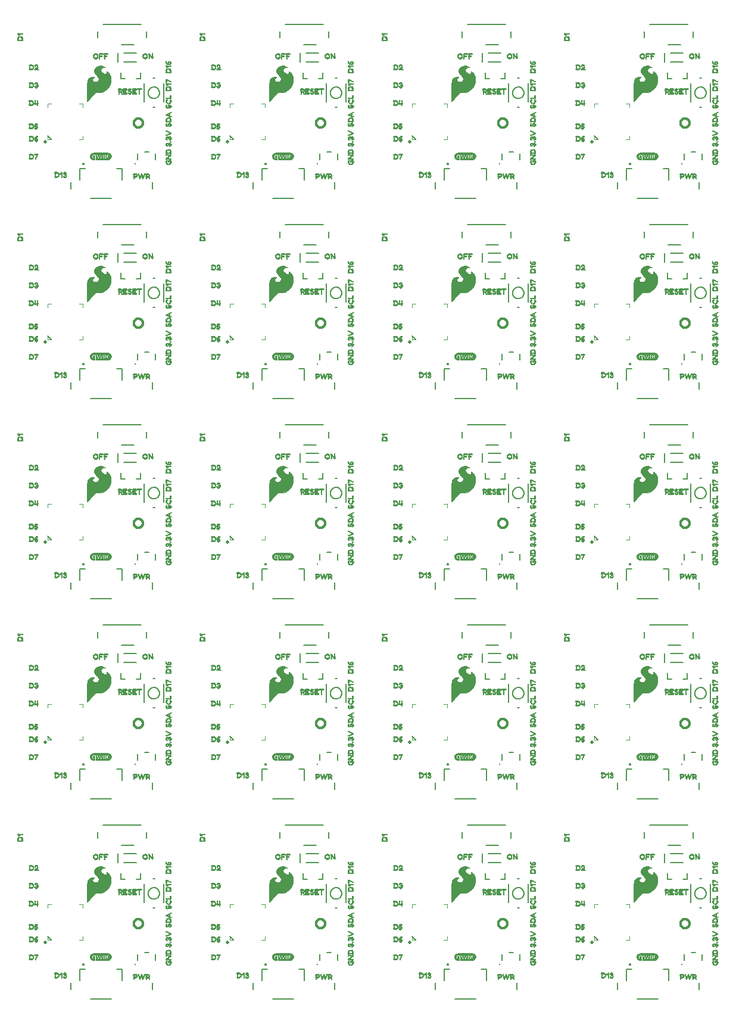
<source format=gto>
G75*
%MOIN*%
%OFA0B0*%
%FSLAX25Y25*%
%IPPOS*%
%LPD*%
%AMOC8*
5,1,8,0,0,1.08239X$1,22.5*
%
%ADD10C,0.01200*%
%ADD11C,0.00800*%
%ADD12C,0.00300*%
%ADD13C,0.01000*%
%ADD14C,0.00500*%
%ADD15C,0.00050*%
%ADD16R,0.00118X0.00827*%
%ADD17R,0.00118X0.00236*%
%ADD18R,0.00118X0.00354*%
%ADD19R,0.00157X0.01417*%
%ADD20R,0.00157X0.01299*%
%ADD21R,0.00157X0.00591*%
%ADD22R,0.00118X0.01654*%
%ADD23R,0.00118X0.01890*%
%ADD24R,0.00118X0.02008*%
%ADD25R,0.00118X0.00945*%
%ADD26R,0.00157X0.02126*%
%ADD27R,0.00157X0.00945*%
%ADD28R,0.00118X0.02244*%
%ADD29R,0.00118X0.02126*%
%ADD30R,0.00118X0.00591*%
%ADD31R,0.00118X0.00709*%
%ADD32R,0.00157X0.00472*%
%ADD33R,0.00118X0.01417*%
%ADD34R,0.00118X0.01299*%
%ADD35R,0.00118X0.01181*%
%ADD36R,0.00157X0.01181*%
%ADD37R,0.00157X0.00827*%
%ADD38R,0.00157X0.01772*%
%ADD39R,0.00118X0.01535*%
%ADD40R,0.00157X0.02362*%
%ADD41R,0.00118X0.01063*%
%ADD42R,0.00157X0.01654*%
%ADD43R,0.01299X0.00118*%
%ADD44R,0.00827X0.00118*%
%ADD45R,0.01772X0.00157*%
%ADD46R,0.01417X0.00157*%
%ADD47R,0.02126X0.00118*%
%ADD48R,0.01654X0.00118*%
%ADD49R,0.02244X0.00118*%
%ADD50R,0.01890X0.00118*%
%ADD51R,0.02362X0.00118*%
%ADD52R,0.02008X0.00118*%
%ADD53R,0.02480X0.00157*%
%ADD54R,0.02126X0.00157*%
%ADD55R,0.02598X0.00118*%
%ADD56R,0.01181X0.00118*%
%ADD57R,0.01063X0.00118*%
%ADD58R,0.00591X0.00118*%
%ADD59R,0.00827X0.00157*%
%ADD60R,0.00945X0.00157*%
%ADD61R,0.00472X0.00157*%
%ADD62R,0.01417X0.00118*%
%ADD63R,0.00945X0.00118*%
%ADD64R,0.01299X0.00157*%
%ADD65R,0.00591X0.00157*%
%ADD66R,0.02362X0.00157*%
%ADD67R,0.02008X0.00157*%
%ADD68R,0.01654X0.00157*%
%ADD69R,0.00709X0.00118*%
%ADD70R,0.00354X0.00118*%
%ADD71R,0.00472X0.00118*%
%ADD72R,0.00709X0.00157*%
%ADD73R,0.02480X0.00118*%
%ADD74R,0.01890X0.00157*%
%ADD75R,0.01181X0.00157*%
%ADD76R,0.01772X0.00118*%
%ADD77R,0.00236X0.00157*%
%ADD78R,0.01535X0.00157*%
%ADD79R,0.01063X0.00157*%
%ADD80R,0.01535X0.00118*%
%ADD81R,0.00157X0.01535*%
%ADD82R,0.00157X0.00709*%
%ADD83R,0.00157X0.01890*%
%ADD84R,0.00118X0.02362*%
%ADD85R,0.00157X0.01063*%
%ADD86R,0.00157X0.02480*%
%ADD87R,0.00118X0.02480*%
%ADD88R,0.00118X0.01772*%
%ADD89R,0.00118X0.02598*%
%ADD90R,0.00157X0.02598*%
%ADD91R,0.00157X0.02008*%
%ADD92R,0.02717X0.00118*%
%ADD93R,0.02717X0.00157*%
%ADD94R,0.00236X0.00118*%
%ADD95R,0.03307X0.00157*%
%ADD96R,0.03307X0.00118*%
%ADD97R,0.02244X0.00157*%
%ADD98R,0.00118X0.00472*%
%ADD99R,0.00157X0.02244*%
%ADD100R,0.00118X0.02717*%
%ADD101R,0.00118X0.02835*%
%ADD102R,0.00157X0.02953*%
%ADD103R,0.00118X0.00118*%
%ADD104R,0.02953X0.00157*%
%ADD105R,0.03071X0.00118*%
%ADD106R,0.05669X0.00118*%
%ADD107R,0.02953X0.00118*%
%ADD108C,0.00400*%
%ADD109C,0.00600*%
%ADD110C,0.02000*%
D10*
X0096968Y0082750D02*
X0096970Y0082850D01*
X0096976Y0082950D01*
X0096986Y0083049D01*
X0097000Y0083149D01*
X0097017Y0083247D01*
X0097039Y0083345D01*
X0097064Y0083441D01*
X0097093Y0083537D01*
X0097126Y0083632D01*
X0097163Y0083725D01*
X0097203Y0083816D01*
X0097247Y0083906D01*
X0097295Y0083994D01*
X0097346Y0084080D01*
X0097400Y0084164D01*
X0097457Y0084246D01*
X0097518Y0084326D01*
X0097582Y0084403D01*
X0097649Y0084477D01*
X0097718Y0084549D01*
X0097791Y0084618D01*
X0097866Y0084684D01*
X0097944Y0084747D01*
X0098024Y0084807D01*
X0098106Y0084864D01*
X0098191Y0084917D01*
X0098278Y0084967D01*
X0098366Y0085014D01*
X0098456Y0085057D01*
X0098548Y0085096D01*
X0098642Y0085132D01*
X0098737Y0085164D01*
X0098833Y0085192D01*
X0098930Y0085217D01*
X0099028Y0085238D01*
X0099126Y0085254D01*
X0099225Y0085267D01*
X0099325Y0085276D01*
X0099425Y0085281D01*
X0099525Y0085282D01*
X0099625Y0085279D01*
X0099725Y0085272D01*
X0099824Y0085261D01*
X0099923Y0085246D01*
X0100022Y0085228D01*
X0100119Y0085205D01*
X0100216Y0085179D01*
X0100311Y0085149D01*
X0100405Y0085115D01*
X0100498Y0085077D01*
X0100589Y0085036D01*
X0100678Y0084991D01*
X0100766Y0084943D01*
X0100852Y0084891D01*
X0100935Y0084836D01*
X0101016Y0084778D01*
X0101095Y0084716D01*
X0101172Y0084652D01*
X0101246Y0084584D01*
X0101317Y0084514D01*
X0101385Y0084441D01*
X0101450Y0084365D01*
X0101513Y0084286D01*
X0101572Y0084206D01*
X0101628Y0084123D01*
X0101680Y0084038D01*
X0101729Y0083950D01*
X0101775Y0083861D01*
X0101817Y0083771D01*
X0101856Y0083678D01*
X0101891Y0083585D01*
X0101922Y0083489D01*
X0101949Y0083393D01*
X0101972Y0083296D01*
X0101992Y0083198D01*
X0102008Y0083099D01*
X0102020Y0083000D01*
X0102028Y0082900D01*
X0102032Y0082800D01*
X0102032Y0082700D01*
X0102028Y0082600D01*
X0102020Y0082500D01*
X0102008Y0082401D01*
X0101992Y0082302D01*
X0101972Y0082204D01*
X0101949Y0082107D01*
X0101922Y0082011D01*
X0101891Y0081915D01*
X0101856Y0081822D01*
X0101817Y0081729D01*
X0101775Y0081639D01*
X0101729Y0081550D01*
X0101680Y0081462D01*
X0101628Y0081377D01*
X0101572Y0081294D01*
X0101513Y0081214D01*
X0101450Y0081135D01*
X0101385Y0081059D01*
X0101317Y0080986D01*
X0101246Y0080916D01*
X0101172Y0080848D01*
X0101095Y0080784D01*
X0101016Y0080722D01*
X0100935Y0080664D01*
X0100852Y0080609D01*
X0100766Y0080557D01*
X0100678Y0080509D01*
X0100589Y0080464D01*
X0100498Y0080423D01*
X0100405Y0080385D01*
X0100311Y0080351D01*
X0100216Y0080321D01*
X0100119Y0080295D01*
X0100022Y0080272D01*
X0099923Y0080254D01*
X0099824Y0080239D01*
X0099725Y0080228D01*
X0099625Y0080221D01*
X0099525Y0080218D01*
X0099425Y0080219D01*
X0099325Y0080224D01*
X0099225Y0080233D01*
X0099126Y0080246D01*
X0099028Y0080262D01*
X0098930Y0080283D01*
X0098833Y0080308D01*
X0098737Y0080336D01*
X0098642Y0080368D01*
X0098548Y0080404D01*
X0098456Y0080443D01*
X0098366Y0080486D01*
X0098278Y0080533D01*
X0098191Y0080583D01*
X0098106Y0080636D01*
X0098024Y0080693D01*
X0097944Y0080753D01*
X0097866Y0080816D01*
X0097791Y0080882D01*
X0097718Y0080951D01*
X0097649Y0081023D01*
X0097582Y0081097D01*
X0097518Y0081174D01*
X0097457Y0081254D01*
X0097400Y0081336D01*
X0097346Y0081420D01*
X0097295Y0081506D01*
X0097247Y0081594D01*
X0097203Y0081684D01*
X0097163Y0081775D01*
X0097126Y0081868D01*
X0097093Y0081963D01*
X0097064Y0082059D01*
X0097039Y0082155D01*
X0097017Y0082253D01*
X0097000Y0082351D01*
X0096986Y0082451D01*
X0096976Y0082550D01*
X0096970Y0082650D01*
X0096968Y0082750D01*
X0096968Y0194750D02*
X0096970Y0194850D01*
X0096976Y0194950D01*
X0096986Y0195049D01*
X0097000Y0195149D01*
X0097017Y0195247D01*
X0097039Y0195345D01*
X0097064Y0195441D01*
X0097093Y0195537D01*
X0097126Y0195632D01*
X0097163Y0195725D01*
X0097203Y0195816D01*
X0097247Y0195906D01*
X0097295Y0195994D01*
X0097346Y0196080D01*
X0097400Y0196164D01*
X0097457Y0196246D01*
X0097518Y0196326D01*
X0097582Y0196403D01*
X0097649Y0196477D01*
X0097718Y0196549D01*
X0097791Y0196618D01*
X0097866Y0196684D01*
X0097944Y0196747D01*
X0098024Y0196807D01*
X0098106Y0196864D01*
X0098191Y0196917D01*
X0098278Y0196967D01*
X0098366Y0197014D01*
X0098456Y0197057D01*
X0098548Y0197096D01*
X0098642Y0197132D01*
X0098737Y0197164D01*
X0098833Y0197192D01*
X0098930Y0197217D01*
X0099028Y0197238D01*
X0099126Y0197254D01*
X0099225Y0197267D01*
X0099325Y0197276D01*
X0099425Y0197281D01*
X0099525Y0197282D01*
X0099625Y0197279D01*
X0099725Y0197272D01*
X0099824Y0197261D01*
X0099923Y0197246D01*
X0100022Y0197228D01*
X0100119Y0197205D01*
X0100216Y0197179D01*
X0100311Y0197149D01*
X0100405Y0197115D01*
X0100498Y0197077D01*
X0100589Y0197036D01*
X0100678Y0196991D01*
X0100766Y0196943D01*
X0100852Y0196891D01*
X0100935Y0196836D01*
X0101016Y0196778D01*
X0101095Y0196716D01*
X0101172Y0196652D01*
X0101246Y0196584D01*
X0101317Y0196514D01*
X0101385Y0196441D01*
X0101450Y0196365D01*
X0101513Y0196286D01*
X0101572Y0196206D01*
X0101628Y0196123D01*
X0101680Y0196038D01*
X0101729Y0195950D01*
X0101775Y0195861D01*
X0101817Y0195771D01*
X0101856Y0195678D01*
X0101891Y0195585D01*
X0101922Y0195489D01*
X0101949Y0195393D01*
X0101972Y0195296D01*
X0101992Y0195198D01*
X0102008Y0195099D01*
X0102020Y0195000D01*
X0102028Y0194900D01*
X0102032Y0194800D01*
X0102032Y0194700D01*
X0102028Y0194600D01*
X0102020Y0194500D01*
X0102008Y0194401D01*
X0101992Y0194302D01*
X0101972Y0194204D01*
X0101949Y0194107D01*
X0101922Y0194011D01*
X0101891Y0193915D01*
X0101856Y0193822D01*
X0101817Y0193729D01*
X0101775Y0193639D01*
X0101729Y0193550D01*
X0101680Y0193462D01*
X0101628Y0193377D01*
X0101572Y0193294D01*
X0101513Y0193214D01*
X0101450Y0193135D01*
X0101385Y0193059D01*
X0101317Y0192986D01*
X0101246Y0192916D01*
X0101172Y0192848D01*
X0101095Y0192784D01*
X0101016Y0192722D01*
X0100935Y0192664D01*
X0100852Y0192609D01*
X0100766Y0192557D01*
X0100678Y0192509D01*
X0100589Y0192464D01*
X0100498Y0192423D01*
X0100405Y0192385D01*
X0100311Y0192351D01*
X0100216Y0192321D01*
X0100119Y0192295D01*
X0100022Y0192272D01*
X0099923Y0192254D01*
X0099824Y0192239D01*
X0099725Y0192228D01*
X0099625Y0192221D01*
X0099525Y0192218D01*
X0099425Y0192219D01*
X0099325Y0192224D01*
X0099225Y0192233D01*
X0099126Y0192246D01*
X0099028Y0192262D01*
X0098930Y0192283D01*
X0098833Y0192308D01*
X0098737Y0192336D01*
X0098642Y0192368D01*
X0098548Y0192404D01*
X0098456Y0192443D01*
X0098366Y0192486D01*
X0098278Y0192533D01*
X0098191Y0192583D01*
X0098106Y0192636D01*
X0098024Y0192693D01*
X0097944Y0192753D01*
X0097866Y0192816D01*
X0097791Y0192882D01*
X0097718Y0192951D01*
X0097649Y0193023D01*
X0097582Y0193097D01*
X0097518Y0193174D01*
X0097457Y0193254D01*
X0097400Y0193336D01*
X0097346Y0193420D01*
X0097295Y0193506D01*
X0097247Y0193594D01*
X0097203Y0193684D01*
X0097163Y0193775D01*
X0097126Y0193868D01*
X0097093Y0193963D01*
X0097064Y0194059D01*
X0097039Y0194155D01*
X0097017Y0194253D01*
X0097000Y0194351D01*
X0096986Y0194451D01*
X0096976Y0194550D01*
X0096970Y0194650D01*
X0096968Y0194750D01*
X0096968Y0306750D02*
X0096970Y0306850D01*
X0096976Y0306950D01*
X0096986Y0307049D01*
X0097000Y0307149D01*
X0097017Y0307247D01*
X0097039Y0307345D01*
X0097064Y0307441D01*
X0097093Y0307537D01*
X0097126Y0307632D01*
X0097163Y0307725D01*
X0097203Y0307816D01*
X0097247Y0307906D01*
X0097295Y0307994D01*
X0097346Y0308080D01*
X0097400Y0308164D01*
X0097457Y0308246D01*
X0097518Y0308326D01*
X0097582Y0308403D01*
X0097649Y0308477D01*
X0097718Y0308549D01*
X0097791Y0308618D01*
X0097866Y0308684D01*
X0097944Y0308747D01*
X0098024Y0308807D01*
X0098106Y0308864D01*
X0098191Y0308917D01*
X0098278Y0308967D01*
X0098366Y0309014D01*
X0098456Y0309057D01*
X0098548Y0309096D01*
X0098642Y0309132D01*
X0098737Y0309164D01*
X0098833Y0309192D01*
X0098930Y0309217D01*
X0099028Y0309238D01*
X0099126Y0309254D01*
X0099225Y0309267D01*
X0099325Y0309276D01*
X0099425Y0309281D01*
X0099525Y0309282D01*
X0099625Y0309279D01*
X0099725Y0309272D01*
X0099824Y0309261D01*
X0099923Y0309246D01*
X0100022Y0309228D01*
X0100119Y0309205D01*
X0100216Y0309179D01*
X0100311Y0309149D01*
X0100405Y0309115D01*
X0100498Y0309077D01*
X0100589Y0309036D01*
X0100678Y0308991D01*
X0100766Y0308943D01*
X0100852Y0308891D01*
X0100935Y0308836D01*
X0101016Y0308778D01*
X0101095Y0308716D01*
X0101172Y0308652D01*
X0101246Y0308584D01*
X0101317Y0308514D01*
X0101385Y0308441D01*
X0101450Y0308365D01*
X0101513Y0308286D01*
X0101572Y0308206D01*
X0101628Y0308123D01*
X0101680Y0308038D01*
X0101729Y0307950D01*
X0101775Y0307861D01*
X0101817Y0307771D01*
X0101856Y0307678D01*
X0101891Y0307585D01*
X0101922Y0307489D01*
X0101949Y0307393D01*
X0101972Y0307296D01*
X0101992Y0307198D01*
X0102008Y0307099D01*
X0102020Y0307000D01*
X0102028Y0306900D01*
X0102032Y0306800D01*
X0102032Y0306700D01*
X0102028Y0306600D01*
X0102020Y0306500D01*
X0102008Y0306401D01*
X0101992Y0306302D01*
X0101972Y0306204D01*
X0101949Y0306107D01*
X0101922Y0306011D01*
X0101891Y0305915D01*
X0101856Y0305822D01*
X0101817Y0305729D01*
X0101775Y0305639D01*
X0101729Y0305550D01*
X0101680Y0305462D01*
X0101628Y0305377D01*
X0101572Y0305294D01*
X0101513Y0305214D01*
X0101450Y0305135D01*
X0101385Y0305059D01*
X0101317Y0304986D01*
X0101246Y0304916D01*
X0101172Y0304848D01*
X0101095Y0304784D01*
X0101016Y0304722D01*
X0100935Y0304664D01*
X0100852Y0304609D01*
X0100766Y0304557D01*
X0100678Y0304509D01*
X0100589Y0304464D01*
X0100498Y0304423D01*
X0100405Y0304385D01*
X0100311Y0304351D01*
X0100216Y0304321D01*
X0100119Y0304295D01*
X0100022Y0304272D01*
X0099923Y0304254D01*
X0099824Y0304239D01*
X0099725Y0304228D01*
X0099625Y0304221D01*
X0099525Y0304218D01*
X0099425Y0304219D01*
X0099325Y0304224D01*
X0099225Y0304233D01*
X0099126Y0304246D01*
X0099028Y0304262D01*
X0098930Y0304283D01*
X0098833Y0304308D01*
X0098737Y0304336D01*
X0098642Y0304368D01*
X0098548Y0304404D01*
X0098456Y0304443D01*
X0098366Y0304486D01*
X0098278Y0304533D01*
X0098191Y0304583D01*
X0098106Y0304636D01*
X0098024Y0304693D01*
X0097944Y0304753D01*
X0097866Y0304816D01*
X0097791Y0304882D01*
X0097718Y0304951D01*
X0097649Y0305023D01*
X0097582Y0305097D01*
X0097518Y0305174D01*
X0097457Y0305254D01*
X0097400Y0305336D01*
X0097346Y0305420D01*
X0097295Y0305506D01*
X0097247Y0305594D01*
X0097203Y0305684D01*
X0097163Y0305775D01*
X0097126Y0305868D01*
X0097093Y0305963D01*
X0097064Y0306059D01*
X0097039Y0306155D01*
X0097017Y0306253D01*
X0097000Y0306351D01*
X0096986Y0306451D01*
X0096976Y0306550D01*
X0096970Y0306650D01*
X0096968Y0306750D01*
X0096968Y0418750D02*
X0096970Y0418850D01*
X0096976Y0418950D01*
X0096986Y0419049D01*
X0097000Y0419149D01*
X0097017Y0419247D01*
X0097039Y0419345D01*
X0097064Y0419441D01*
X0097093Y0419537D01*
X0097126Y0419632D01*
X0097163Y0419725D01*
X0097203Y0419816D01*
X0097247Y0419906D01*
X0097295Y0419994D01*
X0097346Y0420080D01*
X0097400Y0420164D01*
X0097457Y0420246D01*
X0097518Y0420326D01*
X0097582Y0420403D01*
X0097649Y0420477D01*
X0097718Y0420549D01*
X0097791Y0420618D01*
X0097866Y0420684D01*
X0097944Y0420747D01*
X0098024Y0420807D01*
X0098106Y0420864D01*
X0098191Y0420917D01*
X0098278Y0420967D01*
X0098366Y0421014D01*
X0098456Y0421057D01*
X0098548Y0421096D01*
X0098642Y0421132D01*
X0098737Y0421164D01*
X0098833Y0421192D01*
X0098930Y0421217D01*
X0099028Y0421238D01*
X0099126Y0421254D01*
X0099225Y0421267D01*
X0099325Y0421276D01*
X0099425Y0421281D01*
X0099525Y0421282D01*
X0099625Y0421279D01*
X0099725Y0421272D01*
X0099824Y0421261D01*
X0099923Y0421246D01*
X0100022Y0421228D01*
X0100119Y0421205D01*
X0100216Y0421179D01*
X0100311Y0421149D01*
X0100405Y0421115D01*
X0100498Y0421077D01*
X0100589Y0421036D01*
X0100678Y0420991D01*
X0100766Y0420943D01*
X0100852Y0420891D01*
X0100935Y0420836D01*
X0101016Y0420778D01*
X0101095Y0420716D01*
X0101172Y0420652D01*
X0101246Y0420584D01*
X0101317Y0420514D01*
X0101385Y0420441D01*
X0101450Y0420365D01*
X0101513Y0420286D01*
X0101572Y0420206D01*
X0101628Y0420123D01*
X0101680Y0420038D01*
X0101729Y0419950D01*
X0101775Y0419861D01*
X0101817Y0419771D01*
X0101856Y0419678D01*
X0101891Y0419585D01*
X0101922Y0419489D01*
X0101949Y0419393D01*
X0101972Y0419296D01*
X0101992Y0419198D01*
X0102008Y0419099D01*
X0102020Y0419000D01*
X0102028Y0418900D01*
X0102032Y0418800D01*
X0102032Y0418700D01*
X0102028Y0418600D01*
X0102020Y0418500D01*
X0102008Y0418401D01*
X0101992Y0418302D01*
X0101972Y0418204D01*
X0101949Y0418107D01*
X0101922Y0418011D01*
X0101891Y0417915D01*
X0101856Y0417822D01*
X0101817Y0417729D01*
X0101775Y0417639D01*
X0101729Y0417550D01*
X0101680Y0417462D01*
X0101628Y0417377D01*
X0101572Y0417294D01*
X0101513Y0417214D01*
X0101450Y0417135D01*
X0101385Y0417059D01*
X0101317Y0416986D01*
X0101246Y0416916D01*
X0101172Y0416848D01*
X0101095Y0416784D01*
X0101016Y0416722D01*
X0100935Y0416664D01*
X0100852Y0416609D01*
X0100766Y0416557D01*
X0100678Y0416509D01*
X0100589Y0416464D01*
X0100498Y0416423D01*
X0100405Y0416385D01*
X0100311Y0416351D01*
X0100216Y0416321D01*
X0100119Y0416295D01*
X0100022Y0416272D01*
X0099923Y0416254D01*
X0099824Y0416239D01*
X0099725Y0416228D01*
X0099625Y0416221D01*
X0099525Y0416218D01*
X0099425Y0416219D01*
X0099325Y0416224D01*
X0099225Y0416233D01*
X0099126Y0416246D01*
X0099028Y0416262D01*
X0098930Y0416283D01*
X0098833Y0416308D01*
X0098737Y0416336D01*
X0098642Y0416368D01*
X0098548Y0416404D01*
X0098456Y0416443D01*
X0098366Y0416486D01*
X0098278Y0416533D01*
X0098191Y0416583D01*
X0098106Y0416636D01*
X0098024Y0416693D01*
X0097944Y0416753D01*
X0097866Y0416816D01*
X0097791Y0416882D01*
X0097718Y0416951D01*
X0097649Y0417023D01*
X0097582Y0417097D01*
X0097518Y0417174D01*
X0097457Y0417254D01*
X0097400Y0417336D01*
X0097346Y0417420D01*
X0097295Y0417506D01*
X0097247Y0417594D01*
X0097203Y0417684D01*
X0097163Y0417775D01*
X0097126Y0417868D01*
X0097093Y0417963D01*
X0097064Y0418059D01*
X0097039Y0418155D01*
X0097017Y0418253D01*
X0097000Y0418351D01*
X0096986Y0418451D01*
X0096976Y0418550D01*
X0096970Y0418650D01*
X0096968Y0418750D01*
X0096968Y0530750D02*
X0096970Y0530850D01*
X0096976Y0530950D01*
X0096986Y0531049D01*
X0097000Y0531149D01*
X0097017Y0531247D01*
X0097039Y0531345D01*
X0097064Y0531441D01*
X0097093Y0531537D01*
X0097126Y0531632D01*
X0097163Y0531725D01*
X0097203Y0531816D01*
X0097247Y0531906D01*
X0097295Y0531994D01*
X0097346Y0532080D01*
X0097400Y0532164D01*
X0097457Y0532246D01*
X0097518Y0532326D01*
X0097582Y0532403D01*
X0097649Y0532477D01*
X0097718Y0532549D01*
X0097791Y0532618D01*
X0097866Y0532684D01*
X0097944Y0532747D01*
X0098024Y0532807D01*
X0098106Y0532864D01*
X0098191Y0532917D01*
X0098278Y0532967D01*
X0098366Y0533014D01*
X0098456Y0533057D01*
X0098548Y0533096D01*
X0098642Y0533132D01*
X0098737Y0533164D01*
X0098833Y0533192D01*
X0098930Y0533217D01*
X0099028Y0533238D01*
X0099126Y0533254D01*
X0099225Y0533267D01*
X0099325Y0533276D01*
X0099425Y0533281D01*
X0099525Y0533282D01*
X0099625Y0533279D01*
X0099725Y0533272D01*
X0099824Y0533261D01*
X0099923Y0533246D01*
X0100022Y0533228D01*
X0100119Y0533205D01*
X0100216Y0533179D01*
X0100311Y0533149D01*
X0100405Y0533115D01*
X0100498Y0533077D01*
X0100589Y0533036D01*
X0100678Y0532991D01*
X0100766Y0532943D01*
X0100852Y0532891D01*
X0100935Y0532836D01*
X0101016Y0532778D01*
X0101095Y0532716D01*
X0101172Y0532652D01*
X0101246Y0532584D01*
X0101317Y0532514D01*
X0101385Y0532441D01*
X0101450Y0532365D01*
X0101513Y0532286D01*
X0101572Y0532206D01*
X0101628Y0532123D01*
X0101680Y0532038D01*
X0101729Y0531950D01*
X0101775Y0531861D01*
X0101817Y0531771D01*
X0101856Y0531678D01*
X0101891Y0531585D01*
X0101922Y0531489D01*
X0101949Y0531393D01*
X0101972Y0531296D01*
X0101992Y0531198D01*
X0102008Y0531099D01*
X0102020Y0531000D01*
X0102028Y0530900D01*
X0102032Y0530800D01*
X0102032Y0530700D01*
X0102028Y0530600D01*
X0102020Y0530500D01*
X0102008Y0530401D01*
X0101992Y0530302D01*
X0101972Y0530204D01*
X0101949Y0530107D01*
X0101922Y0530011D01*
X0101891Y0529915D01*
X0101856Y0529822D01*
X0101817Y0529729D01*
X0101775Y0529639D01*
X0101729Y0529550D01*
X0101680Y0529462D01*
X0101628Y0529377D01*
X0101572Y0529294D01*
X0101513Y0529214D01*
X0101450Y0529135D01*
X0101385Y0529059D01*
X0101317Y0528986D01*
X0101246Y0528916D01*
X0101172Y0528848D01*
X0101095Y0528784D01*
X0101016Y0528722D01*
X0100935Y0528664D01*
X0100852Y0528609D01*
X0100766Y0528557D01*
X0100678Y0528509D01*
X0100589Y0528464D01*
X0100498Y0528423D01*
X0100405Y0528385D01*
X0100311Y0528351D01*
X0100216Y0528321D01*
X0100119Y0528295D01*
X0100022Y0528272D01*
X0099923Y0528254D01*
X0099824Y0528239D01*
X0099725Y0528228D01*
X0099625Y0528221D01*
X0099525Y0528218D01*
X0099425Y0528219D01*
X0099325Y0528224D01*
X0099225Y0528233D01*
X0099126Y0528246D01*
X0099028Y0528262D01*
X0098930Y0528283D01*
X0098833Y0528308D01*
X0098737Y0528336D01*
X0098642Y0528368D01*
X0098548Y0528404D01*
X0098456Y0528443D01*
X0098366Y0528486D01*
X0098278Y0528533D01*
X0098191Y0528583D01*
X0098106Y0528636D01*
X0098024Y0528693D01*
X0097944Y0528753D01*
X0097866Y0528816D01*
X0097791Y0528882D01*
X0097718Y0528951D01*
X0097649Y0529023D01*
X0097582Y0529097D01*
X0097518Y0529174D01*
X0097457Y0529254D01*
X0097400Y0529336D01*
X0097346Y0529420D01*
X0097295Y0529506D01*
X0097247Y0529594D01*
X0097203Y0529684D01*
X0097163Y0529775D01*
X0097126Y0529868D01*
X0097093Y0529963D01*
X0097064Y0530059D01*
X0097039Y0530155D01*
X0097017Y0530253D01*
X0097000Y0530351D01*
X0096986Y0530451D01*
X0096976Y0530550D01*
X0096970Y0530650D01*
X0096968Y0530750D01*
X0198968Y0530750D02*
X0198970Y0530850D01*
X0198976Y0530950D01*
X0198986Y0531049D01*
X0199000Y0531149D01*
X0199017Y0531247D01*
X0199039Y0531345D01*
X0199064Y0531441D01*
X0199093Y0531537D01*
X0199126Y0531632D01*
X0199163Y0531725D01*
X0199203Y0531816D01*
X0199247Y0531906D01*
X0199295Y0531994D01*
X0199346Y0532080D01*
X0199400Y0532164D01*
X0199457Y0532246D01*
X0199518Y0532326D01*
X0199582Y0532403D01*
X0199649Y0532477D01*
X0199718Y0532549D01*
X0199791Y0532618D01*
X0199866Y0532684D01*
X0199944Y0532747D01*
X0200024Y0532807D01*
X0200106Y0532864D01*
X0200191Y0532917D01*
X0200278Y0532967D01*
X0200366Y0533014D01*
X0200456Y0533057D01*
X0200548Y0533096D01*
X0200642Y0533132D01*
X0200737Y0533164D01*
X0200833Y0533192D01*
X0200930Y0533217D01*
X0201028Y0533238D01*
X0201126Y0533254D01*
X0201225Y0533267D01*
X0201325Y0533276D01*
X0201425Y0533281D01*
X0201525Y0533282D01*
X0201625Y0533279D01*
X0201725Y0533272D01*
X0201824Y0533261D01*
X0201923Y0533246D01*
X0202022Y0533228D01*
X0202119Y0533205D01*
X0202216Y0533179D01*
X0202311Y0533149D01*
X0202405Y0533115D01*
X0202498Y0533077D01*
X0202589Y0533036D01*
X0202678Y0532991D01*
X0202766Y0532943D01*
X0202852Y0532891D01*
X0202935Y0532836D01*
X0203016Y0532778D01*
X0203095Y0532716D01*
X0203172Y0532652D01*
X0203246Y0532584D01*
X0203317Y0532514D01*
X0203385Y0532441D01*
X0203450Y0532365D01*
X0203513Y0532286D01*
X0203572Y0532206D01*
X0203628Y0532123D01*
X0203680Y0532038D01*
X0203729Y0531950D01*
X0203775Y0531861D01*
X0203817Y0531771D01*
X0203856Y0531678D01*
X0203891Y0531585D01*
X0203922Y0531489D01*
X0203949Y0531393D01*
X0203972Y0531296D01*
X0203992Y0531198D01*
X0204008Y0531099D01*
X0204020Y0531000D01*
X0204028Y0530900D01*
X0204032Y0530800D01*
X0204032Y0530700D01*
X0204028Y0530600D01*
X0204020Y0530500D01*
X0204008Y0530401D01*
X0203992Y0530302D01*
X0203972Y0530204D01*
X0203949Y0530107D01*
X0203922Y0530011D01*
X0203891Y0529915D01*
X0203856Y0529822D01*
X0203817Y0529729D01*
X0203775Y0529639D01*
X0203729Y0529550D01*
X0203680Y0529462D01*
X0203628Y0529377D01*
X0203572Y0529294D01*
X0203513Y0529214D01*
X0203450Y0529135D01*
X0203385Y0529059D01*
X0203317Y0528986D01*
X0203246Y0528916D01*
X0203172Y0528848D01*
X0203095Y0528784D01*
X0203016Y0528722D01*
X0202935Y0528664D01*
X0202852Y0528609D01*
X0202766Y0528557D01*
X0202678Y0528509D01*
X0202589Y0528464D01*
X0202498Y0528423D01*
X0202405Y0528385D01*
X0202311Y0528351D01*
X0202216Y0528321D01*
X0202119Y0528295D01*
X0202022Y0528272D01*
X0201923Y0528254D01*
X0201824Y0528239D01*
X0201725Y0528228D01*
X0201625Y0528221D01*
X0201525Y0528218D01*
X0201425Y0528219D01*
X0201325Y0528224D01*
X0201225Y0528233D01*
X0201126Y0528246D01*
X0201028Y0528262D01*
X0200930Y0528283D01*
X0200833Y0528308D01*
X0200737Y0528336D01*
X0200642Y0528368D01*
X0200548Y0528404D01*
X0200456Y0528443D01*
X0200366Y0528486D01*
X0200278Y0528533D01*
X0200191Y0528583D01*
X0200106Y0528636D01*
X0200024Y0528693D01*
X0199944Y0528753D01*
X0199866Y0528816D01*
X0199791Y0528882D01*
X0199718Y0528951D01*
X0199649Y0529023D01*
X0199582Y0529097D01*
X0199518Y0529174D01*
X0199457Y0529254D01*
X0199400Y0529336D01*
X0199346Y0529420D01*
X0199295Y0529506D01*
X0199247Y0529594D01*
X0199203Y0529684D01*
X0199163Y0529775D01*
X0199126Y0529868D01*
X0199093Y0529963D01*
X0199064Y0530059D01*
X0199039Y0530155D01*
X0199017Y0530253D01*
X0199000Y0530351D01*
X0198986Y0530451D01*
X0198976Y0530550D01*
X0198970Y0530650D01*
X0198968Y0530750D01*
X0198968Y0418750D02*
X0198970Y0418850D01*
X0198976Y0418950D01*
X0198986Y0419049D01*
X0199000Y0419149D01*
X0199017Y0419247D01*
X0199039Y0419345D01*
X0199064Y0419441D01*
X0199093Y0419537D01*
X0199126Y0419632D01*
X0199163Y0419725D01*
X0199203Y0419816D01*
X0199247Y0419906D01*
X0199295Y0419994D01*
X0199346Y0420080D01*
X0199400Y0420164D01*
X0199457Y0420246D01*
X0199518Y0420326D01*
X0199582Y0420403D01*
X0199649Y0420477D01*
X0199718Y0420549D01*
X0199791Y0420618D01*
X0199866Y0420684D01*
X0199944Y0420747D01*
X0200024Y0420807D01*
X0200106Y0420864D01*
X0200191Y0420917D01*
X0200278Y0420967D01*
X0200366Y0421014D01*
X0200456Y0421057D01*
X0200548Y0421096D01*
X0200642Y0421132D01*
X0200737Y0421164D01*
X0200833Y0421192D01*
X0200930Y0421217D01*
X0201028Y0421238D01*
X0201126Y0421254D01*
X0201225Y0421267D01*
X0201325Y0421276D01*
X0201425Y0421281D01*
X0201525Y0421282D01*
X0201625Y0421279D01*
X0201725Y0421272D01*
X0201824Y0421261D01*
X0201923Y0421246D01*
X0202022Y0421228D01*
X0202119Y0421205D01*
X0202216Y0421179D01*
X0202311Y0421149D01*
X0202405Y0421115D01*
X0202498Y0421077D01*
X0202589Y0421036D01*
X0202678Y0420991D01*
X0202766Y0420943D01*
X0202852Y0420891D01*
X0202935Y0420836D01*
X0203016Y0420778D01*
X0203095Y0420716D01*
X0203172Y0420652D01*
X0203246Y0420584D01*
X0203317Y0420514D01*
X0203385Y0420441D01*
X0203450Y0420365D01*
X0203513Y0420286D01*
X0203572Y0420206D01*
X0203628Y0420123D01*
X0203680Y0420038D01*
X0203729Y0419950D01*
X0203775Y0419861D01*
X0203817Y0419771D01*
X0203856Y0419678D01*
X0203891Y0419585D01*
X0203922Y0419489D01*
X0203949Y0419393D01*
X0203972Y0419296D01*
X0203992Y0419198D01*
X0204008Y0419099D01*
X0204020Y0419000D01*
X0204028Y0418900D01*
X0204032Y0418800D01*
X0204032Y0418700D01*
X0204028Y0418600D01*
X0204020Y0418500D01*
X0204008Y0418401D01*
X0203992Y0418302D01*
X0203972Y0418204D01*
X0203949Y0418107D01*
X0203922Y0418011D01*
X0203891Y0417915D01*
X0203856Y0417822D01*
X0203817Y0417729D01*
X0203775Y0417639D01*
X0203729Y0417550D01*
X0203680Y0417462D01*
X0203628Y0417377D01*
X0203572Y0417294D01*
X0203513Y0417214D01*
X0203450Y0417135D01*
X0203385Y0417059D01*
X0203317Y0416986D01*
X0203246Y0416916D01*
X0203172Y0416848D01*
X0203095Y0416784D01*
X0203016Y0416722D01*
X0202935Y0416664D01*
X0202852Y0416609D01*
X0202766Y0416557D01*
X0202678Y0416509D01*
X0202589Y0416464D01*
X0202498Y0416423D01*
X0202405Y0416385D01*
X0202311Y0416351D01*
X0202216Y0416321D01*
X0202119Y0416295D01*
X0202022Y0416272D01*
X0201923Y0416254D01*
X0201824Y0416239D01*
X0201725Y0416228D01*
X0201625Y0416221D01*
X0201525Y0416218D01*
X0201425Y0416219D01*
X0201325Y0416224D01*
X0201225Y0416233D01*
X0201126Y0416246D01*
X0201028Y0416262D01*
X0200930Y0416283D01*
X0200833Y0416308D01*
X0200737Y0416336D01*
X0200642Y0416368D01*
X0200548Y0416404D01*
X0200456Y0416443D01*
X0200366Y0416486D01*
X0200278Y0416533D01*
X0200191Y0416583D01*
X0200106Y0416636D01*
X0200024Y0416693D01*
X0199944Y0416753D01*
X0199866Y0416816D01*
X0199791Y0416882D01*
X0199718Y0416951D01*
X0199649Y0417023D01*
X0199582Y0417097D01*
X0199518Y0417174D01*
X0199457Y0417254D01*
X0199400Y0417336D01*
X0199346Y0417420D01*
X0199295Y0417506D01*
X0199247Y0417594D01*
X0199203Y0417684D01*
X0199163Y0417775D01*
X0199126Y0417868D01*
X0199093Y0417963D01*
X0199064Y0418059D01*
X0199039Y0418155D01*
X0199017Y0418253D01*
X0199000Y0418351D01*
X0198986Y0418451D01*
X0198976Y0418550D01*
X0198970Y0418650D01*
X0198968Y0418750D01*
X0198968Y0306750D02*
X0198970Y0306850D01*
X0198976Y0306950D01*
X0198986Y0307049D01*
X0199000Y0307149D01*
X0199017Y0307247D01*
X0199039Y0307345D01*
X0199064Y0307441D01*
X0199093Y0307537D01*
X0199126Y0307632D01*
X0199163Y0307725D01*
X0199203Y0307816D01*
X0199247Y0307906D01*
X0199295Y0307994D01*
X0199346Y0308080D01*
X0199400Y0308164D01*
X0199457Y0308246D01*
X0199518Y0308326D01*
X0199582Y0308403D01*
X0199649Y0308477D01*
X0199718Y0308549D01*
X0199791Y0308618D01*
X0199866Y0308684D01*
X0199944Y0308747D01*
X0200024Y0308807D01*
X0200106Y0308864D01*
X0200191Y0308917D01*
X0200278Y0308967D01*
X0200366Y0309014D01*
X0200456Y0309057D01*
X0200548Y0309096D01*
X0200642Y0309132D01*
X0200737Y0309164D01*
X0200833Y0309192D01*
X0200930Y0309217D01*
X0201028Y0309238D01*
X0201126Y0309254D01*
X0201225Y0309267D01*
X0201325Y0309276D01*
X0201425Y0309281D01*
X0201525Y0309282D01*
X0201625Y0309279D01*
X0201725Y0309272D01*
X0201824Y0309261D01*
X0201923Y0309246D01*
X0202022Y0309228D01*
X0202119Y0309205D01*
X0202216Y0309179D01*
X0202311Y0309149D01*
X0202405Y0309115D01*
X0202498Y0309077D01*
X0202589Y0309036D01*
X0202678Y0308991D01*
X0202766Y0308943D01*
X0202852Y0308891D01*
X0202935Y0308836D01*
X0203016Y0308778D01*
X0203095Y0308716D01*
X0203172Y0308652D01*
X0203246Y0308584D01*
X0203317Y0308514D01*
X0203385Y0308441D01*
X0203450Y0308365D01*
X0203513Y0308286D01*
X0203572Y0308206D01*
X0203628Y0308123D01*
X0203680Y0308038D01*
X0203729Y0307950D01*
X0203775Y0307861D01*
X0203817Y0307771D01*
X0203856Y0307678D01*
X0203891Y0307585D01*
X0203922Y0307489D01*
X0203949Y0307393D01*
X0203972Y0307296D01*
X0203992Y0307198D01*
X0204008Y0307099D01*
X0204020Y0307000D01*
X0204028Y0306900D01*
X0204032Y0306800D01*
X0204032Y0306700D01*
X0204028Y0306600D01*
X0204020Y0306500D01*
X0204008Y0306401D01*
X0203992Y0306302D01*
X0203972Y0306204D01*
X0203949Y0306107D01*
X0203922Y0306011D01*
X0203891Y0305915D01*
X0203856Y0305822D01*
X0203817Y0305729D01*
X0203775Y0305639D01*
X0203729Y0305550D01*
X0203680Y0305462D01*
X0203628Y0305377D01*
X0203572Y0305294D01*
X0203513Y0305214D01*
X0203450Y0305135D01*
X0203385Y0305059D01*
X0203317Y0304986D01*
X0203246Y0304916D01*
X0203172Y0304848D01*
X0203095Y0304784D01*
X0203016Y0304722D01*
X0202935Y0304664D01*
X0202852Y0304609D01*
X0202766Y0304557D01*
X0202678Y0304509D01*
X0202589Y0304464D01*
X0202498Y0304423D01*
X0202405Y0304385D01*
X0202311Y0304351D01*
X0202216Y0304321D01*
X0202119Y0304295D01*
X0202022Y0304272D01*
X0201923Y0304254D01*
X0201824Y0304239D01*
X0201725Y0304228D01*
X0201625Y0304221D01*
X0201525Y0304218D01*
X0201425Y0304219D01*
X0201325Y0304224D01*
X0201225Y0304233D01*
X0201126Y0304246D01*
X0201028Y0304262D01*
X0200930Y0304283D01*
X0200833Y0304308D01*
X0200737Y0304336D01*
X0200642Y0304368D01*
X0200548Y0304404D01*
X0200456Y0304443D01*
X0200366Y0304486D01*
X0200278Y0304533D01*
X0200191Y0304583D01*
X0200106Y0304636D01*
X0200024Y0304693D01*
X0199944Y0304753D01*
X0199866Y0304816D01*
X0199791Y0304882D01*
X0199718Y0304951D01*
X0199649Y0305023D01*
X0199582Y0305097D01*
X0199518Y0305174D01*
X0199457Y0305254D01*
X0199400Y0305336D01*
X0199346Y0305420D01*
X0199295Y0305506D01*
X0199247Y0305594D01*
X0199203Y0305684D01*
X0199163Y0305775D01*
X0199126Y0305868D01*
X0199093Y0305963D01*
X0199064Y0306059D01*
X0199039Y0306155D01*
X0199017Y0306253D01*
X0199000Y0306351D01*
X0198986Y0306451D01*
X0198976Y0306550D01*
X0198970Y0306650D01*
X0198968Y0306750D01*
X0198968Y0194750D02*
X0198970Y0194850D01*
X0198976Y0194950D01*
X0198986Y0195049D01*
X0199000Y0195149D01*
X0199017Y0195247D01*
X0199039Y0195345D01*
X0199064Y0195441D01*
X0199093Y0195537D01*
X0199126Y0195632D01*
X0199163Y0195725D01*
X0199203Y0195816D01*
X0199247Y0195906D01*
X0199295Y0195994D01*
X0199346Y0196080D01*
X0199400Y0196164D01*
X0199457Y0196246D01*
X0199518Y0196326D01*
X0199582Y0196403D01*
X0199649Y0196477D01*
X0199718Y0196549D01*
X0199791Y0196618D01*
X0199866Y0196684D01*
X0199944Y0196747D01*
X0200024Y0196807D01*
X0200106Y0196864D01*
X0200191Y0196917D01*
X0200278Y0196967D01*
X0200366Y0197014D01*
X0200456Y0197057D01*
X0200548Y0197096D01*
X0200642Y0197132D01*
X0200737Y0197164D01*
X0200833Y0197192D01*
X0200930Y0197217D01*
X0201028Y0197238D01*
X0201126Y0197254D01*
X0201225Y0197267D01*
X0201325Y0197276D01*
X0201425Y0197281D01*
X0201525Y0197282D01*
X0201625Y0197279D01*
X0201725Y0197272D01*
X0201824Y0197261D01*
X0201923Y0197246D01*
X0202022Y0197228D01*
X0202119Y0197205D01*
X0202216Y0197179D01*
X0202311Y0197149D01*
X0202405Y0197115D01*
X0202498Y0197077D01*
X0202589Y0197036D01*
X0202678Y0196991D01*
X0202766Y0196943D01*
X0202852Y0196891D01*
X0202935Y0196836D01*
X0203016Y0196778D01*
X0203095Y0196716D01*
X0203172Y0196652D01*
X0203246Y0196584D01*
X0203317Y0196514D01*
X0203385Y0196441D01*
X0203450Y0196365D01*
X0203513Y0196286D01*
X0203572Y0196206D01*
X0203628Y0196123D01*
X0203680Y0196038D01*
X0203729Y0195950D01*
X0203775Y0195861D01*
X0203817Y0195771D01*
X0203856Y0195678D01*
X0203891Y0195585D01*
X0203922Y0195489D01*
X0203949Y0195393D01*
X0203972Y0195296D01*
X0203992Y0195198D01*
X0204008Y0195099D01*
X0204020Y0195000D01*
X0204028Y0194900D01*
X0204032Y0194800D01*
X0204032Y0194700D01*
X0204028Y0194600D01*
X0204020Y0194500D01*
X0204008Y0194401D01*
X0203992Y0194302D01*
X0203972Y0194204D01*
X0203949Y0194107D01*
X0203922Y0194011D01*
X0203891Y0193915D01*
X0203856Y0193822D01*
X0203817Y0193729D01*
X0203775Y0193639D01*
X0203729Y0193550D01*
X0203680Y0193462D01*
X0203628Y0193377D01*
X0203572Y0193294D01*
X0203513Y0193214D01*
X0203450Y0193135D01*
X0203385Y0193059D01*
X0203317Y0192986D01*
X0203246Y0192916D01*
X0203172Y0192848D01*
X0203095Y0192784D01*
X0203016Y0192722D01*
X0202935Y0192664D01*
X0202852Y0192609D01*
X0202766Y0192557D01*
X0202678Y0192509D01*
X0202589Y0192464D01*
X0202498Y0192423D01*
X0202405Y0192385D01*
X0202311Y0192351D01*
X0202216Y0192321D01*
X0202119Y0192295D01*
X0202022Y0192272D01*
X0201923Y0192254D01*
X0201824Y0192239D01*
X0201725Y0192228D01*
X0201625Y0192221D01*
X0201525Y0192218D01*
X0201425Y0192219D01*
X0201325Y0192224D01*
X0201225Y0192233D01*
X0201126Y0192246D01*
X0201028Y0192262D01*
X0200930Y0192283D01*
X0200833Y0192308D01*
X0200737Y0192336D01*
X0200642Y0192368D01*
X0200548Y0192404D01*
X0200456Y0192443D01*
X0200366Y0192486D01*
X0200278Y0192533D01*
X0200191Y0192583D01*
X0200106Y0192636D01*
X0200024Y0192693D01*
X0199944Y0192753D01*
X0199866Y0192816D01*
X0199791Y0192882D01*
X0199718Y0192951D01*
X0199649Y0193023D01*
X0199582Y0193097D01*
X0199518Y0193174D01*
X0199457Y0193254D01*
X0199400Y0193336D01*
X0199346Y0193420D01*
X0199295Y0193506D01*
X0199247Y0193594D01*
X0199203Y0193684D01*
X0199163Y0193775D01*
X0199126Y0193868D01*
X0199093Y0193963D01*
X0199064Y0194059D01*
X0199039Y0194155D01*
X0199017Y0194253D01*
X0199000Y0194351D01*
X0198986Y0194451D01*
X0198976Y0194550D01*
X0198970Y0194650D01*
X0198968Y0194750D01*
X0198968Y0082750D02*
X0198970Y0082850D01*
X0198976Y0082950D01*
X0198986Y0083049D01*
X0199000Y0083149D01*
X0199017Y0083247D01*
X0199039Y0083345D01*
X0199064Y0083441D01*
X0199093Y0083537D01*
X0199126Y0083632D01*
X0199163Y0083725D01*
X0199203Y0083816D01*
X0199247Y0083906D01*
X0199295Y0083994D01*
X0199346Y0084080D01*
X0199400Y0084164D01*
X0199457Y0084246D01*
X0199518Y0084326D01*
X0199582Y0084403D01*
X0199649Y0084477D01*
X0199718Y0084549D01*
X0199791Y0084618D01*
X0199866Y0084684D01*
X0199944Y0084747D01*
X0200024Y0084807D01*
X0200106Y0084864D01*
X0200191Y0084917D01*
X0200278Y0084967D01*
X0200366Y0085014D01*
X0200456Y0085057D01*
X0200548Y0085096D01*
X0200642Y0085132D01*
X0200737Y0085164D01*
X0200833Y0085192D01*
X0200930Y0085217D01*
X0201028Y0085238D01*
X0201126Y0085254D01*
X0201225Y0085267D01*
X0201325Y0085276D01*
X0201425Y0085281D01*
X0201525Y0085282D01*
X0201625Y0085279D01*
X0201725Y0085272D01*
X0201824Y0085261D01*
X0201923Y0085246D01*
X0202022Y0085228D01*
X0202119Y0085205D01*
X0202216Y0085179D01*
X0202311Y0085149D01*
X0202405Y0085115D01*
X0202498Y0085077D01*
X0202589Y0085036D01*
X0202678Y0084991D01*
X0202766Y0084943D01*
X0202852Y0084891D01*
X0202935Y0084836D01*
X0203016Y0084778D01*
X0203095Y0084716D01*
X0203172Y0084652D01*
X0203246Y0084584D01*
X0203317Y0084514D01*
X0203385Y0084441D01*
X0203450Y0084365D01*
X0203513Y0084286D01*
X0203572Y0084206D01*
X0203628Y0084123D01*
X0203680Y0084038D01*
X0203729Y0083950D01*
X0203775Y0083861D01*
X0203817Y0083771D01*
X0203856Y0083678D01*
X0203891Y0083585D01*
X0203922Y0083489D01*
X0203949Y0083393D01*
X0203972Y0083296D01*
X0203992Y0083198D01*
X0204008Y0083099D01*
X0204020Y0083000D01*
X0204028Y0082900D01*
X0204032Y0082800D01*
X0204032Y0082700D01*
X0204028Y0082600D01*
X0204020Y0082500D01*
X0204008Y0082401D01*
X0203992Y0082302D01*
X0203972Y0082204D01*
X0203949Y0082107D01*
X0203922Y0082011D01*
X0203891Y0081915D01*
X0203856Y0081822D01*
X0203817Y0081729D01*
X0203775Y0081639D01*
X0203729Y0081550D01*
X0203680Y0081462D01*
X0203628Y0081377D01*
X0203572Y0081294D01*
X0203513Y0081214D01*
X0203450Y0081135D01*
X0203385Y0081059D01*
X0203317Y0080986D01*
X0203246Y0080916D01*
X0203172Y0080848D01*
X0203095Y0080784D01*
X0203016Y0080722D01*
X0202935Y0080664D01*
X0202852Y0080609D01*
X0202766Y0080557D01*
X0202678Y0080509D01*
X0202589Y0080464D01*
X0202498Y0080423D01*
X0202405Y0080385D01*
X0202311Y0080351D01*
X0202216Y0080321D01*
X0202119Y0080295D01*
X0202022Y0080272D01*
X0201923Y0080254D01*
X0201824Y0080239D01*
X0201725Y0080228D01*
X0201625Y0080221D01*
X0201525Y0080218D01*
X0201425Y0080219D01*
X0201325Y0080224D01*
X0201225Y0080233D01*
X0201126Y0080246D01*
X0201028Y0080262D01*
X0200930Y0080283D01*
X0200833Y0080308D01*
X0200737Y0080336D01*
X0200642Y0080368D01*
X0200548Y0080404D01*
X0200456Y0080443D01*
X0200366Y0080486D01*
X0200278Y0080533D01*
X0200191Y0080583D01*
X0200106Y0080636D01*
X0200024Y0080693D01*
X0199944Y0080753D01*
X0199866Y0080816D01*
X0199791Y0080882D01*
X0199718Y0080951D01*
X0199649Y0081023D01*
X0199582Y0081097D01*
X0199518Y0081174D01*
X0199457Y0081254D01*
X0199400Y0081336D01*
X0199346Y0081420D01*
X0199295Y0081506D01*
X0199247Y0081594D01*
X0199203Y0081684D01*
X0199163Y0081775D01*
X0199126Y0081868D01*
X0199093Y0081963D01*
X0199064Y0082059D01*
X0199039Y0082155D01*
X0199017Y0082253D01*
X0199000Y0082351D01*
X0198986Y0082451D01*
X0198976Y0082550D01*
X0198970Y0082650D01*
X0198968Y0082750D01*
X0300968Y0082750D02*
X0300970Y0082850D01*
X0300976Y0082950D01*
X0300986Y0083049D01*
X0301000Y0083149D01*
X0301017Y0083247D01*
X0301039Y0083345D01*
X0301064Y0083441D01*
X0301093Y0083537D01*
X0301126Y0083632D01*
X0301163Y0083725D01*
X0301203Y0083816D01*
X0301247Y0083906D01*
X0301295Y0083994D01*
X0301346Y0084080D01*
X0301400Y0084164D01*
X0301457Y0084246D01*
X0301518Y0084326D01*
X0301582Y0084403D01*
X0301649Y0084477D01*
X0301718Y0084549D01*
X0301791Y0084618D01*
X0301866Y0084684D01*
X0301944Y0084747D01*
X0302024Y0084807D01*
X0302106Y0084864D01*
X0302191Y0084917D01*
X0302278Y0084967D01*
X0302366Y0085014D01*
X0302456Y0085057D01*
X0302548Y0085096D01*
X0302642Y0085132D01*
X0302737Y0085164D01*
X0302833Y0085192D01*
X0302930Y0085217D01*
X0303028Y0085238D01*
X0303126Y0085254D01*
X0303225Y0085267D01*
X0303325Y0085276D01*
X0303425Y0085281D01*
X0303525Y0085282D01*
X0303625Y0085279D01*
X0303725Y0085272D01*
X0303824Y0085261D01*
X0303923Y0085246D01*
X0304022Y0085228D01*
X0304119Y0085205D01*
X0304216Y0085179D01*
X0304311Y0085149D01*
X0304405Y0085115D01*
X0304498Y0085077D01*
X0304589Y0085036D01*
X0304678Y0084991D01*
X0304766Y0084943D01*
X0304852Y0084891D01*
X0304935Y0084836D01*
X0305016Y0084778D01*
X0305095Y0084716D01*
X0305172Y0084652D01*
X0305246Y0084584D01*
X0305317Y0084514D01*
X0305385Y0084441D01*
X0305450Y0084365D01*
X0305513Y0084286D01*
X0305572Y0084206D01*
X0305628Y0084123D01*
X0305680Y0084038D01*
X0305729Y0083950D01*
X0305775Y0083861D01*
X0305817Y0083771D01*
X0305856Y0083678D01*
X0305891Y0083585D01*
X0305922Y0083489D01*
X0305949Y0083393D01*
X0305972Y0083296D01*
X0305992Y0083198D01*
X0306008Y0083099D01*
X0306020Y0083000D01*
X0306028Y0082900D01*
X0306032Y0082800D01*
X0306032Y0082700D01*
X0306028Y0082600D01*
X0306020Y0082500D01*
X0306008Y0082401D01*
X0305992Y0082302D01*
X0305972Y0082204D01*
X0305949Y0082107D01*
X0305922Y0082011D01*
X0305891Y0081915D01*
X0305856Y0081822D01*
X0305817Y0081729D01*
X0305775Y0081639D01*
X0305729Y0081550D01*
X0305680Y0081462D01*
X0305628Y0081377D01*
X0305572Y0081294D01*
X0305513Y0081214D01*
X0305450Y0081135D01*
X0305385Y0081059D01*
X0305317Y0080986D01*
X0305246Y0080916D01*
X0305172Y0080848D01*
X0305095Y0080784D01*
X0305016Y0080722D01*
X0304935Y0080664D01*
X0304852Y0080609D01*
X0304766Y0080557D01*
X0304678Y0080509D01*
X0304589Y0080464D01*
X0304498Y0080423D01*
X0304405Y0080385D01*
X0304311Y0080351D01*
X0304216Y0080321D01*
X0304119Y0080295D01*
X0304022Y0080272D01*
X0303923Y0080254D01*
X0303824Y0080239D01*
X0303725Y0080228D01*
X0303625Y0080221D01*
X0303525Y0080218D01*
X0303425Y0080219D01*
X0303325Y0080224D01*
X0303225Y0080233D01*
X0303126Y0080246D01*
X0303028Y0080262D01*
X0302930Y0080283D01*
X0302833Y0080308D01*
X0302737Y0080336D01*
X0302642Y0080368D01*
X0302548Y0080404D01*
X0302456Y0080443D01*
X0302366Y0080486D01*
X0302278Y0080533D01*
X0302191Y0080583D01*
X0302106Y0080636D01*
X0302024Y0080693D01*
X0301944Y0080753D01*
X0301866Y0080816D01*
X0301791Y0080882D01*
X0301718Y0080951D01*
X0301649Y0081023D01*
X0301582Y0081097D01*
X0301518Y0081174D01*
X0301457Y0081254D01*
X0301400Y0081336D01*
X0301346Y0081420D01*
X0301295Y0081506D01*
X0301247Y0081594D01*
X0301203Y0081684D01*
X0301163Y0081775D01*
X0301126Y0081868D01*
X0301093Y0081963D01*
X0301064Y0082059D01*
X0301039Y0082155D01*
X0301017Y0082253D01*
X0301000Y0082351D01*
X0300986Y0082451D01*
X0300976Y0082550D01*
X0300970Y0082650D01*
X0300968Y0082750D01*
X0300968Y0194750D02*
X0300970Y0194850D01*
X0300976Y0194950D01*
X0300986Y0195049D01*
X0301000Y0195149D01*
X0301017Y0195247D01*
X0301039Y0195345D01*
X0301064Y0195441D01*
X0301093Y0195537D01*
X0301126Y0195632D01*
X0301163Y0195725D01*
X0301203Y0195816D01*
X0301247Y0195906D01*
X0301295Y0195994D01*
X0301346Y0196080D01*
X0301400Y0196164D01*
X0301457Y0196246D01*
X0301518Y0196326D01*
X0301582Y0196403D01*
X0301649Y0196477D01*
X0301718Y0196549D01*
X0301791Y0196618D01*
X0301866Y0196684D01*
X0301944Y0196747D01*
X0302024Y0196807D01*
X0302106Y0196864D01*
X0302191Y0196917D01*
X0302278Y0196967D01*
X0302366Y0197014D01*
X0302456Y0197057D01*
X0302548Y0197096D01*
X0302642Y0197132D01*
X0302737Y0197164D01*
X0302833Y0197192D01*
X0302930Y0197217D01*
X0303028Y0197238D01*
X0303126Y0197254D01*
X0303225Y0197267D01*
X0303325Y0197276D01*
X0303425Y0197281D01*
X0303525Y0197282D01*
X0303625Y0197279D01*
X0303725Y0197272D01*
X0303824Y0197261D01*
X0303923Y0197246D01*
X0304022Y0197228D01*
X0304119Y0197205D01*
X0304216Y0197179D01*
X0304311Y0197149D01*
X0304405Y0197115D01*
X0304498Y0197077D01*
X0304589Y0197036D01*
X0304678Y0196991D01*
X0304766Y0196943D01*
X0304852Y0196891D01*
X0304935Y0196836D01*
X0305016Y0196778D01*
X0305095Y0196716D01*
X0305172Y0196652D01*
X0305246Y0196584D01*
X0305317Y0196514D01*
X0305385Y0196441D01*
X0305450Y0196365D01*
X0305513Y0196286D01*
X0305572Y0196206D01*
X0305628Y0196123D01*
X0305680Y0196038D01*
X0305729Y0195950D01*
X0305775Y0195861D01*
X0305817Y0195771D01*
X0305856Y0195678D01*
X0305891Y0195585D01*
X0305922Y0195489D01*
X0305949Y0195393D01*
X0305972Y0195296D01*
X0305992Y0195198D01*
X0306008Y0195099D01*
X0306020Y0195000D01*
X0306028Y0194900D01*
X0306032Y0194800D01*
X0306032Y0194700D01*
X0306028Y0194600D01*
X0306020Y0194500D01*
X0306008Y0194401D01*
X0305992Y0194302D01*
X0305972Y0194204D01*
X0305949Y0194107D01*
X0305922Y0194011D01*
X0305891Y0193915D01*
X0305856Y0193822D01*
X0305817Y0193729D01*
X0305775Y0193639D01*
X0305729Y0193550D01*
X0305680Y0193462D01*
X0305628Y0193377D01*
X0305572Y0193294D01*
X0305513Y0193214D01*
X0305450Y0193135D01*
X0305385Y0193059D01*
X0305317Y0192986D01*
X0305246Y0192916D01*
X0305172Y0192848D01*
X0305095Y0192784D01*
X0305016Y0192722D01*
X0304935Y0192664D01*
X0304852Y0192609D01*
X0304766Y0192557D01*
X0304678Y0192509D01*
X0304589Y0192464D01*
X0304498Y0192423D01*
X0304405Y0192385D01*
X0304311Y0192351D01*
X0304216Y0192321D01*
X0304119Y0192295D01*
X0304022Y0192272D01*
X0303923Y0192254D01*
X0303824Y0192239D01*
X0303725Y0192228D01*
X0303625Y0192221D01*
X0303525Y0192218D01*
X0303425Y0192219D01*
X0303325Y0192224D01*
X0303225Y0192233D01*
X0303126Y0192246D01*
X0303028Y0192262D01*
X0302930Y0192283D01*
X0302833Y0192308D01*
X0302737Y0192336D01*
X0302642Y0192368D01*
X0302548Y0192404D01*
X0302456Y0192443D01*
X0302366Y0192486D01*
X0302278Y0192533D01*
X0302191Y0192583D01*
X0302106Y0192636D01*
X0302024Y0192693D01*
X0301944Y0192753D01*
X0301866Y0192816D01*
X0301791Y0192882D01*
X0301718Y0192951D01*
X0301649Y0193023D01*
X0301582Y0193097D01*
X0301518Y0193174D01*
X0301457Y0193254D01*
X0301400Y0193336D01*
X0301346Y0193420D01*
X0301295Y0193506D01*
X0301247Y0193594D01*
X0301203Y0193684D01*
X0301163Y0193775D01*
X0301126Y0193868D01*
X0301093Y0193963D01*
X0301064Y0194059D01*
X0301039Y0194155D01*
X0301017Y0194253D01*
X0301000Y0194351D01*
X0300986Y0194451D01*
X0300976Y0194550D01*
X0300970Y0194650D01*
X0300968Y0194750D01*
X0300968Y0306750D02*
X0300970Y0306850D01*
X0300976Y0306950D01*
X0300986Y0307049D01*
X0301000Y0307149D01*
X0301017Y0307247D01*
X0301039Y0307345D01*
X0301064Y0307441D01*
X0301093Y0307537D01*
X0301126Y0307632D01*
X0301163Y0307725D01*
X0301203Y0307816D01*
X0301247Y0307906D01*
X0301295Y0307994D01*
X0301346Y0308080D01*
X0301400Y0308164D01*
X0301457Y0308246D01*
X0301518Y0308326D01*
X0301582Y0308403D01*
X0301649Y0308477D01*
X0301718Y0308549D01*
X0301791Y0308618D01*
X0301866Y0308684D01*
X0301944Y0308747D01*
X0302024Y0308807D01*
X0302106Y0308864D01*
X0302191Y0308917D01*
X0302278Y0308967D01*
X0302366Y0309014D01*
X0302456Y0309057D01*
X0302548Y0309096D01*
X0302642Y0309132D01*
X0302737Y0309164D01*
X0302833Y0309192D01*
X0302930Y0309217D01*
X0303028Y0309238D01*
X0303126Y0309254D01*
X0303225Y0309267D01*
X0303325Y0309276D01*
X0303425Y0309281D01*
X0303525Y0309282D01*
X0303625Y0309279D01*
X0303725Y0309272D01*
X0303824Y0309261D01*
X0303923Y0309246D01*
X0304022Y0309228D01*
X0304119Y0309205D01*
X0304216Y0309179D01*
X0304311Y0309149D01*
X0304405Y0309115D01*
X0304498Y0309077D01*
X0304589Y0309036D01*
X0304678Y0308991D01*
X0304766Y0308943D01*
X0304852Y0308891D01*
X0304935Y0308836D01*
X0305016Y0308778D01*
X0305095Y0308716D01*
X0305172Y0308652D01*
X0305246Y0308584D01*
X0305317Y0308514D01*
X0305385Y0308441D01*
X0305450Y0308365D01*
X0305513Y0308286D01*
X0305572Y0308206D01*
X0305628Y0308123D01*
X0305680Y0308038D01*
X0305729Y0307950D01*
X0305775Y0307861D01*
X0305817Y0307771D01*
X0305856Y0307678D01*
X0305891Y0307585D01*
X0305922Y0307489D01*
X0305949Y0307393D01*
X0305972Y0307296D01*
X0305992Y0307198D01*
X0306008Y0307099D01*
X0306020Y0307000D01*
X0306028Y0306900D01*
X0306032Y0306800D01*
X0306032Y0306700D01*
X0306028Y0306600D01*
X0306020Y0306500D01*
X0306008Y0306401D01*
X0305992Y0306302D01*
X0305972Y0306204D01*
X0305949Y0306107D01*
X0305922Y0306011D01*
X0305891Y0305915D01*
X0305856Y0305822D01*
X0305817Y0305729D01*
X0305775Y0305639D01*
X0305729Y0305550D01*
X0305680Y0305462D01*
X0305628Y0305377D01*
X0305572Y0305294D01*
X0305513Y0305214D01*
X0305450Y0305135D01*
X0305385Y0305059D01*
X0305317Y0304986D01*
X0305246Y0304916D01*
X0305172Y0304848D01*
X0305095Y0304784D01*
X0305016Y0304722D01*
X0304935Y0304664D01*
X0304852Y0304609D01*
X0304766Y0304557D01*
X0304678Y0304509D01*
X0304589Y0304464D01*
X0304498Y0304423D01*
X0304405Y0304385D01*
X0304311Y0304351D01*
X0304216Y0304321D01*
X0304119Y0304295D01*
X0304022Y0304272D01*
X0303923Y0304254D01*
X0303824Y0304239D01*
X0303725Y0304228D01*
X0303625Y0304221D01*
X0303525Y0304218D01*
X0303425Y0304219D01*
X0303325Y0304224D01*
X0303225Y0304233D01*
X0303126Y0304246D01*
X0303028Y0304262D01*
X0302930Y0304283D01*
X0302833Y0304308D01*
X0302737Y0304336D01*
X0302642Y0304368D01*
X0302548Y0304404D01*
X0302456Y0304443D01*
X0302366Y0304486D01*
X0302278Y0304533D01*
X0302191Y0304583D01*
X0302106Y0304636D01*
X0302024Y0304693D01*
X0301944Y0304753D01*
X0301866Y0304816D01*
X0301791Y0304882D01*
X0301718Y0304951D01*
X0301649Y0305023D01*
X0301582Y0305097D01*
X0301518Y0305174D01*
X0301457Y0305254D01*
X0301400Y0305336D01*
X0301346Y0305420D01*
X0301295Y0305506D01*
X0301247Y0305594D01*
X0301203Y0305684D01*
X0301163Y0305775D01*
X0301126Y0305868D01*
X0301093Y0305963D01*
X0301064Y0306059D01*
X0301039Y0306155D01*
X0301017Y0306253D01*
X0301000Y0306351D01*
X0300986Y0306451D01*
X0300976Y0306550D01*
X0300970Y0306650D01*
X0300968Y0306750D01*
X0300968Y0418750D02*
X0300970Y0418850D01*
X0300976Y0418950D01*
X0300986Y0419049D01*
X0301000Y0419149D01*
X0301017Y0419247D01*
X0301039Y0419345D01*
X0301064Y0419441D01*
X0301093Y0419537D01*
X0301126Y0419632D01*
X0301163Y0419725D01*
X0301203Y0419816D01*
X0301247Y0419906D01*
X0301295Y0419994D01*
X0301346Y0420080D01*
X0301400Y0420164D01*
X0301457Y0420246D01*
X0301518Y0420326D01*
X0301582Y0420403D01*
X0301649Y0420477D01*
X0301718Y0420549D01*
X0301791Y0420618D01*
X0301866Y0420684D01*
X0301944Y0420747D01*
X0302024Y0420807D01*
X0302106Y0420864D01*
X0302191Y0420917D01*
X0302278Y0420967D01*
X0302366Y0421014D01*
X0302456Y0421057D01*
X0302548Y0421096D01*
X0302642Y0421132D01*
X0302737Y0421164D01*
X0302833Y0421192D01*
X0302930Y0421217D01*
X0303028Y0421238D01*
X0303126Y0421254D01*
X0303225Y0421267D01*
X0303325Y0421276D01*
X0303425Y0421281D01*
X0303525Y0421282D01*
X0303625Y0421279D01*
X0303725Y0421272D01*
X0303824Y0421261D01*
X0303923Y0421246D01*
X0304022Y0421228D01*
X0304119Y0421205D01*
X0304216Y0421179D01*
X0304311Y0421149D01*
X0304405Y0421115D01*
X0304498Y0421077D01*
X0304589Y0421036D01*
X0304678Y0420991D01*
X0304766Y0420943D01*
X0304852Y0420891D01*
X0304935Y0420836D01*
X0305016Y0420778D01*
X0305095Y0420716D01*
X0305172Y0420652D01*
X0305246Y0420584D01*
X0305317Y0420514D01*
X0305385Y0420441D01*
X0305450Y0420365D01*
X0305513Y0420286D01*
X0305572Y0420206D01*
X0305628Y0420123D01*
X0305680Y0420038D01*
X0305729Y0419950D01*
X0305775Y0419861D01*
X0305817Y0419771D01*
X0305856Y0419678D01*
X0305891Y0419585D01*
X0305922Y0419489D01*
X0305949Y0419393D01*
X0305972Y0419296D01*
X0305992Y0419198D01*
X0306008Y0419099D01*
X0306020Y0419000D01*
X0306028Y0418900D01*
X0306032Y0418800D01*
X0306032Y0418700D01*
X0306028Y0418600D01*
X0306020Y0418500D01*
X0306008Y0418401D01*
X0305992Y0418302D01*
X0305972Y0418204D01*
X0305949Y0418107D01*
X0305922Y0418011D01*
X0305891Y0417915D01*
X0305856Y0417822D01*
X0305817Y0417729D01*
X0305775Y0417639D01*
X0305729Y0417550D01*
X0305680Y0417462D01*
X0305628Y0417377D01*
X0305572Y0417294D01*
X0305513Y0417214D01*
X0305450Y0417135D01*
X0305385Y0417059D01*
X0305317Y0416986D01*
X0305246Y0416916D01*
X0305172Y0416848D01*
X0305095Y0416784D01*
X0305016Y0416722D01*
X0304935Y0416664D01*
X0304852Y0416609D01*
X0304766Y0416557D01*
X0304678Y0416509D01*
X0304589Y0416464D01*
X0304498Y0416423D01*
X0304405Y0416385D01*
X0304311Y0416351D01*
X0304216Y0416321D01*
X0304119Y0416295D01*
X0304022Y0416272D01*
X0303923Y0416254D01*
X0303824Y0416239D01*
X0303725Y0416228D01*
X0303625Y0416221D01*
X0303525Y0416218D01*
X0303425Y0416219D01*
X0303325Y0416224D01*
X0303225Y0416233D01*
X0303126Y0416246D01*
X0303028Y0416262D01*
X0302930Y0416283D01*
X0302833Y0416308D01*
X0302737Y0416336D01*
X0302642Y0416368D01*
X0302548Y0416404D01*
X0302456Y0416443D01*
X0302366Y0416486D01*
X0302278Y0416533D01*
X0302191Y0416583D01*
X0302106Y0416636D01*
X0302024Y0416693D01*
X0301944Y0416753D01*
X0301866Y0416816D01*
X0301791Y0416882D01*
X0301718Y0416951D01*
X0301649Y0417023D01*
X0301582Y0417097D01*
X0301518Y0417174D01*
X0301457Y0417254D01*
X0301400Y0417336D01*
X0301346Y0417420D01*
X0301295Y0417506D01*
X0301247Y0417594D01*
X0301203Y0417684D01*
X0301163Y0417775D01*
X0301126Y0417868D01*
X0301093Y0417963D01*
X0301064Y0418059D01*
X0301039Y0418155D01*
X0301017Y0418253D01*
X0301000Y0418351D01*
X0300986Y0418451D01*
X0300976Y0418550D01*
X0300970Y0418650D01*
X0300968Y0418750D01*
X0300968Y0530750D02*
X0300970Y0530850D01*
X0300976Y0530950D01*
X0300986Y0531049D01*
X0301000Y0531149D01*
X0301017Y0531247D01*
X0301039Y0531345D01*
X0301064Y0531441D01*
X0301093Y0531537D01*
X0301126Y0531632D01*
X0301163Y0531725D01*
X0301203Y0531816D01*
X0301247Y0531906D01*
X0301295Y0531994D01*
X0301346Y0532080D01*
X0301400Y0532164D01*
X0301457Y0532246D01*
X0301518Y0532326D01*
X0301582Y0532403D01*
X0301649Y0532477D01*
X0301718Y0532549D01*
X0301791Y0532618D01*
X0301866Y0532684D01*
X0301944Y0532747D01*
X0302024Y0532807D01*
X0302106Y0532864D01*
X0302191Y0532917D01*
X0302278Y0532967D01*
X0302366Y0533014D01*
X0302456Y0533057D01*
X0302548Y0533096D01*
X0302642Y0533132D01*
X0302737Y0533164D01*
X0302833Y0533192D01*
X0302930Y0533217D01*
X0303028Y0533238D01*
X0303126Y0533254D01*
X0303225Y0533267D01*
X0303325Y0533276D01*
X0303425Y0533281D01*
X0303525Y0533282D01*
X0303625Y0533279D01*
X0303725Y0533272D01*
X0303824Y0533261D01*
X0303923Y0533246D01*
X0304022Y0533228D01*
X0304119Y0533205D01*
X0304216Y0533179D01*
X0304311Y0533149D01*
X0304405Y0533115D01*
X0304498Y0533077D01*
X0304589Y0533036D01*
X0304678Y0532991D01*
X0304766Y0532943D01*
X0304852Y0532891D01*
X0304935Y0532836D01*
X0305016Y0532778D01*
X0305095Y0532716D01*
X0305172Y0532652D01*
X0305246Y0532584D01*
X0305317Y0532514D01*
X0305385Y0532441D01*
X0305450Y0532365D01*
X0305513Y0532286D01*
X0305572Y0532206D01*
X0305628Y0532123D01*
X0305680Y0532038D01*
X0305729Y0531950D01*
X0305775Y0531861D01*
X0305817Y0531771D01*
X0305856Y0531678D01*
X0305891Y0531585D01*
X0305922Y0531489D01*
X0305949Y0531393D01*
X0305972Y0531296D01*
X0305992Y0531198D01*
X0306008Y0531099D01*
X0306020Y0531000D01*
X0306028Y0530900D01*
X0306032Y0530800D01*
X0306032Y0530700D01*
X0306028Y0530600D01*
X0306020Y0530500D01*
X0306008Y0530401D01*
X0305992Y0530302D01*
X0305972Y0530204D01*
X0305949Y0530107D01*
X0305922Y0530011D01*
X0305891Y0529915D01*
X0305856Y0529822D01*
X0305817Y0529729D01*
X0305775Y0529639D01*
X0305729Y0529550D01*
X0305680Y0529462D01*
X0305628Y0529377D01*
X0305572Y0529294D01*
X0305513Y0529214D01*
X0305450Y0529135D01*
X0305385Y0529059D01*
X0305317Y0528986D01*
X0305246Y0528916D01*
X0305172Y0528848D01*
X0305095Y0528784D01*
X0305016Y0528722D01*
X0304935Y0528664D01*
X0304852Y0528609D01*
X0304766Y0528557D01*
X0304678Y0528509D01*
X0304589Y0528464D01*
X0304498Y0528423D01*
X0304405Y0528385D01*
X0304311Y0528351D01*
X0304216Y0528321D01*
X0304119Y0528295D01*
X0304022Y0528272D01*
X0303923Y0528254D01*
X0303824Y0528239D01*
X0303725Y0528228D01*
X0303625Y0528221D01*
X0303525Y0528218D01*
X0303425Y0528219D01*
X0303325Y0528224D01*
X0303225Y0528233D01*
X0303126Y0528246D01*
X0303028Y0528262D01*
X0302930Y0528283D01*
X0302833Y0528308D01*
X0302737Y0528336D01*
X0302642Y0528368D01*
X0302548Y0528404D01*
X0302456Y0528443D01*
X0302366Y0528486D01*
X0302278Y0528533D01*
X0302191Y0528583D01*
X0302106Y0528636D01*
X0302024Y0528693D01*
X0301944Y0528753D01*
X0301866Y0528816D01*
X0301791Y0528882D01*
X0301718Y0528951D01*
X0301649Y0529023D01*
X0301582Y0529097D01*
X0301518Y0529174D01*
X0301457Y0529254D01*
X0301400Y0529336D01*
X0301346Y0529420D01*
X0301295Y0529506D01*
X0301247Y0529594D01*
X0301203Y0529684D01*
X0301163Y0529775D01*
X0301126Y0529868D01*
X0301093Y0529963D01*
X0301064Y0530059D01*
X0301039Y0530155D01*
X0301017Y0530253D01*
X0301000Y0530351D01*
X0300986Y0530451D01*
X0300976Y0530550D01*
X0300970Y0530650D01*
X0300968Y0530750D01*
X0402968Y0530750D02*
X0402970Y0530850D01*
X0402976Y0530950D01*
X0402986Y0531049D01*
X0403000Y0531149D01*
X0403017Y0531247D01*
X0403039Y0531345D01*
X0403064Y0531441D01*
X0403093Y0531537D01*
X0403126Y0531632D01*
X0403163Y0531725D01*
X0403203Y0531816D01*
X0403247Y0531906D01*
X0403295Y0531994D01*
X0403346Y0532080D01*
X0403400Y0532164D01*
X0403457Y0532246D01*
X0403518Y0532326D01*
X0403582Y0532403D01*
X0403649Y0532477D01*
X0403718Y0532549D01*
X0403791Y0532618D01*
X0403866Y0532684D01*
X0403944Y0532747D01*
X0404024Y0532807D01*
X0404106Y0532864D01*
X0404191Y0532917D01*
X0404278Y0532967D01*
X0404366Y0533014D01*
X0404456Y0533057D01*
X0404548Y0533096D01*
X0404642Y0533132D01*
X0404737Y0533164D01*
X0404833Y0533192D01*
X0404930Y0533217D01*
X0405028Y0533238D01*
X0405126Y0533254D01*
X0405225Y0533267D01*
X0405325Y0533276D01*
X0405425Y0533281D01*
X0405525Y0533282D01*
X0405625Y0533279D01*
X0405725Y0533272D01*
X0405824Y0533261D01*
X0405923Y0533246D01*
X0406022Y0533228D01*
X0406119Y0533205D01*
X0406216Y0533179D01*
X0406311Y0533149D01*
X0406405Y0533115D01*
X0406498Y0533077D01*
X0406589Y0533036D01*
X0406678Y0532991D01*
X0406766Y0532943D01*
X0406852Y0532891D01*
X0406935Y0532836D01*
X0407016Y0532778D01*
X0407095Y0532716D01*
X0407172Y0532652D01*
X0407246Y0532584D01*
X0407317Y0532514D01*
X0407385Y0532441D01*
X0407450Y0532365D01*
X0407513Y0532286D01*
X0407572Y0532206D01*
X0407628Y0532123D01*
X0407680Y0532038D01*
X0407729Y0531950D01*
X0407775Y0531861D01*
X0407817Y0531771D01*
X0407856Y0531678D01*
X0407891Y0531585D01*
X0407922Y0531489D01*
X0407949Y0531393D01*
X0407972Y0531296D01*
X0407992Y0531198D01*
X0408008Y0531099D01*
X0408020Y0531000D01*
X0408028Y0530900D01*
X0408032Y0530800D01*
X0408032Y0530700D01*
X0408028Y0530600D01*
X0408020Y0530500D01*
X0408008Y0530401D01*
X0407992Y0530302D01*
X0407972Y0530204D01*
X0407949Y0530107D01*
X0407922Y0530011D01*
X0407891Y0529915D01*
X0407856Y0529822D01*
X0407817Y0529729D01*
X0407775Y0529639D01*
X0407729Y0529550D01*
X0407680Y0529462D01*
X0407628Y0529377D01*
X0407572Y0529294D01*
X0407513Y0529214D01*
X0407450Y0529135D01*
X0407385Y0529059D01*
X0407317Y0528986D01*
X0407246Y0528916D01*
X0407172Y0528848D01*
X0407095Y0528784D01*
X0407016Y0528722D01*
X0406935Y0528664D01*
X0406852Y0528609D01*
X0406766Y0528557D01*
X0406678Y0528509D01*
X0406589Y0528464D01*
X0406498Y0528423D01*
X0406405Y0528385D01*
X0406311Y0528351D01*
X0406216Y0528321D01*
X0406119Y0528295D01*
X0406022Y0528272D01*
X0405923Y0528254D01*
X0405824Y0528239D01*
X0405725Y0528228D01*
X0405625Y0528221D01*
X0405525Y0528218D01*
X0405425Y0528219D01*
X0405325Y0528224D01*
X0405225Y0528233D01*
X0405126Y0528246D01*
X0405028Y0528262D01*
X0404930Y0528283D01*
X0404833Y0528308D01*
X0404737Y0528336D01*
X0404642Y0528368D01*
X0404548Y0528404D01*
X0404456Y0528443D01*
X0404366Y0528486D01*
X0404278Y0528533D01*
X0404191Y0528583D01*
X0404106Y0528636D01*
X0404024Y0528693D01*
X0403944Y0528753D01*
X0403866Y0528816D01*
X0403791Y0528882D01*
X0403718Y0528951D01*
X0403649Y0529023D01*
X0403582Y0529097D01*
X0403518Y0529174D01*
X0403457Y0529254D01*
X0403400Y0529336D01*
X0403346Y0529420D01*
X0403295Y0529506D01*
X0403247Y0529594D01*
X0403203Y0529684D01*
X0403163Y0529775D01*
X0403126Y0529868D01*
X0403093Y0529963D01*
X0403064Y0530059D01*
X0403039Y0530155D01*
X0403017Y0530253D01*
X0403000Y0530351D01*
X0402986Y0530451D01*
X0402976Y0530550D01*
X0402970Y0530650D01*
X0402968Y0530750D01*
X0402968Y0418750D02*
X0402970Y0418850D01*
X0402976Y0418950D01*
X0402986Y0419049D01*
X0403000Y0419149D01*
X0403017Y0419247D01*
X0403039Y0419345D01*
X0403064Y0419441D01*
X0403093Y0419537D01*
X0403126Y0419632D01*
X0403163Y0419725D01*
X0403203Y0419816D01*
X0403247Y0419906D01*
X0403295Y0419994D01*
X0403346Y0420080D01*
X0403400Y0420164D01*
X0403457Y0420246D01*
X0403518Y0420326D01*
X0403582Y0420403D01*
X0403649Y0420477D01*
X0403718Y0420549D01*
X0403791Y0420618D01*
X0403866Y0420684D01*
X0403944Y0420747D01*
X0404024Y0420807D01*
X0404106Y0420864D01*
X0404191Y0420917D01*
X0404278Y0420967D01*
X0404366Y0421014D01*
X0404456Y0421057D01*
X0404548Y0421096D01*
X0404642Y0421132D01*
X0404737Y0421164D01*
X0404833Y0421192D01*
X0404930Y0421217D01*
X0405028Y0421238D01*
X0405126Y0421254D01*
X0405225Y0421267D01*
X0405325Y0421276D01*
X0405425Y0421281D01*
X0405525Y0421282D01*
X0405625Y0421279D01*
X0405725Y0421272D01*
X0405824Y0421261D01*
X0405923Y0421246D01*
X0406022Y0421228D01*
X0406119Y0421205D01*
X0406216Y0421179D01*
X0406311Y0421149D01*
X0406405Y0421115D01*
X0406498Y0421077D01*
X0406589Y0421036D01*
X0406678Y0420991D01*
X0406766Y0420943D01*
X0406852Y0420891D01*
X0406935Y0420836D01*
X0407016Y0420778D01*
X0407095Y0420716D01*
X0407172Y0420652D01*
X0407246Y0420584D01*
X0407317Y0420514D01*
X0407385Y0420441D01*
X0407450Y0420365D01*
X0407513Y0420286D01*
X0407572Y0420206D01*
X0407628Y0420123D01*
X0407680Y0420038D01*
X0407729Y0419950D01*
X0407775Y0419861D01*
X0407817Y0419771D01*
X0407856Y0419678D01*
X0407891Y0419585D01*
X0407922Y0419489D01*
X0407949Y0419393D01*
X0407972Y0419296D01*
X0407992Y0419198D01*
X0408008Y0419099D01*
X0408020Y0419000D01*
X0408028Y0418900D01*
X0408032Y0418800D01*
X0408032Y0418700D01*
X0408028Y0418600D01*
X0408020Y0418500D01*
X0408008Y0418401D01*
X0407992Y0418302D01*
X0407972Y0418204D01*
X0407949Y0418107D01*
X0407922Y0418011D01*
X0407891Y0417915D01*
X0407856Y0417822D01*
X0407817Y0417729D01*
X0407775Y0417639D01*
X0407729Y0417550D01*
X0407680Y0417462D01*
X0407628Y0417377D01*
X0407572Y0417294D01*
X0407513Y0417214D01*
X0407450Y0417135D01*
X0407385Y0417059D01*
X0407317Y0416986D01*
X0407246Y0416916D01*
X0407172Y0416848D01*
X0407095Y0416784D01*
X0407016Y0416722D01*
X0406935Y0416664D01*
X0406852Y0416609D01*
X0406766Y0416557D01*
X0406678Y0416509D01*
X0406589Y0416464D01*
X0406498Y0416423D01*
X0406405Y0416385D01*
X0406311Y0416351D01*
X0406216Y0416321D01*
X0406119Y0416295D01*
X0406022Y0416272D01*
X0405923Y0416254D01*
X0405824Y0416239D01*
X0405725Y0416228D01*
X0405625Y0416221D01*
X0405525Y0416218D01*
X0405425Y0416219D01*
X0405325Y0416224D01*
X0405225Y0416233D01*
X0405126Y0416246D01*
X0405028Y0416262D01*
X0404930Y0416283D01*
X0404833Y0416308D01*
X0404737Y0416336D01*
X0404642Y0416368D01*
X0404548Y0416404D01*
X0404456Y0416443D01*
X0404366Y0416486D01*
X0404278Y0416533D01*
X0404191Y0416583D01*
X0404106Y0416636D01*
X0404024Y0416693D01*
X0403944Y0416753D01*
X0403866Y0416816D01*
X0403791Y0416882D01*
X0403718Y0416951D01*
X0403649Y0417023D01*
X0403582Y0417097D01*
X0403518Y0417174D01*
X0403457Y0417254D01*
X0403400Y0417336D01*
X0403346Y0417420D01*
X0403295Y0417506D01*
X0403247Y0417594D01*
X0403203Y0417684D01*
X0403163Y0417775D01*
X0403126Y0417868D01*
X0403093Y0417963D01*
X0403064Y0418059D01*
X0403039Y0418155D01*
X0403017Y0418253D01*
X0403000Y0418351D01*
X0402986Y0418451D01*
X0402976Y0418550D01*
X0402970Y0418650D01*
X0402968Y0418750D01*
X0402968Y0306750D02*
X0402970Y0306850D01*
X0402976Y0306950D01*
X0402986Y0307049D01*
X0403000Y0307149D01*
X0403017Y0307247D01*
X0403039Y0307345D01*
X0403064Y0307441D01*
X0403093Y0307537D01*
X0403126Y0307632D01*
X0403163Y0307725D01*
X0403203Y0307816D01*
X0403247Y0307906D01*
X0403295Y0307994D01*
X0403346Y0308080D01*
X0403400Y0308164D01*
X0403457Y0308246D01*
X0403518Y0308326D01*
X0403582Y0308403D01*
X0403649Y0308477D01*
X0403718Y0308549D01*
X0403791Y0308618D01*
X0403866Y0308684D01*
X0403944Y0308747D01*
X0404024Y0308807D01*
X0404106Y0308864D01*
X0404191Y0308917D01*
X0404278Y0308967D01*
X0404366Y0309014D01*
X0404456Y0309057D01*
X0404548Y0309096D01*
X0404642Y0309132D01*
X0404737Y0309164D01*
X0404833Y0309192D01*
X0404930Y0309217D01*
X0405028Y0309238D01*
X0405126Y0309254D01*
X0405225Y0309267D01*
X0405325Y0309276D01*
X0405425Y0309281D01*
X0405525Y0309282D01*
X0405625Y0309279D01*
X0405725Y0309272D01*
X0405824Y0309261D01*
X0405923Y0309246D01*
X0406022Y0309228D01*
X0406119Y0309205D01*
X0406216Y0309179D01*
X0406311Y0309149D01*
X0406405Y0309115D01*
X0406498Y0309077D01*
X0406589Y0309036D01*
X0406678Y0308991D01*
X0406766Y0308943D01*
X0406852Y0308891D01*
X0406935Y0308836D01*
X0407016Y0308778D01*
X0407095Y0308716D01*
X0407172Y0308652D01*
X0407246Y0308584D01*
X0407317Y0308514D01*
X0407385Y0308441D01*
X0407450Y0308365D01*
X0407513Y0308286D01*
X0407572Y0308206D01*
X0407628Y0308123D01*
X0407680Y0308038D01*
X0407729Y0307950D01*
X0407775Y0307861D01*
X0407817Y0307771D01*
X0407856Y0307678D01*
X0407891Y0307585D01*
X0407922Y0307489D01*
X0407949Y0307393D01*
X0407972Y0307296D01*
X0407992Y0307198D01*
X0408008Y0307099D01*
X0408020Y0307000D01*
X0408028Y0306900D01*
X0408032Y0306800D01*
X0408032Y0306700D01*
X0408028Y0306600D01*
X0408020Y0306500D01*
X0408008Y0306401D01*
X0407992Y0306302D01*
X0407972Y0306204D01*
X0407949Y0306107D01*
X0407922Y0306011D01*
X0407891Y0305915D01*
X0407856Y0305822D01*
X0407817Y0305729D01*
X0407775Y0305639D01*
X0407729Y0305550D01*
X0407680Y0305462D01*
X0407628Y0305377D01*
X0407572Y0305294D01*
X0407513Y0305214D01*
X0407450Y0305135D01*
X0407385Y0305059D01*
X0407317Y0304986D01*
X0407246Y0304916D01*
X0407172Y0304848D01*
X0407095Y0304784D01*
X0407016Y0304722D01*
X0406935Y0304664D01*
X0406852Y0304609D01*
X0406766Y0304557D01*
X0406678Y0304509D01*
X0406589Y0304464D01*
X0406498Y0304423D01*
X0406405Y0304385D01*
X0406311Y0304351D01*
X0406216Y0304321D01*
X0406119Y0304295D01*
X0406022Y0304272D01*
X0405923Y0304254D01*
X0405824Y0304239D01*
X0405725Y0304228D01*
X0405625Y0304221D01*
X0405525Y0304218D01*
X0405425Y0304219D01*
X0405325Y0304224D01*
X0405225Y0304233D01*
X0405126Y0304246D01*
X0405028Y0304262D01*
X0404930Y0304283D01*
X0404833Y0304308D01*
X0404737Y0304336D01*
X0404642Y0304368D01*
X0404548Y0304404D01*
X0404456Y0304443D01*
X0404366Y0304486D01*
X0404278Y0304533D01*
X0404191Y0304583D01*
X0404106Y0304636D01*
X0404024Y0304693D01*
X0403944Y0304753D01*
X0403866Y0304816D01*
X0403791Y0304882D01*
X0403718Y0304951D01*
X0403649Y0305023D01*
X0403582Y0305097D01*
X0403518Y0305174D01*
X0403457Y0305254D01*
X0403400Y0305336D01*
X0403346Y0305420D01*
X0403295Y0305506D01*
X0403247Y0305594D01*
X0403203Y0305684D01*
X0403163Y0305775D01*
X0403126Y0305868D01*
X0403093Y0305963D01*
X0403064Y0306059D01*
X0403039Y0306155D01*
X0403017Y0306253D01*
X0403000Y0306351D01*
X0402986Y0306451D01*
X0402976Y0306550D01*
X0402970Y0306650D01*
X0402968Y0306750D01*
X0402968Y0194750D02*
X0402970Y0194850D01*
X0402976Y0194950D01*
X0402986Y0195049D01*
X0403000Y0195149D01*
X0403017Y0195247D01*
X0403039Y0195345D01*
X0403064Y0195441D01*
X0403093Y0195537D01*
X0403126Y0195632D01*
X0403163Y0195725D01*
X0403203Y0195816D01*
X0403247Y0195906D01*
X0403295Y0195994D01*
X0403346Y0196080D01*
X0403400Y0196164D01*
X0403457Y0196246D01*
X0403518Y0196326D01*
X0403582Y0196403D01*
X0403649Y0196477D01*
X0403718Y0196549D01*
X0403791Y0196618D01*
X0403866Y0196684D01*
X0403944Y0196747D01*
X0404024Y0196807D01*
X0404106Y0196864D01*
X0404191Y0196917D01*
X0404278Y0196967D01*
X0404366Y0197014D01*
X0404456Y0197057D01*
X0404548Y0197096D01*
X0404642Y0197132D01*
X0404737Y0197164D01*
X0404833Y0197192D01*
X0404930Y0197217D01*
X0405028Y0197238D01*
X0405126Y0197254D01*
X0405225Y0197267D01*
X0405325Y0197276D01*
X0405425Y0197281D01*
X0405525Y0197282D01*
X0405625Y0197279D01*
X0405725Y0197272D01*
X0405824Y0197261D01*
X0405923Y0197246D01*
X0406022Y0197228D01*
X0406119Y0197205D01*
X0406216Y0197179D01*
X0406311Y0197149D01*
X0406405Y0197115D01*
X0406498Y0197077D01*
X0406589Y0197036D01*
X0406678Y0196991D01*
X0406766Y0196943D01*
X0406852Y0196891D01*
X0406935Y0196836D01*
X0407016Y0196778D01*
X0407095Y0196716D01*
X0407172Y0196652D01*
X0407246Y0196584D01*
X0407317Y0196514D01*
X0407385Y0196441D01*
X0407450Y0196365D01*
X0407513Y0196286D01*
X0407572Y0196206D01*
X0407628Y0196123D01*
X0407680Y0196038D01*
X0407729Y0195950D01*
X0407775Y0195861D01*
X0407817Y0195771D01*
X0407856Y0195678D01*
X0407891Y0195585D01*
X0407922Y0195489D01*
X0407949Y0195393D01*
X0407972Y0195296D01*
X0407992Y0195198D01*
X0408008Y0195099D01*
X0408020Y0195000D01*
X0408028Y0194900D01*
X0408032Y0194800D01*
X0408032Y0194700D01*
X0408028Y0194600D01*
X0408020Y0194500D01*
X0408008Y0194401D01*
X0407992Y0194302D01*
X0407972Y0194204D01*
X0407949Y0194107D01*
X0407922Y0194011D01*
X0407891Y0193915D01*
X0407856Y0193822D01*
X0407817Y0193729D01*
X0407775Y0193639D01*
X0407729Y0193550D01*
X0407680Y0193462D01*
X0407628Y0193377D01*
X0407572Y0193294D01*
X0407513Y0193214D01*
X0407450Y0193135D01*
X0407385Y0193059D01*
X0407317Y0192986D01*
X0407246Y0192916D01*
X0407172Y0192848D01*
X0407095Y0192784D01*
X0407016Y0192722D01*
X0406935Y0192664D01*
X0406852Y0192609D01*
X0406766Y0192557D01*
X0406678Y0192509D01*
X0406589Y0192464D01*
X0406498Y0192423D01*
X0406405Y0192385D01*
X0406311Y0192351D01*
X0406216Y0192321D01*
X0406119Y0192295D01*
X0406022Y0192272D01*
X0405923Y0192254D01*
X0405824Y0192239D01*
X0405725Y0192228D01*
X0405625Y0192221D01*
X0405525Y0192218D01*
X0405425Y0192219D01*
X0405325Y0192224D01*
X0405225Y0192233D01*
X0405126Y0192246D01*
X0405028Y0192262D01*
X0404930Y0192283D01*
X0404833Y0192308D01*
X0404737Y0192336D01*
X0404642Y0192368D01*
X0404548Y0192404D01*
X0404456Y0192443D01*
X0404366Y0192486D01*
X0404278Y0192533D01*
X0404191Y0192583D01*
X0404106Y0192636D01*
X0404024Y0192693D01*
X0403944Y0192753D01*
X0403866Y0192816D01*
X0403791Y0192882D01*
X0403718Y0192951D01*
X0403649Y0193023D01*
X0403582Y0193097D01*
X0403518Y0193174D01*
X0403457Y0193254D01*
X0403400Y0193336D01*
X0403346Y0193420D01*
X0403295Y0193506D01*
X0403247Y0193594D01*
X0403203Y0193684D01*
X0403163Y0193775D01*
X0403126Y0193868D01*
X0403093Y0193963D01*
X0403064Y0194059D01*
X0403039Y0194155D01*
X0403017Y0194253D01*
X0403000Y0194351D01*
X0402986Y0194451D01*
X0402976Y0194550D01*
X0402970Y0194650D01*
X0402968Y0194750D01*
X0402968Y0082750D02*
X0402970Y0082850D01*
X0402976Y0082950D01*
X0402986Y0083049D01*
X0403000Y0083149D01*
X0403017Y0083247D01*
X0403039Y0083345D01*
X0403064Y0083441D01*
X0403093Y0083537D01*
X0403126Y0083632D01*
X0403163Y0083725D01*
X0403203Y0083816D01*
X0403247Y0083906D01*
X0403295Y0083994D01*
X0403346Y0084080D01*
X0403400Y0084164D01*
X0403457Y0084246D01*
X0403518Y0084326D01*
X0403582Y0084403D01*
X0403649Y0084477D01*
X0403718Y0084549D01*
X0403791Y0084618D01*
X0403866Y0084684D01*
X0403944Y0084747D01*
X0404024Y0084807D01*
X0404106Y0084864D01*
X0404191Y0084917D01*
X0404278Y0084967D01*
X0404366Y0085014D01*
X0404456Y0085057D01*
X0404548Y0085096D01*
X0404642Y0085132D01*
X0404737Y0085164D01*
X0404833Y0085192D01*
X0404930Y0085217D01*
X0405028Y0085238D01*
X0405126Y0085254D01*
X0405225Y0085267D01*
X0405325Y0085276D01*
X0405425Y0085281D01*
X0405525Y0085282D01*
X0405625Y0085279D01*
X0405725Y0085272D01*
X0405824Y0085261D01*
X0405923Y0085246D01*
X0406022Y0085228D01*
X0406119Y0085205D01*
X0406216Y0085179D01*
X0406311Y0085149D01*
X0406405Y0085115D01*
X0406498Y0085077D01*
X0406589Y0085036D01*
X0406678Y0084991D01*
X0406766Y0084943D01*
X0406852Y0084891D01*
X0406935Y0084836D01*
X0407016Y0084778D01*
X0407095Y0084716D01*
X0407172Y0084652D01*
X0407246Y0084584D01*
X0407317Y0084514D01*
X0407385Y0084441D01*
X0407450Y0084365D01*
X0407513Y0084286D01*
X0407572Y0084206D01*
X0407628Y0084123D01*
X0407680Y0084038D01*
X0407729Y0083950D01*
X0407775Y0083861D01*
X0407817Y0083771D01*
X0407856Y0083678D01*
X0407891Y0083585D01*
X0407922Y0083489D01*
X0407949Y0083393D01*
X0407972Y0083296D01*
X0407992Y0083198D01*
X0408008Y0083099D01*
X0408020Y0083000D01*
X0408028Y0082900D01*
X0408032Y0082800D01*
X0408032Y0082700D01*
X0408028Y0082600D01*
X0408020Y0082500D01*
X0408008Y0082401D01*
X0407992Y0082302D01*
X0407972Y0082204D01*
X0407949Y0082107D01*
X0407922Y0082011D01*
X0407891Y0081915D01*
X0407856Y0081822D01*
X0407817Y0081729D01*
X0407775Y0081639D01*
X0407729Y0081550D01*
X0407680Y0081462D01*
X0407628Y0081377D01*
X0407572Y0081294D01*
X0407513Y0081214D01*
X0407450Y0081135D01*
X0407385Y0081059D01*
X0407317Y0080986D01*
X0407246Y0080916D01*
X0407172Y0080848D01*
X0407095Y0080784D01*
X0407016Y0080722D01*
X0406935Y0080664D01*
X0406852Y0080609D01*
X0406766Y0080557D01*
X0406678Y0080509D01*
X0406589Y0080464D01*
X0406498Y0080423D01*
X0406405Y0080385D01*
X0406311Y0080351D01*
X0406216Y0080321D01*
X0406119Y0080295D01*
X0406022Y0080272D01*
X0405923Y0080254D01*
X0405824Y0080239D01*
X0405725Y0080228D01*
X0405625Y0080221D01*
X0405525Y0080218D01*
X0405425Y0080219D01*
X0405325Y0080224D01*
X0405225Y0080233D01*
X0405126Y0080246D01*
X0405028Y0080262D01*
X0404930Y0080283D01*
X0404833Y0080308D01*
X0404737Y0080336D01*
X0404642Y0080368D01*
X0404548Y0080404D01*
X0404456Y0080443D01*
X0404366Y0080486D01*
X0404278Y0080533D01*
X0404191Y0080583D01*
X0404106Y0080636D01*
X0404024Y0080693D01*
X0403944Y0080753D01*
X0403866Y0080816D01*
X0403791Y0080882D01*
X0403718Y0080951D01*
X0403649Y0081023D01*
X0403582Y0081097D01*
X0403518Y0081174D01*
X0403457Y0081254D01*
X0403400Y0081336D01*
X0403346Y0081420D01*
X0403295Y0081506D01*
X0403247Y0081594D01*
X0403203Y0081684D01*
X0403163Y0081775D01*
X0403126Y0081868D01*
X0403093Y0081963D01*
X0403064Y0082059D01*
X0403039Y0082155D01*
X0403017Y0082253D01*
X0403000Y0082351D01*
X0402986Y0082451D01*
X0402976Y0082550D01*
X0402970Y0082650D01*
X0402968Y0082750D01*
D11*
X0408688Y0094482D02*
X0408688Y0105018D01*
X0406612Y0107694D02*
X0406612Y0110844D01*
X0406612Y0107694D02*
X0404250Y0107694D01*
X0404443Y0117089D02*
X0397357Y0117089D01*
X0393931Y0117089D02*
X0393931Y0122011D01*
X0397357Y0122011D02*
X0404443Y0122011D01*
X0402906Y0126532D02*
X0396000Y0126532D01*
X0385870Y0137768D02*
X0407130Y0137768D01*
X0410189Y0133831D02*
X0410189Y0130469D01*
X0413688Y0108018D02*
X0414712Y0108018D01*
X0419712Y0105018D02*
X0419712Y0094482D01*
X0414712Y0091482D02*
X0413688Y0091482D01*
X0411257Y0066641D02*
X0409143Y0066641D01*
X0405200Y0065541D02*
X0405200Y0062159D01*
X0415200Y0062159D02*
X0415200Y0065541D01*
X0413250Y0049725D02*
X0413250Y0045975D01*
X0396311Y0050876D02*
X0396311Y0057372D01*
X0393358Y0057372D01*
X0390406Y0040640D02*
X0378594Y0040640D01*
X0372689Y0050876D02*
X0372689Y0057372D01*
X0375642Y0057372D01*
X0374257Y0059931D02*
X0374259Y0059971D01*
X0374265Y0060010D01*
X0374275Y0060049D01*
X0374288Y0060086D01*
X0374306Y0060122D01*
X0374327Y0060156D01*
X0374351Y0060188D01*
X0374378Y0060217D01*
X0374408Y0060244D01*
X0374440Y0060267D01*
X0374475Y0060287D01*
X0374511Y0060303D01*
X0374549Y0060316D01*
X0374588Y0060325D01*
X0374627Y0060330D01*
X0374667Y0060331D01*
X0374707Y0060328D01*
X0374746Y0060321D01*
X0374784Y0060310D01*
X0374822Y0060296D01*
X0374857Y0060277D01*
X0374890Y0060256D01*
X0374922Y0060231D01*
X0374950Y0060203D01*
X0374976Y0060173D01*
X0374998Y0060140D01*
X0375017Y0060105D01*
X0375033Y0060068D01*
X0375045Y0060030D01*
X0375053Y0059991D01*
X0375057Y0059951D01*
X0375057Y0059911D01*
X0375053Y0059871D01*
X0375045Y0059832D01*
X0375033Y0059794D01*
X0375017Y0059757D01*
X0374998Y0059722D01*
X0374976Y0059689D01*
X0374950Y0059659D01*
X0374922Y0059631D01*
X0374890Y0059606D01*
X0374857Y0059585D01*
X0374822Y0059566D01*
X0374784Y0059552D01*
X0374746Y0059541D01*
X0374707Y0059534D01*
X0374667Y0059531D01*
X0374627Y0059532D01*
X0374588Y0059537D01*
X0374549Y0059546D01*
X0374511Y0059559D01*
X0374475Y0059575D01*
X0374440Y0059595D01*
X0374408Y0059618D01*
X0374378Y0059645D01*
X0374351Y0059674D01*
X0374327Y0059706D01*
X0374306Y0059740D01*
X0374288Y0059776D01*
X0374275Y0059813D01*
X0374265Y0059852D01*
X0374259Y0059891D01*
X0374257Y0059931D01*
X0367750Y0049725D02*
X0367750Y0045975D01*
X0395588Y0107694D02*
X0395588Y0110844D01*
X0395588Y0107694D02*
X0397950Y0107694D01*
X0382811Y0130469D02*
X0382811Y0133831D01*
X0378594Y0152640D02*
X0390406Y0152640D01*
X0396311Y0162876D02*
X0396311Y0169372D01*
X0393358Y0169372D01*
X0405200Y0174159D02*
X0405200Y0177541D01*
X0409143Y0178641D02*
X0411257Y0178641D01*
X0415200Y0177541D02*
X0415200Y0174159D01*
X0413250Y0161725D02*
X0413250Y0157975D01*
X0413688Y0203482D02*
X0414712Y0203482D01*
X0419712Y0206482D02*
X0419712Y0217018D01*
X0414712Y0220018D02*
X0413688Y0220018D01*
X0408688Y0217018D02*
X0408688Y0206482D01*
X0406612Y0219694D02*
X0406612Y0222844D01*
X0406612Y0219694D02*
X0404250Y0219694D01*
X0404443Y0229089D02*
X0397357Y0229089D01*
X0393931Y0229089D02*
X0393931Y0234011D01*
X0397357Y0234011D02*
X0404443Y0234011D01*
X0402906Y0238532D02*
X0396000Y0238532D01*
X0385870Y0249768D02*
X0407130Y0249768D01*
X0410189Y0245831D02*
X0410189Y0242469D01*
X0395588Y0222844D02*
X0395588Y0219694D01*
X0397950Y0219694D01*
X0382811Y0242469D02*
X0382811Y0245831D01*
X0378594Y0264640D02*
X0390406Y0264640D01*
X0396311Y0274876D02*
X0396311Y0281372D01*
X0393358Y0281372D01*
X0405200Y0286159D02*
X0405200Y0289541D01*
X0409143Y0290641D02*
X0411257Y0290641D01*
X0415200Y0289541D02*
X0415200Y0286159D01*
X0413250Y0273725D02*
X0413250Y0269975D01*
X0413688Y0315482D02*
X0414712Y0315482D01*
X0419712Y0318482D02*
X0419712Y0329018D01*
X0414712Y0332018D02*
X0413688Y0332018D01*
X0408688Y0329018D02*
X0408688Y0318482D01*
X0406612Y0331694D02*
X0406612Y0334844D01*
X0406612Y0331694D02*
X0404250Y0331694D01*
X0397950Y0331694D02*
X0395588Y0331694D01*
X0395588Y0334844D01*
X0393931Y0341089D02*
X0393931Y0346011D01*
X0397357Y0346011D02*
X0404443Y0346011D01*
X0402906Y0350532D02*
X0396000Y0350532D01*
X0397357Y0341089D02*
X0404443Y0341089D01*
X0410189Y0354469D02*
X0410189Y0357831D01*
X0407130Y0361768D02*
X0385870Y0361768D01*
X0382811Y0357831D02*
X0382811Y0354469D01*
X0378594Y0376640D02*
X0390406Y0376640D01*
X0396311Y0386876D02*
X0396311Y0393372D01*
X0393358Y0393372D01*
X0405200Y0398159D02*
X0405200Y0401541D01*
X0409143Y0402641D02*
X0411257Y0402641D01*
X0415200Y0401541D02*
X0415200Y0398159D01*
X0413250Y0385725D02*
X0413250Y0381975D01*
X0413688Y0427482D02*
X0414712Y0427482D01*
X0419712Y0430482D02*
X0419712Y0441018D01*
X0414712Y0444018D02*
X0413688Y0444018D01*
X0408688Y0441018D02*
X0408688Y0430482D01*
X0406612Y0443694D02*
X0406612Y0446844D01*
X0406612Y0443694D02*
X0404250Y0443694D01*
X0397950Y0443694D02*
X0395588Y0443694D01*
X0395588Y0446844D01*
X0393931Y0453089D02*
X0393931Y0458011D01*
X0397357Y0458011D02*
X0404443Y0458011D01*
X0402906Y0462532D02*
X0396000Y0462532D01*
X0397357Y0453089D02*
X0404443Y0453089D01*
X0410189Y0466469D02*
X0410189Y0469831D01*
X0407130Y0473768D02*
X0385870Y0473768D01*
X0382811Y0469831D02*
X0382811Y0466469D01*
X0378594Y0488640D02*
X0390406Y0488640D01*
X0396311Y0498876D02*
X0396311Y0505372D01*
X0393358Y0505372D01*
X0405200Y0510159D02*
X0405200Y0513541D01*
X0409143Y0514641D02*
X0411257Y0514641D01*
X0415200Y0513541D02*
X0415200Y0510159D01*
X0413250Y0497725D02*
X0413250Y0493975D01*
X0413688Y0539482D02*
X0414712Y0539482D01*
X0419712Y0542482D02*
X0419712Y0553018D01*
X0414712Y0556018D02*
X0413688Y0556018D01*
X0408688Y0553018D02*
X0408688Y0542482D01*
X0406612Y0555694D02*
X0406612Y0558844D01*
X0406612Y0555694D02*
X0404250Y0555694D01*
X0404443Y0565089D02*
X0397357Y0565089D01*
X0393931Y0565089D02*
X0393931Y0570011D01*
X0397357Y0570011D02*
X0404443Y0570011D01*
X0402906Y0574532D02*
X0396000Y0574532D01*
X0385870Y0585768D02*
X0407130Y0585768D01*
X0410189Y0581831D02*
X0410189Y0578469D01*
X0395588Y0558844D02*
X0395588Y0555694D01*
X0397950Y0555694D01*
X0382811Y0578469D02*
X0382811Y0581831D01*
X0374257Y0507931D02*
X0374259Y0507971D01*
X0374265Y0508010D01*
X0374275Y0508049D01*
X0374288Y0508086D01*
X0374306Y0508122D01*
X0374327Y0508156D01*
X0374351Y0508188D01*
X0374378Y0508217D01*
X0374408Y0508244D01*
X0374440Y0508267D01*
X0374475Y0508287D01*
X0374511Y0508303D01*
X0374549Y0508316D01*
X0374588Y0508325D01*
X0374627Y0508330D01*
X0374667Y0508331D01*
X0374707Y0508328D01*
X0374746Y0508321D01*
X0374784Y0508310D01*
X0374822Y0508296D01*
X0374857Y0508277D01*
X0374890Y0508256D01*
X0374922Y0508231D01*
X0374950Y0508203D01*
X0374976Y0508173D01*
X0374998Y0508140D01*
X0375017Y0508105D01*
X0375033Y0508068D01*
X0375045Y0508030D01*
X0375053Y0507991D01*
X0375057Y0507951D01*
X0375057Y0507911D01*
X0375053Y0507871D01*
X0375045Y0507832D01*
X0375033Y0507794D01*
X0375017Y0507757D01*
X0374998Y0507722D01*
X0374976Y0507689D01*
X0374950Y0507659D01*
X0374922Y0507631D01*
X0374890Y0507606D01*
X0374857Y0507585D01*
X0374822Y0507566D01*
X0374784Y0507552D01*
X0374746Y0507541D01*
X0374707Y0507534D01*
X0374667Y0507531D01*
X0374627Y0507532D01*
X0374588Y0507537D01*
X0374549Y0507546D01*
X0374511Y0507559D01*
X0374475Y0507575D01*
X0374440Y0507595D01*
X0374408Y0507618D01*
X0374378Y0507645D01*
X0374351Y0507674D01*
X0374327Y0507706D01*
X0374306Y0507740D01*
X0374288Y0507776D01*
X0374275Y0507813D01*
X0374265Y0507852D01*
X0374259Y0507891D01*
X0374257Y0507931D01*
X0375642Y0505372D02*
X0372689Y0505372D01*
X0372689Y0498876D01*
X0367750Y0497725D02*
X0367750Y0493975D01*
X0313200Y0510159D02*
X0313200Y0513541D01*
X0309257Y0514641D02*
X0307143Y0514641D01*
X0303200Y0513541D02*
X0303200Y0510159D01*
X0294311Y0505372D02*
X0294311Y0498876D01*
X0294311Y0505372D02*
X0291358Y0505372D01*
X0288406Y0488640D02*
X0276594Y0488640D01*
X0270689Y0498876D02*
X0270689Y0505372D01*
X0273642Y0505372D01*
X0272257Y0507931D02*
X0272259Y0507971D01*
X0272265Y0508010D01*
X0272275Y0508049D01*
X0272288Y0508086D01*
X0272306Y0508122D01*
X0272327Y0508156D01*
X0272351Y0508188D01*
X0272378Y0508217D01*
X0272408Y0508244D01*
X0272440Y0508267D01*
X0272475Y0508287D01*
X0272511Y0508303D01*
X0272549Y0508316D01*
X0272588Y0508325D01*
X0272627Y0508330D01*
X0272667Y0508331D01*
X0272707Y0508328D01*
X0272746Y0508321D01*
X0272784Y0508310D01*
X0272822Y0508296D01*
X0272857Y0508277D01*
X0272890Y0508256D01*
X0272922Y0508231D01*
X0272950Y0508203D01*
X0272976Y0508173D01*
X0272998Y0508140D01*
X0273017Y0508105D01*
X0273033Y0508068D01*
X0273045Y0508030D01*
X0273053Y0507991D01*
X0273057Y0507951D01*
X0273057Y0507911D01*
X0273053Y0507871D01*
X0273045Y0507832D01*
X0273033Y0507794D01*
X0273017Y0507757D01*
X0272998Y0507722D01*
X0272976Y0507689D01*
X0272950Y0507659D01*
X0272922Y0507631D01*
X0272890Y0507606D01*
X0272857Y0507585D01*
X0272822Y0507566D01*
X0272784Y0507552D01*
X0272746Y0507541D01*
X0272707Y0507534D01*
X0272667Y0507531D01*
X0272627Y0507532D01*
X0272588Y0507537D01*
X0272549Y0507546D01*
X0272511Y0507559D01*
X0272475Y0507575D01*
X0272440Y0507595D01*
X0272408Y0507618D01*
X0272378Y0507645D01*
X0272351Y0507674D01*
X0272327Y0507706D01*
X0272306Y0507740D01*
X0272288Y0507776D01*
X0272275Y0507813D01*
X0272265Y0507852D01*
X0272259Y0507891D01*
X0272257Y0507931D01*
X0265750Y0497725D02*
X0265750Y0493975D01*
X0283870Y0473768D02*
X0305130Y0473768D01*
X0308189Y0469831D02*
X0308189Y0466469D01*
X0300906Y0462532D02*
X0294000Y0462532D01*
X0295357Y0458011D02*
X0302443Y0458011D01*
X0302443Y0453089D02*
X0295357Y0453089D01*
X0291931Y0453089D02*
X0291931Y0458011D01*
X0293588Y0446844D02*
X0293588Y0443694D01*
X0295950Y0443694D01*
X0302250Y0443694D02*
X0304612Y0443694D01*
X0304612Y0446844D01*
X0306688Y0441018D02*
X0306688Y0430482D01*
X0311688Y0427482D02*
X0312712Y0427482D01*
X0317712Y0430482D02*
X0317712Y0441018D01*
X0312712Y0444018D02*
X0311688Y0444018D01*
X0280811Y0466469D02*
X0280811Y0469831D01*
X0311250Y0493975D02*
X0311250Y0497725D01*
X0311688Y0539482D02*
X0312712Y0539482D01*
X0317712Y0542482D02*
X0317712Y0553018D01*
X0312712Y0556018D02*
X0311688Y0556018D01*
X0306688Y0553018D02*
X0306688Y0542482D01*
X0304612Y0555694D02*
X0302250Y0555694D01*
X0304612Y0555694D02*
X0304612Y0558844D01*
X0302443Y0565089D02*
X0295357Y0565089D01*
X0291931Y0565089D02*
X0291931Y0570011D01*
X0295357Y0570011D02*
X0302443Y0570011D01*
X0300906Y0574532D02*
X0294000Y0574532D01*
X0280811Y0578469D02*
X0280811Y0581831D01*
X0283870Y0585768D02*
X0305130Y0585768D01*
X0308189Y0581831D02*
X0308189Y0578469D01*
X0293588Y0558844D02*
X0293588Y0555694D01*
X0295950Y0555694D01*
X0215712Y0553018D02*
X0215712Y0542482D01*
X0210712Y0539482D02*
X0209688Y0539482D01*
X0204688Y0542482D02*
X0204688Y0553018D01*
X0202612Y0555694D02*
X0202612Y0558844D01*
X0202612Y0555694D02*
X0200250Y0555694D01*
X0200443Y0565089D02*
X0193357Y0565089D01*
X0189931Y0565089D02*
X0189931Y0570011D01*
X0193357Y0570011D02*
X0200443Y0570011D01*
X0198906Y0574532D02*
X0192000Y0574532D01*
X0181870Y0585768D02*
X0203130Y0585768D01*
X0206189Y0581831D02*
X0206189Y0578469D01*
X0209688Y0556018D02*
X0210712Y0556018D01*
X0193950Y0555694D02*
X0191588Y0555694D01*
X0191588Y0558844D01*
X0178811Y0578469D02*
X0178811Y0581831D01*
X0201200Y0513541D02*
X0201200Y0510159D01*
X0205143Y0514641D02*
X0207257Y0514641D01*
X0211200Y0513541D02*
X0211200Y0510159D01*
X0209250Y0497725D02*
X0209250Y0493975D01*
X0203130Y0473768D02*
X0181870Y0473768D01*
X0178811Y0469831D02*
X0178811Y0466469D01*
X0192000Y0462532D02*
X0198906Y0462532D01*
X0200443Y0458011D02*
X0193357Y0458011D01*
X0189931Y0458011D02*
X0189931Y0453089D01*
X0193357Y0453089D02*
X0200443Y0453089D01*
X0202612Y0446844D02*
X0202612Y0443694D01*
X0200250Y0443694D01*
X0204688Y0441018D02*
X0204688Y0430482D01*
X0209688Y0427482D02*
X0210712Y0427482D01*
X0215712Y0430482D02*
X0215712Y0441018D01*
X0210712Y0444018D02*
X0209688Y0444018D01*
X0193950Y0443694D02*
X0191588Y0443694D01*
X0191588Y0446844D01*
X0206189Y0466469D02*
X0206189Y0469831D01*
X0186406Y0488640D02*
X0174594Y0488640D01*
X0168689Y0498876D02*
X0168689Y0505372D01*
X0171642Y0505372D01*
X0170257Y0507931D02*
X0170259Y0507971D01*
X0170265Y0508010D01*
X0170275Y0508049D01*
X0170288Y0508086D01*
X0170306Y0508122D01*
X0170327Y0508156D01*
X0170351Y0508188D01*
X0170378Y0508217D01*
X0170408Y0508244D01*
X0170440Y0508267D01*
X0170475Y0508287D01*
X0170511Y0508303D01*
X0170549Y0508316D01*
X0170588Y0508325D01*
X0170627Y0508330D01*
X0170667Y0508331D01*
X0170707Y0508328D01*
X0170746Y0508321D01*
X0170784Y0508310D01*
X0170822Y0508296D01*
X0170857Y0508277D01*
X0170890Y0508256D01*
X0170922Y0508231D01*
X0170950Y0508203D01*
X0170976Y0508173D01*
X0170998Y0508140D01*
X0171017Y0508105D01*
X0171033Y0508068D01*
X0171045Y0508030D01*
X0171053Y0507991D01*
X0171057Y0507951D01*
X0171057Y0507911D01*
X0171053Y0507871D01*
X0171045Y0507832D01*
X0171033Y0507794D01*
X0171017Y0507757D01*
X0170998Y0507722D01*
X0170976Y0507689D01*
X0170950Y0507659D01*
X0170922Y0507631D01*
X0170890Y0507606D01*
X0170857Y0507585D01*
X0170822Y0507566D01*
X0170784Y0507552D01*
X0170746Y0507541D01*
X0170707Y0507534D01*
X0170667Y0507531D01*
X0170627Y0507532D01*
X0170588Y0507537D01*
X0170549Y0507546D01*
X0170511Y0507559D01*
X0170475Y0507575D01*
X0170440Y0507595D01*
X0170408Y0507618D01*
X0170378Y0507645D01*
X0170351Y0507674D01*
X0170327Y0507706D01*
X0170306Y0507740D01*
X0170288Y0507776D01*
X0170275Y0507813D01*
X0170265Y0507852D01*
X0170259Y0507891D01*
X0170257Y0507931D01*
X0163750Y0497725D02*
X0163750Y0493975D01*
X0189358Y0505372D02*
X0192311Y0505372D01*
X0192311Y0498876D01*
X0205143Y0402641D02*
X0207257Y0402641D01*
X0211200Y0401541D02*
X0211200Y0398159D01*
X0201200Y0398159D02*
X0201200Y0401541D01*
X0192311Y0393372D02*
X0192311Y0386876D01*
X0192311Y0393372D02*
X0189358Y0393372D01*
X0186406Y0376640D02*
X0174594Y0376640D01*
X0168689Y0386876D02*
X0168689Y0393372D01*
X0171642Y0393372D01*
X0170257Y0395931D02*
X0170259Y0395971D01*
X0170265Y0396010D01*
X0170275Y0396049D01*
X0170288Y0396086D01*
X0170306Y0396122D01*
X0170327Y0396156D01*
X0170351Y0396188D01*
X0170378Y0396217D01*
X0170408Y0396244D01*
X0170440Y0396267D01*
X0170475Y0396287D01*
X0170511Y0396303D01*
X0170549Y0396316D01*
X0170588Y0396325D01*
X0170627Y0396330D01*
X0170667Y0396331D01*
X0170707Y0396328D01*
X0170746Y0396321D01*
X0170784Y0396310D01*
X0170822Y0396296D01*
X0170857Y0396277D01*
X0170890Y0396256D01*
X0170922Y0396231D01*
X0170950Y0396203D01*
X0170976Y0396173D01*
X0170998Y0396140D01*
X0171017Y0396105D01*
X0171033Y0396068D01*
X0171045Y0396030D01*
X0171053Y0395991D01*
X0171057Y0395951D01*
X0171057Y0395911D01*
X0171053Y0395871D01*
X0171045Y0395832D01*
X0171033Y0395794D01*
X0171017Y0395757D01*
X0170998Y0395722D01*
X0170976Y0395689D01*
X0170950Y0395659D01*
X0170922Y0395631D01*
X0170890Y0395606D01*
X0170857Y0395585D01*
X0170822Y0395566D01*
X0170784Y0395552D01*
X0170746Y0395541D01*
X0170707Y0395534D01*
X0170667Y0395531D01*
X0170627Y0395532D01*
X0170588Y0395537D01*
X0170549Y0395546D01*
X0170511Y0395559D01*
X0170475Y0395575D01*
X0170440Y0395595D01*
X0170408Y0395618D01*
X0170378Y0395645D01*
X0170351Y0395674D01*
X0170327Y0395706D01*
X0170306Y0395740D01*
X0170288Y0395776D01*
X0170275Y0395813D01*
X0170265Y0395852D01*
X0170259Y0395891D01*
X0170257Y0395931D01*
X0163750Y0385725D02*
X0163750Y0381975D01*
X0181870Y0361768D02*
X0203130Y0361768D01*
X0206189Y0357831D02*
X0206189Y0354469D01*
X0200443Y0346011D02*
X0193357Y0346011D01*
X0189931Y0346011D02*
X0189931Y0341089D01*
X0193357Y0341089D02*
X0200443Y0341089D01*
X0202612Y0334844D02*
X0202612Y0331694D01*
X0200250Y0331694D01*
X0204688Y0329018D02*
X0204688Y0318482D01*
X0209688Y0315482D02*
X0210712Y0315482D01*
X0215712Y0318482D02*
X0215712Y0329018D01*
X0210712Y0332018D02*
X0209688Y0332018D01*
X0198906Y0350532D02*
X0192000Y0350532D01*
X0191588Y0334844D02*
X0191588Y0331694D01*
X0193950Y0331694D01*
X0178811Y0354469D02*
X0178811Y0357831D01*
X0209250Y0381975D02*
X0209250Y0385725D01*
X0265750Y0385725D02*
X0265750Y0381975D01*
X0270689Y0386876D02*
X0270689Y0393372D01*
X0273642Y0393372D01*
X0272257Y0395931D02*
X0272259Y0395971D01*
X0272265Y0396010D01*
X0272275Y0396049D01*
X0272288Y0396086D01*
X0272306Y0396122D01*
X0272327Y0396156D01*
X0272351Y0396188D01*
X0272378Y0396217D01*
X0272408Y0396244D01*
X0272440Y0396267D01*
X0272475Y0396287D01*
X0272511Y0396303D01*
X0272549Y0396316D01*
X0272588Y0396325D01*
X0272627Y0396330D01*
X0272667Y0396331D01*
X0272707Y0396328D01*
X0272746Y0396321D01*
X0272784Y0396310D01*
X0272822Y0396296D01*
X0272857Y0396277D01*
X0272890Y0396256D01*
X0272922Y0396231D01*
X0272950Y0396203D01*
X0272976Y0396173D01*
X0272998Y0396140D01*
X0273017Y0396105D01*
X0273033Y0396068D01*
X0273045Y0396030D01*
X0273053Y0395991D01*
X0273057Y0395951D01*
X0273057Y0395911D01*
X0273053Y0395871D01*
X0273045Y0395832D01*
X0273033Y0395794D01*
X0273017Y0395757D01*
X0272998Y0395722D01*
X0272976Y0395689D01*
X0272950Y0395659D01*
X0272922Y0395631D01*
X0272890Y0395606D01*
X0272857Y0395585D01*
X0272822Y0395566D01*
X0272784Y0395552D01*
X0272746Y0395541D01*
X0272707Y0395534D01*
X0272667Y0395531D01*
X0272627Y0395532D01*
X0272588Y0395537D01*
X0272549Y0395546D01*
X0272511Y0395559D01*
X0272475Y0395575D01*
X0272440Y0395595D01*
X0272408Y0395618D01*
X0272378Y0395645D01*
X0272351Y0395674D01*
X0272327Y0395706D01*
X0272306Y0395740D01*
X0272288Y0395776D01*
X0272275Y0395813D01*
X0272265Y0395852D01*
X0272259Y0395891D01*
X0272257Y0395931D01*
X0276594Y0376640D02*
X0288406Y0376640D01*
X0294311Y0386876D02*
X0294311Y0393372D01*
X0291358Y0393372D01*
X0303200Y0398159D02*
X0303200Y0401541D01*
X0307143Y0402641D02*
X0309257Y0402641D01*
X0313200Y0401541D02*
X0313200Y0398159D01*
X0311250Y0385725D02*
X0311250Y0381975D01*
X0305130Y0361768D02*
X0283870Y0361768D01*
X0280811Y0357831D02*
X0280811Y0354469D01*
X0294000Y0350532D02*
X0300906Y0350532D01*
X0302443Y0346011D02*
X0295357Y0346011D01*
X0291931Y0346011D02*
X0291931Y0341089D01*
X0295357Y0341089D02*
X0302443Y0341089D01*
X0304612Y0334844D02*
X0304612Y0331694D01*
X0302250Y0331694D01*
X0306688Y0329018D02*
X0306688Y0318482D01*
X0311688Y0315482D02*
X0312712Y0315482D01*
X0317712Y0318482D02*
X0317712Y0329018D01*
X0312712Y0332018D02*
X0311688Y0332018D01*
X0295950Y0331694D02*
X0293588Y0331694D01*
X0293588Y0334844D01*
X0308189Y0354469D02*
X0308189Y0357831D01*
X0307143Y0290641D02*
X0309257Y0290641D01*
X0313200Y0289541D02*
X0313200Y0286159D01*
X0311250Y0273725D02*
X0311250Y0269975D01*
X0294311Y0274876D02*
X0294311Y0281372D01*
X0291358Y0281372D01*
X0303200Y0286159D02*
X0303200Y0289541D01*
X0288406Y0264640D02*
X0276594Y0264640D01*
X0270689Y0274876D02*
X0270689Y0281372D01*
X0273642Y0281372D01*
X0272257Y0283931D02*
X0272259Y0283971D01*
X0272265Y0284010D01*
X0272275Y0284049D01*
X0272288Y0284086D01*
X0272306Y0284122D01*
X0272327Y0284156D01*
X0272351Y0284188D01*
X0272378Y0284217D01*
X0272408Y0284244D01*
X0272440Y0284267D01*
X0272475Y0284287D01*
X0272511Y0284303D01*
X0272549Y0284316D01*
X0272588Y0284325D01*
X0272627Y0284330D01*
X0272667Y0284331D01*
X0272707Y0284328D01*
X0272746Y0284321D01*
X0272784Y0284310D01*
X0272822Y0284296D01*
X0272857Y0284277D01*
X0272890Y0284256D01*
X0272922Y0284231D01*
X0272950Y0284203D01*
X0272976Y0284173D01*
X0272998Y0284140D01*
X0273017Y0284105D01*
X0273033Y0284068D01*
X0273045Y0284030D01*
X0273053Y0283991D01*
X0273057Y0283951D01*
X0273057Y0283911D01*
X0273053Y0283871D01*
X0273045Y0283832D01*
X0273033Y0283794D01*
X0273017Y0283757D01*
X0272998Y0283722D01*
X0272976Y0283689D01*
X0272950Y0283659D01*
X0272922Y0283631D01*
X0272890Y0283606D01*
X0272857Y0283585D01*
X0272822Y0283566D01*
X0272784Y0283552D01*
X0272746Y0283541D01*
X0272707Y0283534D01*
X0272667Y0283531D01*
X0272627Y0283532D01*
X0272588Y0283537D01*
X0272549Y0283546D01*
X0272511Y0283559D01*
X0272475Y0283575D01*
X0272440Y0283595D01*
X0272408Y0283618D01*
X0272378Y0283645D01*
X0272351Y0283674D01*
X0272327Y0283706D01*
X0272306Y0283740D01*
X0272288Y0283776D01*
X0272275Y0283813D01*
X0272265Y0283852D01*
X0272259Y0283891D01*
X0272257Y0283931D01*
X0265750Y0273725D02*
X0265750Y0269975D01*
X0283870Y0249768D02*
X0305130Y0249768D01*
X0308189Y0245831D02*
X0308189Y0242469D01*
X0300906Y0238532D02*
X0294000Y0238532D01*
X0295357Y0234011D02*
X0302443Y0234011D01*
X0302443Y0229089D02*
X0295357Y0229089D01*
X0291931Y0229089D02*
X0291931Y0234011D01*
X0293588Y0222844D02*
X0293588Y0219694D01*
X0295950Y0219694D01*
X0302250Y0219694D02*
X0304612Y0219694D01*
X0304612Y0222844D01*
X0306688Y0217018D02*
X0306688Y0206482D01*
X0311688Y0203482D02*
X0312712Y0203482D01*
X0317712Y0206482D02*
X0317712Y0217018D01*
X0312712Y0220018D02*
X0311688Y0220018D01*
X0280811Y0242469D02*
X0280811Y0245831D01*
X0303200Y0177541D02*
X0303200Y0174159D01*
X0307143Y0178641D02*
X0309257Y0178641D01*
X0313200Y0177541D02*
X0313200Y0174159D01*
X0311250Y0161725D02*
X0311250Y0157975D01*
X0294311Y0162876D02*
X0294311Y0169372D01*
X0291358Y0169372D01*
X0288406Y0152640D02*
X0276594Y0152640D01*
X0270689Y0162876D02*
X0270689Y0169372D01*
X0273642Y0169372D01*
X0272257Y0171931D02*
X0272259Y0171971D01*
X0272265Y0172010D01*
X0272275Y0172049D01*
X0272288Y0172086D01*
X0272306Y0172122D01*
X0272327Y0172156D01*
X0272351Y0172188D01*
X0272378Y0172217D01*
X0272408Y0172244D01*
X0272440Y0172267D01*
X0272475Y0172287D01*
X0272511Y0172303D01*
X0272549Y0172316D01*
X0272588Y0172325D01*
X0272627Y0172330D01*
X0272667Y0172331D01*
X0272707Y0172328D01*
X0272746Y0172321D01*
X0272784Y0172310D01*
X0272822Y0172296D01*
X0272857Y0172277D01*
X0272890Y0172256D01*
X0272922Y0172231D01*
X0272950Y0172203D01*
X0272976Y0172173D01*
X0272998Y0172140D01*
X0273017Y0172105D01*
X0273033Y0172068D01*
X0273045Y0172030D01*
X0273053Y0171991D01*
X0273057Y0171951D01*
X0273057Y0171911D01*
X0273053Y0171871D01*
X0273045Y0171832D01*
X0273033Y0171794D01*
X0273017Y0171757D01*
X0272998Y0171722D01*
X0272976Y0171689D01*
X0272950Y0171659D01*
X0272922Y0171631D01*
X0272890Y0171606D01*
X0272857Y0171585D01*
X0272822Y0171566D01*
X0272784Y0171552D01*
X0272746Y0171541D01*
X0272707Y0171534D01*
X0272667Y0171531D01*
X0272627Y0171532D01*
X0272588Y0171537D01*
X0272549Y0171546D01*
X0272511Y0171559D01*
X0272475Y0171575D01*
X0272440Y0171595D01*
X0272408Y0171618D01*
X0272378Y0171645D01*
X0272351Y0171674D01*
X0272327Y0171706D01*
X0272306Y0171740D01*
X0272288Y0171776D01*
X0272275Y0171813D01*
X0272265Y0171852D01*
X0272259Y0171891D01*
X0272257Y0171931D01*
X0265750Y0161725D02*
X0265750Y0157975D01*
X0283870Y0137768D02*
X0305130Y0137768D01*
X0308189Y0133831D02*
X0308189Y0130469D01*
X0300906Y0126532D02*
X0294000Y0126532D01*
X0295357Y0122011D02*
X0302443Y0122011D01*
X0302443Y0117089D02*
X0295357Y0117089D01*
X0291931Y0117089D02*
X0291931Y0122011D01*
X0293588Y0110844D02*
X0293588Y0107694D01*
X0295950Y0107694D01*
X0302250Y0107694D02*
X0304612Y0107694D01*
X0304612Y0110844D01*
X0306688Y0105018D02*
X0306688Y0094482D01*
X0311688Y0091482D02*
X0312712Y0091482D01*
X0317712Y0094482D02*
X0317712Y0105018D01*
X0312712Y0108018D02*
X0311688Y0108018D01*
X0280811Y0130469D02*
X0280811Y0133831D01*
X0307143Y0066641D02*
X0309257Y0066641D01*
X0313200Y0065541D02*
X0313200Y0062159D01*
X0311250Y0049725D02*
X0311250Y0045975D01*
X0294311Y0050876D02*
X0294311Y0057372D01*
X0291358Y0057372D01*
X0303200Y0062159D02*
X0303200Y0065541D01*
X0288406Y0040640D02*
X0276594Y0040640D01*
X0270689Y0050876D02*
X0270689Y0057372D01*
X0273642Y0057372D01*
X0272257Y0059931D02*
X0272259Y0059971D01*
X0272265Y0060010D01*
X0272275Y0060049D01*
X0272288Y0060086D01*
X0272306Y0060122D01*
X0272327Y0060156D01*
X0272351Y0060188D01*
X0272378Y0060217D01*
X0272408Y0060244D01*
X0272440Y0060267D01*
X0272475Y0060287D01*
X0272511Y0060303D01*
X0272549Y0060316D01*
X0272588Y0060325D01*
X0272627Y0060330D01*
X0272667Y0060331D01*
X0272707Y0060328D01*
X0272746Y0060321D01*
X0272784Y0060310D01*
X0272822Y0060296D01*
X0272857Y0060277D01*
X0272890Y0060256D01*
X0272922Y0060231D01*
X0272950Y0060203D01*
X0272976Y0060173D01*
X0272998Y0060140D01*
X0273017Y0060105D01*
X0273033Y0060068D01*
X0273045Y0060030D01*
X0273053Y0059991D01*
X0273057Y0059951D01*
X0273057Y0059911D01*
X0273053Y0059871D01*
X0273045Y0059832D01*
X0273033Y0059794D01*
X0273017Y0059757D01*
X0272998Y0059722D01*
X0272976Y0059689D01*
X0272950Y0059659D01*
X0272922Y0059631D01*
X0272890Y0059606D01*
X0272857Y0059585D01*
X0272822Y0059566D01*
X0272784Y0059552D01*
X0272746Y0059541D01*
X0272707Y0059534D01*
X0272667Y0059531D01*
X0272627Y0059532D01*
X0272588Y0059537D01*
X0272549Y0059546D01*
X0272511Y0059559D01*
X0272475Y0059575D01*
X0272440Y0059595D01*
X0272408Y0059618D01*
X0272378Y0059645D01*
X0272351Y0059674D01*
X0272327Y0059706D01*
X0272306Y0059740D01*
X0272288Y0059776D01*
X0272275Y0059813D01*
X0272265Y0059852D01*
X0272259Y0059891D01*
X0272257Y0059931D01*
X0265750Y0049725D02*
X0265750Y0045975D01*
X0215712Y0094482D02*
X0215712Y0105018D01*
X0210712Y0108018D02*
X0209688Y0108018D01*
X0204688Y0105018D02*
X0204688Y0094482D01*
X0209688Y0091482D02*
X0210712Y0091482D01*
X0202612Y0107694D02*
X0202612Y0110844D01*
X0202612Y0107694D02*
X0200250Y0107694D01*
X0200443Y0117089D02*
X0193357Y0117089D01*
X0189931Y0117089D02*
X0189931Y0122011D01*
X0193357Y0122011D02*
X0200443Y0122011D01*
X0198906Y0126532D02*
X0192000Y0126532D01*
X0181870Y0137768D02*
X0203130Y0137768D01*
X0206189Y0133831D02*
X0206189Y0130469D01*
X0191588Y0110844D02*
X0191588Y0107694D01*
X0193950Y0107694D01*
X0178811Y0130469D02*
X0178811Y0133831D01*
X0174594Y0152640D02*
X0186406Y0152640D01*
X0192311Y0162876D02*
X0192311Y0169372D01*
X0189358Y0169372D01*
X0201200Y0174159D02*
X0201200Y0177541D01*
X0205143Y0178641D02*
X0207257Y0178641D01*
X0211200Y0177541D02*
X0211200Y0174159D01*
X0209250Y0161725D02*
X0209250Y0157975D01*
X0209688Y0203482D02*
X0210712Y0203482D01*
X0215712Y0206482D02*
X0215712Y0217018D01*
X0210712Y0220018D02*
X0209688Y0220018D01*
X0204688Y0217018D02*
X0204688Y0206482D01*
X0202612Y0219694D02*
X0202612Y0222844D01*
X0202612Y0219694D02*
X0200250Y0219694D01*
X0200443Y0229089D02*
X0193357Y0229089D01*
X0189931Y0229089D02*
X0189931Y0234011D01*
X0193357Y0234011D02*
X0200443Y0234011D01*
X0198906Y0238532D02*
X0192000Y0238532D01*
X0181870Y0249768D02*
X0203130Y0249768D01*
X0206189Y0245831D02*
X0206189Y0242469D01*
X0191588Y0222844D02*
X0191588Y0219694D01*
X0193950Y0219694D01*
X0178811Y0242469D02*
X0178811Y0245831D01*
X0174594Y0264640D02*
X0186406Y0264640D01*
X0192311Y0274876D02*
X0192311Y0281372D01*
X0189358Y0281372D01*
X0201200Y0286159D02*
X0201200Y0289541D01*
X0205143Y0290641D02*
X0207257Y0290641D01*
X0211200Y0289541D02*
X0211200Y0286159D01*
X0209250Y0273725D02*
X0209250Y0269975D01*
X0171642Y0281372D02*
X0168689Y0281372D01*
X0168689Y0274876D01*
X0163750Y0273725D02*
X0163750Y0269975D01*
X0170257Y0283931D02*
X0170259Y0283971D01*
X0170265Y0284010D01*
X0170275Y0284049D01*
X0170288Y0284086D01*
X0170306Y0284122D01*
X0170327Y0284156D01*
X0170351Y0284188D01*
X0170378Y0284217D01*
X0170408Y0284244D01*
X0170440Y0284267D01*
X0170475Y0284287D01*
X0170511Y0284303D01*
X0170549Y0284316D01*
X0170588Y0284325D01*
X0170627Y0284330D01*
X0170667Y0284331D01*
X0170707Y0284328D01*
X0170746Y0284321D01*
X0170784Y0284310D01*
X0170822Y0284296D01*
X0170857Y0284277D01*
X0170890Y0284256D01*
X0170922Y0284231D01*
X0170950Y0284203D01*
X0170976Y0284173D01*
X0170998Y0284140D01*
X0171017Y0284105D01*
X0171033Y0284068D01*
X0171045Y0284030D01*
X0171053Y0283991D01*
X0171057Y0283951D01*
X0171057Y0283911D01*
X0171053Y0283871D01*
X0171045Y0283832D01*
X0171033Y0283794D01*
X0171017Y0283757D01*
X0170998Y0283722D01*
X0170976Y0283689D01*
X0170950Y0283659D01*
X0170922Y0283631D01*
X0170890Y0283606D01*
X0170857Y0283585D01*
X0170822Y0283566D01*
X0170784Y0283552D01*
X0170746Y0283541D01*
X0170707Y0283534D01*
X0170667Y0283531D01*
X0170627Y0283532D01*
X0170588Y0283537D01*
X0170549Y0283546D01*
X0170511Y0283559D01*
X0170475Y0283575D01*
X0170440Y0283595D01*
X0170408Y0283618D01*
X0170378Y0283645D01*
X0170351Y0283674D01*
X0170327Y0283706D01*
X0170306Y0283740D01*
X0170288Y0283776D01*
X0170275Y0283813D01*
X0170265Y0283852D01*
X0170259Y0283891D01*
X0170257Y0283931D01*
X0109200Y0286159D02*
X0109200Y0289541D01*
X0105257Y0290641D02*
X0103143Y0290641D01*
X0099200Y0289541D02*
X0099200Y0286159D01*
X0090311Y0281372D02*
X0090311Y0274876D01*
X0090311Y0281372D02*
X0087358Y0281372D01*
X0084406Y0264640D02*
X0072594Y0264640D01*
X0066689Y0274876D02*
X0066689Y0281372D01*
X0069642Y0281372D01*
X0068257Y0283931D02*
X0068259Y0283971D01*
X0068265Y0284010D01*
X0068275Y0284049D01*
X0068288Y0284086D01*
X0068306Y0284122D01*
X0068327Y0284156D01*
X0068351Y0284188D01*
X0068378Y0284217D01*
X0068408Y0284244D01*
X0068440Y0284267D01*
X0068475Y0284287D01*
X0068511Y0284303D01*
X0068549Y0284316D01*
X0068588Y0284325D01*
X0068627Y0284330D01*
X0068667Y0284331D01*
X0068707Y0284328D01*
X0068746Y0284321D01*
X0068784Y0284310D01*
X0068822Y0284296D01*
X0068857Y0284277D01*
X0068890Y0284256D01*
X0068922Y0284231D01*
X0068950Y0284203D01*
X0068976Y0284173D01*
X0068998Y0284140D01*
X0069017Y0284105D01*
X0069033Y0284068D01*
X0069045Y0284030D01*
X0069053Y0283991D01*
X0069057Y0283951D01*
X0069057Y0283911D01*
X0069053Y0283871D01*
X0069045Y0283832D01*
X0069033Y0283794D01*
X0069017Y0283757D01*
X0068998Y0283722D01*
X0068976Y0283689D01*
X0068950Y0283659D01*
X0068922Y0283631D01*
X0068890Y0283606D01*
X0068857Y0283585D01*
X0068822Y0283566D01*
X0068784Y0283552D01*
X0068746Y0283541D01*
X0068707Y0283534D01*
X0068667Y0283531D01*
X0068627Y0283532D01*
X0068588Y0283537D01*
X0068549Y0283546D01*
X0068511Y0283559D01*
X0068475Y0283575D01*
X0068440Y0283595D01*
X0068408Y0283618D01*
X0068378Y0283645D01*
X0068351Y0283674D01*
X0068327Y0283706D01*
X0068306Y0283740D01*
X0068288Y0283776D01*
X0068275Y0283813D01*
X0068265Y0283852D01*
X0068259Y0283891D01*
X0068257Y0283931D01*
X0061750Y0273725D02*
X0061750Y0269975D01*
X0079870Y0249768D02*
X0101130Y0249768D01*
X0104189Y0245831D02*
X0104189Y0242469D01*
X0096906Y0238532D02*
X0090000Y0238532D01*
X0091357Y0234011D02*
X0098443Y0234011D01*
X0098443Y0229089D02*
X0091357Y0229089D01*
X0087931Y0229089D02*
X0087931Y0234011D01*
X0089588Y0222844D02*
X0089588Y0219694D01*
X0091950Y0219694D01*
X0098250Y0219694D02*
X0100612Y0219694D01*
X0100612Y0222844D01*
X0102688Y0217018D02*
X0102688Y0206482D01*
X0107688Y0203482D02*
X0108712Y0203482D01*
X0113712Y0206482D02*
X0113712Y0217018D01*
X0108712Y0220018D02*
X0107688Y0220018D01*
X0076811Y0242469D02*
X0076811Y0245831D01*
X0107250Y0269975D02*
X0107250Y0273725D01*
X0107688Y0315482D02*
X0108712Y0315482D01*
X0113712Y0318482D02*
X0113712Y0329018D01*
X0108712Y0332018D02*
X0107688Y0332018D01*
X0102688Y0329018D02*
X0102688Y0318482D01*
X0100612Y0331694D02*
X0098250Y0331694D01*
X0100612Y0331694D02*
X0100612Y0334844D01*
X0098443Y0341089D02*
X0091357Y0341089D01*
X0087931Y0341089D02*
X0087931Y0346011D01*
X0091357Y0346011D02*
X0098443Y0346011D01*
X0096906Y0350532D02*
X0090000Y0350532D01*
X0076811Y0354469D02*
X0076811Y0357831D01*
X0079870Y0361768D02*
X0101130Y0361768D01*
X0104189Y0357831D02*
X0104189Y0354469D01*
X0089588Y0334844D02*
X0089588Y0331694D01*
X0091950Y0331694D01*
X0084406Y0376640D02*
X0072594Y0376640D01*
X0066689Y0386876D02*
X0066689Y0393372D01*
X0069642Y0393372D01*
X0068257Y0395931D02*
X0068259Y0395971D01*
X0068265Y0396010D01*
X0068275Y0396049D01*
X0068288Y0396086D01*
X0068306Y0396122D01*
X0068327Y0396156D01*
X0068351Y0396188D01*
X0068378Y0396217D01*
X0068408Y0396244D01*
X0068440Y0396267D01*
X0068475Y0396287D01*
X0068511Y0396303D01*
X0068549Y0396316D01*
X0068588Y0396325D01*
X0068627Y0396330D01*
X0068667Y0396331D01*
X0068707Y0396328D01*
X0068746Y0396321D01*
X0068784Y0396310D01*
X0068822Y0396296D01*
X0068857Y0396277D01*
X0068890Y0396256D01*
X0068922Y0396231D01*
X0068950Y0396203D01*
X0068976Y0396173D01*
X0068998Y0396140D01*
X0069017Y0396105D01*
X0069033Y0396068D01*
X0069045Y0396030D01*
X0069053Y0395991D01*
X0069057Y0395951D01*
X0069057Y0395911D01*
X0069053Y0395871D01*
X0069045Y0395832D01*
X0069033Y0395794D01*
X0069017Y0395757D01*
X0068998Y0395722D01*
X0068976Y0395689D01*
X0068950Y0395659D01*
X0068922Y0395631D01*
X0068890Y0395606D01*
X0068857Y0395585D01*
X0068822Y0395566D01*
X0068784Y0395552D01*
X0068746Y0395541D01*
X0068707Y0395534D01*
X0068667Y0395531D01*
X0068627Y0395532D01*
X0068588Y0395537D01*
X0068549Y0395546D01*
X0068511Y0395559D01*
X0068475Y0395575D01*
X0068440Y0395595D01*
X0068408Y0395618D01*
X0068378Y0395645D01*
X0068351Y0395674D01*
X0068327Y0395706D01*
X0068306Y0395740D01*
X0068288Y0395776D01*
X0068275Y0395813D01*
X0068265Y0395852D01*
X0068259Y0395891D01*
X0068257Y0395931D01*
X0061750Y0385725D02*
X0061750Y0381975D01*
X0087358Y0393372D02*
X0090311Y0393372D01*
X0090311Y0386876D01*
X0099200Y0398159D02*
X0099200Y0401541D01*
X0103143Y0402641D02*
X0105257Y0402641D01*
X0109200Y0401541D02*
X0109200Y0398159D01*
X0107250Y0385725D02*
X0107250Y0381975D01*
X0107688Y0427482D02*
X0108712Y0427482D01*
X0113712Y0430482D02*
X0113712Y0441018D01*
X0108712Y0444018D02*
X0107688Y0444018D01*
X0102688Y0441018D02*
X0102688Y0430482D01*
X0100612Y0443694D02*
X0098250Y0443694D01*
X0100612Y0443694D02*
X0100612Y0446844D01*
X0098443Y0453089D02*
X0091357Y0453089D01*
X0087931Y0453089D02*
X0087931Y0458011D01*
X0091357Y0458011D02*
X0098443Y0458011D01*
X0096906Y0462532D02*
X0090000Y0462532D01*
X0076811Y0466469D02*
X0076811Y0469831D01*
X0079870Y0473768D02*
X0101130Y0473768D01*
X0104189Y0469831D02*
X0104189Y0466469D01*
X0089588Y0446844D02*
X0089588Y0443694D01*
X0091950Y0443694D01*
X0084406Y0488640D02*
X0072594Y0488640D01*
X0066689Y0498876D02*
X0066689Y0505372D01*
X0069642Y0505372D01*
X0068257Y0507931D02*
X0068259Y0507971D01*
X0068265Y0508010D01*
X0068275Y0508049D01*
X0068288Y0508086D01*
X0068306Y0508122D01*
X0068327Y0508156D01*
X0068351Y0508188D01*
X0068378Y0508217D01*
X0068408Y0508244D01*
X0068440Y0508267D01*
X0068475Y0508287D01*
X0068511Y0508303D01*
X0068549Y0508316D01*
X0068588Y0508325D01*
X0068627Y0508330D01*
X0068667Y0508331D01*
X0068707Y0508328D01*
X0068746Y0508321D01*
X0068784Y0508310D01*
X0068822Y0508296D01*
X0068857Y0508277D01*
X0068890Y0508256D01*
X0068922Y0508231D01*
X0068950Y0508203D01*
X0068976Y0508173D01*
X0068998Y0508140D01*
X0069017Y0508105D01*
X0069033Y0508068D01*
X0069045Y0508030D01*
X0069053Y0507991D01*
X0069057Y0507951D01*
X0069057Y0507911D01*
X0069053Y0507871D01*
X0069045Y0507832D01*
X0069033Y0507794D01*
X0069017Y0507757D01*
X0068998Y0507722D01*
X0068976Y0507689D01*
X0068950Y0507659D01*
X0068922Y0507631D01*
X0068890Y0507606D01*
X0068857Y0507585D01*
X0068822Y0507566D01*
X0068784Y0507552D01*
X0068746Y0507541D01*
X0068707Y0507534D01*
X0068667Y0507531D01*
X0068627Y0507532D01*
X0068588Y0507537D01*
X0068549Y0507546D01*
X0068511Y0507559D01*
X0068475Y0507575D01*
X0068440Y0507595D01*
X0068408Y0507618D01*
X0068378Y0507645D01*
X0068351Y0507674D01*
X0068327Y0507706D01*
X0068306Y0507740D01*
X0068288Y0507776D01*
X0068275Y0507813D01*
X0068265Y0507852D01*
X0068259Y0507891D01*
X0068257Y0507931D01*
X0061750Y0497725D02*
X0061750Y0493975D01*
X0087358Y0505372D02*
X0090311Y0505372D01*
X0090311Y0498876D01*
X0099200Y0510159D02*
X0099200Y0513541D01*
X0103143Y0514641D02*
X0105257Y0514641D01*
X0109200Y0513541D02*
X0109200Y0510159D01*
X0107250Y0497725D02*
X0107250Y0493975D01*
X0107688Y0539482D02*
X0108712Y0539482D01*
X0113712Y0542482D02*
X0113712Y0553018D01*
X0108712Y0556018D02*
X0107688Y0556018D01*
X0102688Y0553018D02*
X0102688Y0542482D01*
X0100612Y0555694D02*
X0098250Y0555694D01*
X0100612Y0555694D02*
X0100612Y0558844D01*
X0098443Y0565089D02*
X0091357Y0565089D01*
X0087931Y0565089D02*
X0087931Y0570011D01*
X0091357Y0570011D02*
X0098443Y0570011D01*
X0096906Y0574532D02*
X0090000Y0574532D01*
X0076811Y0578469D02*
X0076811Y0581831D01*
X0079870Y0585768D02*
X0101130Y0585768D01*
X0104189Y0581831D02*
X0104189Y0578469D01*
X0089588Y0558844D02*
X0089588Y0555694D01*
X0091950Y0555694D01*
X0103143Y0178641D02*
X0105257Y0178641D01*
X0109200Y0177541D02*
X0109200Y0174159D01*
X0107250Y0161725D02*
X0107250Y0157975D01*
X0090311Y0162876D02*
X0090311Y0169372D01*
X0087358Y0169372D01*
X0099200Y0174159D02*
X0099200Y0177541D01*
X0084406Y0152640D02*
X0072594Y0152640D01*
X0066689Y0162876D02*
X0066689Y0169372D01*
X0069642Y0169372D01*
X0068257Y0171931D02*
X0068259Y0171971D01*
X0068265Y0172010D01*
X0068275Y0172049D01*
X0068288Y0172086D01*
X0068306Y0172122D01*
X0068327Y0172156D01*
X0068351Y0172188D01*
X0068378Y0172217D01*
X0068408Y0172244D01*
X0068440Y0172267D01*
X0068475Y0172287D01*
X0068511Y0172303D01*
X0068549Y0172316D01*
X0068588Y0172325D01*
X0068627Y0172330D01*
X0068667Y0172331D01*
X0068707Y0172328D01*
X0068746Y0172321D01*
X0068784Y0172310D01*
X0068822Y0172296D01*
X0068857Y0172277D01*
X0068890Y0172256D01*
X0068922Y0172231D01*
X0068950Y0172203D01*
X0068976Y0172173D01*
X0068998Y0172140D01*
X0069017Y0172105D01*
X0069033Y0172068D01*
X0069045Y0172030D01*
X0069053Y0171991D01*
X0069057Y0171951D01*
X0069057Y0171911D01*
X0069053Y0171871D01*
X0069045Y0171832D01*
X0069033Y0171794D01*
X0069017Y0171757D01*
X0068998Y0171722D01*
X0068976Y0171689D01*
X0068950Y0171659D01*
X0068922Y0171631D01*
X0068890Y0171606D01*
X0068857Y0171585D01*
X0068822Y0171566D01*
X0068784Y0171552D01*
X0068746Y0171541D01*
X0068707Y0171534D01*
X0068667Y0171531D01*
X0068627Y0171532D01*
X0068588Y0171537D01*
X0068549Y0171546D01*
X0068511Y0171559D01*
X0068475Y0171575D01*
X0068440Y0171595D01*
X0068408Y0171618D01*
X0068378Y0171645D01*
X0068351Y0171674D01*
X0068327Y0171706D01*
X0068306Y0171740D01*
X0068288Y0171776D01*
X0068275Y0171813D01*
X0068265Y0171852D01*
X0068259Y0171891D01*
X0068257Y0171931D01*
X0061750Y0161725D02*
X0061750Y0157975D01*
X0079870Y0137768D02*
X0101130Y0137768D01*
X0104189Y0133831D02*
X0104189Y0130469D01*
X0096906Y0126532D02*
X0090000Y0126532D01*
X0091357Y0122011D02*
X0098443Y0122011D01*
X0098443Y0117089D02*
X0091357Y0117089D01*
X0087931Y0117089D02*
X0087931Y0122011D01*
X0089588Y0110844D02*
X0089588Y0107694D01*
X0091950Y0107694D01*
X0098250Y0107694D02*
X0100612Y0107694D01*
X0100612Y0110844D01*
X0102688Y0105018D02*
X0102688Y0094482D01*
X0107688Y0091482D02*
X0108712Y0091482D01*
X0113712Y0094482D02*
X0113712Y0105018D01*
X0108712Y0108018D02*
X0107688Y0108018D01*
X0076811Y0130469D02*
X0076811Y0133831D01*
X0103143Y0066641D02*
X0105257Y0066641D01*
X0109200Y0065541D02*
X0109200Y0062159D01*
X0107250Y0049725D02*
X0107250Y0045975D01*
X0090311Y0050876D02*
X0090311Y0057372D01*
X0087358Y0057372D01*
X0099200Y0062159D02*
X0099200Y0065541D01*
X0084406Y0040640D02*
X0072594Y0040640D01*
X0066689Y0050876D02*
X0066689Y0057372D01*
X0069642Y0057372D01*
X0068257Y0059931D02*
X0068259Y0059971D01*
X0068265Y0060010D01*
X0068275Y0060049D01*
X0068288Y0060086D01*
X0068306Y0060122D01*
X0068327Y0060156D01*
X0068351Y0060188D01*
X0068378Y0060217D01*
X0068408Y0060244D01*
X0068440Y0060267D01*
X0068475Y0060287D01*
X0068511Y0060303D01*
X0068549Y0060316D01*
X0068588Y0060325D01*
X0068627Y0060330D01*
X0068667Y0060331D01*
X0068707Y0060328D01*
X0068746Y0060321D01*
X0068784Y0060310D01*
X0068822Y0060296D01*
X0068857Y0060277D01*
X0068890Y0060256D01*
X0068922Y0060231D01*
X0068950Y0060203D01*
X0068976Y0060173D01*
X0068998Y0060140D01*
X0069017Y0060105D01*
X0069033Y0060068D01*
X0069045Y0060030D01*
X0069053Y0059991D01*
X0069057Y0059951D01*
X0069057Y0059911D01*
X0069053Y0059871D01*
X0069045Y0059832D01*
X0069033Y0059794D01*
X0069017Y0059757D01*
X0068998Y0059722D01*
X0068976Y0059689D01*
X0068950Y0059659D01*
X0068922Y0059631D01*
X0068890Y0059606D01*
X0068857Y0059585D01*
X0068822Y0059566D01*
X0068784Y0059552D01*
X0068746Y0059541D01*
X0068707Y0059534D01*
X0068667Y0059531D01*
X0068627Y0059532D01*
X0068588Y0059537D01*
X0068549Y0059546D01*
X0068511Y0059559D01*
X0068475Y0059575D01*
X0068440Y0059595D01*
X0068408Y0059618D01*
X0068378Y0059645D01*
X0068351Y0059674D01*
X0068327Y0059706D01*
X0068306Y0059740D01*
X0068288Y0059776D01*
X0068275Y0059813D01*
X0068265Y0059852D01*
X0068259Y0059891D01*
X0068257Y0059931D01*
X0061750Y0049725D02*
X0061750Y0045975D01*
X0163750Y0045975D02*
X0163750Y0049725D01*
X0168689Y0050876D02*
X0168689Y0057372D01*
X0171642Y0057372D01*
X0170257Y0059931D02*
X0170259Y0059971D01*
X0170265Y0060010D01*
X0170275Y0060049D01*
X0170288Y0060086D01*
X0170306Y0060122D01*
X0170327Y0060156D01*
X0170351Y0060188D01*
X0170378Y0060217D01*
X0170408Y0060244D01*
X0170440Y0060267D01*
X0170475Y0060287D01*
X0170511Y0060303D01*
X0170549Y0060316D01*
X0170588Y0060325D01*
X0170627Y0060330D01*
X0170667Y0060331D01*
X0170707Y0060328D01*
X0170746Y0060321D01*
X0170784Y0060310D01*
X0170822Y0060296D01*
X0170857Y0060277D01*
X0170890Y0060256D01*
X0170922Y0060231D01*
X0170950Y0060203D01*
X0170976Y0060173D01*
X0170998Y0060140D01*
X0171017Y0060105D01*
X0171033Y0060068D01*
X0171045Y0060030D01*
X0171053Y0059991D01*
X0171057Y0059951D01*
X0171057Y0059911D01*
X0171053Y0059871D01*
X0171045Y0059832D01*
X0171033Y0059794D01*
X0171017Y0059757D01*
X0170998Y0059722D01*
X0170976Y0059689D01*
X0170950Y0059659D01*
X0170922Y0059631D01*
X0170890Y0059606D01*
X0170857Y0059585D01*
X0170822Y0059566D01*
X0170784Y0059552D01*
X0170746Y0059541D01*
X0170707Y0059534D01*
X0170667Y0059531D01*
X0170627Y0059532D01*
X0170588Y0059537D01*
X0170549Y0059546D01*
X0170511Y0059559D01*
X0170475Y0059575D01*
X0170440Y0059595D01*
X0170408Y0059618D01*
X0170378Y0059645D01*
X0170351Y0059674D01*
X0170327Y0059706D01*
X0170306Y0059740D01*
X0170288Y0059776D01*
X0170275Y0059813D01*
X0170265Y0059852D01*
X0170259Y0059891D01*
X0170257Y0059931D01*
X0174594Y0040640D02*
X0186406Y0040640D01*
X0192311Y0050876D02*
X0192311Y0057372D01*
X0189358Y0057372D01*
X0201200Y0062159D02*
X0201200Y0065541D01*
X0205143Y0066641D02*
X0207257Y0066641D01*
X0211200Y0065541D02*
X0211200Y0062159D01*
X0209250Y0049725D02*
X0209250Y0045975D01*
X0163750Y0157975D02*
X0163750Y0161725D01*
X0168689Y0162876D02*
X0168689Y0169372D01*
X0171642Y0169372D01*
X0170257Y0171931D02*
X0170259Y0171971D01*
X0170265Y0172010D01*
X0170275Y0172049D01*
X0170288Y0172086D01*
X0170306Y0172122D01*
X0170327Y0172156D01*
X0170351Y0172188D01*
X0170378Y0172217D01*
X0170408Y0172244D01*
X0170440Y0172267D01*
X0170475Y0172287D01*
X0170511Y0172303D01*
X0170549Y0172316D01*
X0170588Y0172325D01*
X0170627Y0172330D01*
X0170667Y0172331D01*
X0170707Y0172328D01*
X0170746Y0172321D01*
X0170784Y0172310D01*
X0170822Y0172296D01*
X0170857Y0172277D01*
X0170890Y0172256D01*
X0170922Y0172231D01*
X0170950Y0172203D01*
X0170976Y0172173D01*
X0170998Y0172140D01*
X0171017Y0172105D01*
X0171033Y0172068D01*
X0171045Y0172030D01*
X0171053Y0171991D01*
X0171057Y0171951D01*
X0171057Y0171911D01*
X0171053Y0171871D01*
X0171045Y0171832D01*
X0171033Y0171794D01*
X0171017Y0171757D01*
X0170998Y0171722D01*
X0170976Y0171689D01*
X0170950Y0171659D01*
X0170922Y0171631D01*
X0170890Y0171606D01*
X0170857Y0171585D01*
X0170822Y0171566D01*
X0170784Y0171552D01*
X0170746Y0171541D01*
X0170707Y0171534D01*
X0170667Y0171531D01*
X0170627Y0171532D01*
X0170588Y0171537D01*
X0170549Y0171546D01*
X0170511Y0171559D01*
X0170475Y0171575D01*
X0170440Y0171595D01*
X0170408Y0171618D01*
X0170378Y0171645D01*
X0170351Y0171674D01*
X0170327Y0171706D01*
X0170306Y0171740D01*
X0170288Y0171776D01*
X0170275Y0171813D01*
X0170265Y0171852D01*
X0170259Y0171891D01*
X0170257Y0171931D01*
X0367750Y0161725D02*
X0367750Y0157975D01*
X0372689Y0162876D02*
X0372689Y0169372D01*
X0375642Y0169372D01*
X0374257Y0171931D02*
X0374259Y0171971D01*
X0374265Y0172010D01*
X0374275Y0172049D01*
X0374288Y0172086D01*
X0374306Y0172122D01*
X0374327Y0172156D01*
X0374351Y0172188D01*
X0374378Y0172217D01*
X0374408Y0172244D01*
X0374440Y0172267D01*
X0374475Y0172287D01*
X0374511Y0172303D01*
X0374549Y0172316D01*
X0374588Y0172325D01*
X0374627Y0172330D01*
X0374667Y0172331D01*
X0374707Y0172328D01*
X0374746Y0172321D01*
X0374784Y0172310D01*
X0374822Y0172296D01*
X0374857Y0172277D01*
X0374890Y0172256D01*
X0374922Y0172231D01*
X0374950Y0172203D01*
X0374976Y0172173D01*
X0374998Y0172140D01*
X0375017Y0172105D01*
X0375033Y0172068D01*
X0375045Y0172030D01*
X0375053Y0171991D01*
X0375057Y0171951D01*
X0375057Y0171911D01*
X0375053Y0171871D01*
X0375045Y0171832D01*
X0375033Y0171794D01*
X0375017Y0171757D01*
X0374998Y0171722D01*
X0374976Y0171689D01*
X0374950Y0171659D01*
X0374922Y0171631D01*
X0374890Y0171606D01*
X0374857Y0171585D01*
X0374822Y0171566D01*
X0374784Y0171552D01*
X0374746Y0171541D01*
X0374707Y0171534D01*
X0374667Y0171531D01*
X0374627Y0171532D01*
X0374588Y0171537D01*
X0374549Y0171546D01*
X0374511Y0171559D01*
X0374475Y0171575D01*
X0374440Y0171595D01*
X0374408Y0171618D01*
X0374378Y0171645D01*
X0374351Y0171674D01*
X0374327Y0171706D01*
X0374306Y0171740D01*
X0374288Y0171776D01*
X0374275Y0171813D01*
X0374265Y0171852D01*
X0374259Y0171891D01*
X0374257Y0171931D01*
X0367750Y0269975D02*
X0367750Y0273725D01*
X0372689Y0274876D02*
X0372689Y0281372D01*
X0375642Y0281372D01*
X0374257Y0283931D02*
X0374259Y0283971D01*
X0374265Y0284010D01*
X0374275Y0284049D01*
X0374288Y0284086D01*
X0374306Y0284122D01*
X0374327Y0284156D01*
X0374351Y0284188D01*
X0374378Y0284217D01*
X0374408Y0284244D01*
X0374440Y0284267D01*
X0374475Y0284287D01*
X0374511Y0284303D01*
X0374549Y0284316D01*
X0374588Y0284325D01*
X0374627Y0284330D01*
X0374667Y0284331D01*
X0374707Y0284328D01*
X0374746Y0284321D01*
X0374784Y0284310D01*
X0374822Y0284296D01*
X0374857Y0284277D01*
X0374890Y0284256D01*
X0374922Y0284231D01*
X0374950Y0284203D01*
X0374976Y0284173D01*
X0374998Y0284140D01*
X0375017Y0284105D01*
X0375033Y0284068D01*
X0375045Y0284030D01*
X0375053Y0283991D01*
X0375057Y0283951D01*
X0375057Y0283911D01*
X0375053Y0283871D01*
X0375045Y0283832D01*
X0375033Y0283794D01*
X0375017Y0283757D01*
X0374998Y0283722D01*
X0374976Y0283689D01*
X0374950Y0283659D01*
X0374922Y0283631D01*
X0374890Y0283606D01*
X0374857Y0283585D01*
X0374822Y0283566D01*
X0374784Y0283552D01*
X0374746Y0283541D01*
X0374707Y0283534D01*
X0374667Y0283531D01*
X0374627Y0283532D01*
X0374588Y0283537D01*
X0374549Y0283546D01*
X0374511Y0283559D01*
X0374475Y0283575D01*
X0374440Y0283595D01*
X0374408Y0283618D01*
X0374378Y0283645D01*
X0374351Y0283674D01*
X0374327Y0283706D01*
X0374306Y0283740D01*
X0374288Y0283776D01*
X0374275Y0283813D01*
X0374265Y0283852D01*
X0374259Y0283891D01*
X0374257Y0283931D01*
X0367750Y0381975D02*
X0367750Y0385725D01*
X0372689Y0386876D02*
X0372689Y0393372D01*
X0375642Y0393372D01*
X0374257Y0395931D02*
X0374259Y0395971D01*
X0374265Y0396010D01*
X0374275Y0396049D01*
X0374288Y0396086D01*
X0374306Y0396122D01*
X0374327Y0396156D01*
X0374351Y0396188D01*
X0374378Y0396217D01*
X0374408Y0396244D01*
X0374440Y0396267D01*
X0374475Y0396287D01*
X0374511Y0396303D01*
X0374549Y0396316D01*
X0374588Y0396325D01*
X0374627Y0396330D01*
X0374667Y0396331D01*
X0374707Y0396328D01*
X0374746Y0396321D01*
X0374784Y0396310D01*
X0374822Y0396296D01*
X0374857Y0396277D01*
X0374890Y0396256D01*
X0374922Y0396231D01*
X0374950Y0396203D01*
X0374976Y0396173D01*
X0374998Y0396140D01*
X0375017Y0396105D01*
X0375033Y0396068D01*
X0375045Y0396030D01*
X0375053Y0395991D01*
X0375057Y0395951D01*
X0375057Y0395911D01*
X0375053Y0395871D01*
X0375045Y0395832D01*
X0375033Y0395794D01*
X0375017Y0395757D01*
X0374998Y0395722D01*
X0374976Y0395689D01*
X0374950Y0395659D01*
X0374922Y0395631D01*
X0374890Y0395606D01*
X0374857Y0395585D01*
X0374822Y0395566D01*
X0374784Y0395552D01*
X0374746Y0395541D01*
X0374707Y0395534D01*
X0374667Y0395531D01*
X0374627Y0395532D01*
X0374588Y0395537D01*
X0374549Y0395546D01*
X0374511Y0395559D01*
X0374475Y0395575D01*
X0374440Y0395595D01*
X0374408Y0395618D01*
X0374378Y0395645D01*
X0374351Y0395674D01*
X0374327Y0395706D01*
X0374306Y0395740D01*
X0374288Y0395776D01*
X0374275Y0395813D01*
X0374265Y0395852D01*
X0374259Y0395891D01*
X0374257Y0395931D01*
D12*
X0376878Y0430813D02*
X0376917Y0430892D01*
X0377075Y0431049D01*
X0377311Y0431325D01*
X0377587Y0431679D01*
X0377941Y0432073D01*
X0378335Y0432545D01*
X0378768Y0433018D01*
X0379240Y0433530D01*
X0379752Y0434081D01*
X0380185Y0434593D01*
X0380618Y0435026D01*
X0381012Y0435380D01*
X0381406Y0435656D01*
X0381839Y0435852D01*
X0382272Y0435970D01*
X0383807Y0435970D01*
X0384752Y0436089D01*
X0385618Y0436325D01*
X0386406Y0436679D01*
X0387154Y0437152D01*
X0387823Y0437663D01*
X0388413Y0438293D01*
X0388965Y0439002D01*
X0389713Y0440459D01*
X0390106Y0441876D01*
X0390185Y0443254D01*
X0389988Y0444553D01*
X0389594Y0445656D01*
X0389083Y0446600D01*
X0388413Y0447270D01*
X0387783Y0447663D01*
X0387783Y0447427D01*
X0387823Y0447230D01*
X0387744Y0446758D01*
X0387626Y0446561D01*
X0387429Y0446364D01*
X0387154Y0446246D01*
X0386878Y0446246D01*
X0386327Y0446404D01*
X0386012Y0446561D01*
X0385461Y0446955D01*
X0385185Y0447191D01*
X0384988Y0447388D01*
X0384791Y0447703D01*
X0384634Y0447939D01*
X0384555Y0448215D01*
X0384516Y0448451D01*
X0384555Y0448687D01*
X0384634Y0448884D01*
X0384752Y0449120D01*
X0384909Y0449317D01*
X0385224Y0449593D01*
X0385539Y0449750D01*
X0385854Y0449829D01*
X0386209Y0449868D01*
X0386720Y0449868D01*
X0386878Y0449829D01*
X0386917Y0449829D01*
X0386799Y0449907D01*
X0386524Y0450104D01*
X0386051Y0450380D01*
X0385461Y0450616D01*
X0384752Y0450813D01*
X0383965Y0450852D01*
X0383098Y0450656D01*
X0382193Y0450183D01*
X0381524Y0449632D01*
X0381091Y0449002D01*
X0380854Y0448333D01*
X0380854Y0447663D01*
X0381051Y0446994D01*
X0381406Y0446285D01*
X0381917Y0445616D01*
X0382587Y0444947D01*
X0383098Y0444356D01*
X0383374Y0443766D01*
X0383374Y0443215D01*
X0383217Y0442703D01*
X0382862Y0442309D01*
X0382390Y0441994D01*
X0381839Y0441837D01*
X0381209Y0441837D01*
X0380776Y0441955D01*
X0380421Y0442073D01*
X0380146Y0442309D01*
X0379909Y0442545D01*
X0379791Y0442781D01*
X0379713Y0443057D01*
X0379713Y0443333D01*
X0379791Y0443569D01*
X0379909Y0443726D01*
X0380067Y0443884D01*
X0380264Y0444041D01*
X0380421Y0444159D01*
X0380618Y0444238D01*
X0380854Y0444356D01*
X0380894Y0444396D01*
X0380854Y0444396D01*
X0380736Y0444435D01*
X0380539Y0444514D01*
X0380264Y0444553D01*
X0379555Y0444553D01*
X0379161Y0444474D01*
X0378728Y0444356D01*
X0378335Y0444199D01*
X0377980Y0443963D01*
X0377665Y0443648D01*
X0377390Y0443293D01*
X0377154Y0442860D01*
X0376996Y0442309D01*
X0376917Y0441679D01*
X0376878Y0440931D01*
X0376878Y0430813D01*
X0376878Y0430994D02*
X0377019Y0430994D01*
X0376878Y0431292D02*
X0377283Y0431292D01*
X0377518Y0431591D02*
X0376878Y0431591D01*
X0376878Y0431889D02*
X0377776Y0431889D01*
X0378037Y0432188D02*
X0376878Y0432188D01*
X0376878Y0432486D02*
X0378286Y0432486D01*
X0378554Y0432785D02*
X0376878Y0432785D01*
X0376878Y0433083D02*
X0378828Y0433083D01*
X0379104Y0433382D02*
X0376878Y0433382D01*
X0376878Y0433680D02*
X0379380Y0433680D01*
X0379658Y0433979D02*
X0376878Y0433979D01*
X0376878Y0434277D02*
X0379918Y0434277D01*
X0380171Y0434576D02*
X0376878Y0434576D01*
X0376878Y0434875D02*
X0380467Y0434875D01*
X0380782Y0435173D02*
X0376878Y0435173D01*
X0376878Y0435472D02*
X0381143Y0435472D01*
X0381658Y0435770D02*
X0376878Y0435770D01*
X0376878Y0436069D02*
X0384592Y0436069D01*
X0385712Y0436367D02*
X0376878Y0436367D01*
X0376878Y0436666D02*
X0386375Y0436666D01*
X0386857Y0436964D02*
X0376878Y0436964D01*
X0376878Y0437263D02*
X0387299Y0437263D01*
X0387689Y0437561D02*
X0376878Y0437561D01*
X0376878Y0437860D02*
X0388007Y0437860D01*
X0388287Y0438158D02*
X0376878Y0438158D01*
X0376878Y0438457D02*
X0388540Y0438457D01*
X0388773Y0438755D02*
X0376878Y0438755D01*
X0376878Y0439054D02*
X0388991Y0439054D01*
X0389144Y0439352D02*
X0376878Y0439352D01*
X0376878Y0439651D02*
X0389298Y0439651D01*
X0389451Y0439949D02*
X0376878Y0439949D01*
X0376878Y0440248D02*
X0389604Y0440248D01*
X0389737Y0440546D02*
X0376878Y0440546D01*
X0376878Y0440845D02*
X0389820Y0440845D01*
X0389903Y0441143D02*
X0376889Y0441143D01*
X0376905Y0441442D02*
X0389986Y0441442D01*
X0390069Y0441740D02*
X0376925Y0441740D01*
X0376962Y0442039D02*
X0380523Y0442039D01*
X0380117Y0442337D02*
X0377004Y0442337D01*
X0377089Y0442636D02*
X0379864Y0442636D01*
X0379748Y0442934D02*
X0377194Y0442934D01*
X0377357Y0443233D02*
X0379713Y0443233D01*
X0379779Y0443531D02*
X0377575Y0443531D01*
X0377848Y0443830D02*
X0380013Y0443830D01*
X0380380Y0444128D02*
X0378229Y0444128D01*
X0378987Y0444427D02*
X0380761Y0444427D01*
X0381914Y0445621D02*
X0389607Y0445621D01*
X0389713Y0445322D02*
X0382211Y0445322D01*
X0382510Y0445024D02*
X0389820Y0445024D01*
X0389927Y0444725D02*
X0382779Y0444725D01*
X0383037Y0444427D02*
X0390007Y0444427D01*
X0390053Y0444128D02*
X0383205Y0444128D01*
X0383344Y0443830D02*
X0390098Y0443830D01*
X0390143Y0443531D02*
X0383374Y0443531D01*
X0383374Y0443233D02*
X0390184Y0443233D01*
X0390167Y0442934D02*
X0383288Y0442934D01*
X0383156Y0442636D02*
X0390150Y0442636D01*
X0390133Y0442337D02*
X0382888Y0442337D01*
X0382457Y0442039D02*
X0390116Y0442039D01*
X0389452Y0445919D02*
X0381685Y0445919D01*
X0381457Y0446218D02*
X0389290Y0446218D01*
X0389128Y0446516D02*
X0387581Y0446516D01*
X0387754Y0446815D02*
X0388868Y0446815D01*
X0388570Y0447113D02*
X0387803Y0447113D01*
X0387786Y0447412D02*
X0388186Y0447412D01*
X0386101Y0446516D02*
X0381290Y0446516D01*
X0381141Y0446815D02*
X0385656Y0446815D01*
X0385275Y0447113D02*
X0381016Y0447113D01*
X0380928Y0447412D02*
X0384973Y0447412D01*
X0384786Y0447711D02*
X0380854Y0447711D01*
X0380854Y0448009D02*
X0384614Y0448009D01*
X0384540Y0448308D02*
X0380854Y0448308D01*
X0380951Y0448606D02*
X0384542Y0448606D01*
X0384644Y0448905D02*
X0381056Y0448905D01*
X0381229Y0449203D02*
X0384818Y0449203D01*
X0385120Y0449502D02*
X0381434Y0449502D01*
X0381728Y0449800D02*
X0385740Y0449800D01*
X0386008Y0450397D02*
X0382603Y0450397D01*
X0382090Y0450099D02*
X0386532Y0450099D01*
X0385175Y0450696D02*
X0383275Y0450696D01*
X0376878Y0542813D02*
X0376917Y0542892D01*
X0377075Y0543049D01*
X0377311Y0543325D01*
X0377587Y0543679D01*
X0377941Y0544073D01*
X0378335Y0544545D01*
X0378768Y0545018D01*
X0379240Y0545530D01*
X0379752Y0546081D01*
X0380185Y0546593D01*
X0380618Y0547026D01*
X0381012Y0547380D01*
X0381406Y0547656D01*
X0381839Y0547852D01*
X0382272Y0547970D01*
X0383807Y0547970D01*
X0384752Y0548089D01*
X0385618Y0548325D01*
X0386406Y0548679D01*
X0387154Y0549152D01*
X0387823Y0549663D01*
X0388413Y0550293D01*
X0388965Y0551002D01*
X0389713Y0552459D01*
X0390106Y0553876D01*
X0390185Y0555254D01*
X0389988Y0556553D01*
X0389594Y0557656D01*
X0389083Y0558600D01*
X0388413Y0559270D01*
X0387783Y0559663D01*
X0387783Y0559427D01*
X0387823Y0559230D01*
X0387744Y0558758D01*
X0387626Y0558561D01*
X0387429Y0558364D01*
X0387154Y0558246D01*
X0386878Y0558246D01*
X0386327Y0558404D01*
X0386012Y0558561D01*
X0385461Y0558955D01*
X0385185Y0559191D01*
X0384988Y0559388D01*
X0384791Y0559703D01*
X0384634Y0559939D01*
X0384555Y0560215D01*
X0384516Y0560451D01*
X0384555Y0560687D01*
X0384634Y0560884D01*
X0384752Y0561120D01*
X0384909Y0561317D01*
X0385224Y0561593D01*
X0385539Y0561750D01*
X0385854Y0561829D01*
X0386209Y0561868D01*
X0386720Y0561868D01*
X0386878Y0561829D01*
X0386917Y0561829D01*
X0386799Y0561907D01*
X0386524Y0562104D01*
X0386051Y0562380D01*
X0385461Y0562616D01*
X0384752Y0562813D01*
X0383965Y0562852D01*
X0383098Y0562656D01*
X0382193Y0562183D01*
X0381524Y0561632D01*
X0381091Y0561002D01*
X0380854Y0560333D01*
X0380854Y0559663D01*
X0381051Y0558994D01*
X0381406Y0558285D01*
X0381917Y0557616D01*
X0382587Y0556947D01*
X0383098Y0556356D01*
X0383374Y0555766D01*
X0383374Y0555215D01*
X0383217Y0554703D01*
X0382862Y0554309D01*
X0382390Y0553994D01*
X0381839Y0553837D01*
X0381209Y0553837D01*
X0380776Y0553955D01*
X0380421Y0554073D01*
X0380146Y0554309D01*
X0379909Y0554545D01*
X0379791Y0554781D01*
X0379713Y0555057D01*
X0379713Y0555333D01*
X0379791Y0555569D01*
X0379909Y0555726D01*
X0380067Y0555884D01*
X0380264Y0556041D01*
X0380421Y0556159D01*
X0380618Y0556238D01*
X0380854Y0556356D01*
X0380894Y0556396D01*
X0380854Y0556396D01*
X0380736Y0556435D01*
X0380539Y0556514D01*
X0380264Y0556553D01*
X0379555Y0556553D01*
X0379161Y0556474D01*
X0378728Y0556356D01*
X0378335Y0556199D01*
X0377980Y0555963D01*
X0377665Y0555648D01*
X0377390Y0555293D01*
X0377154Y0554860D01*
X0376996Y0554309D01*
X0376917Y0553679D01*
X0376878Y0552931D01*
X0376878Y0542813D01*
X0376878Y0542936D02*
X0376961Y0542936D01*
X0376878Y0543234D02*
X0377233Y0543234D01*
X0377473Y0543533D02*
X0376878Y0543533D01*
X0376878Y0543831D02*
X0377723Y0543831D01*
X0377988Y0544130D02*
X0376878Y0544130D01*
X0376878Y0544428D02*
X0378237Y0544428D01*
X0378501Y0544727D02*
X0376878Y0544727D01*
X0376878Y0545025D02*
X0378775Y0545025D01*
X0379050Y0545324D02*
X0376878Y0545324D01*
X0376878Y0545622D02*
X0379326Y0545622D01*
X0379603Y0545921D02*
X0376878Y0545921D01*
X0376878Y0546219D02*
X0379869Y0546219D01*
X0380122Y0546518D02*
X0376878Y0546518D01*
X0376878Y0546816D02*
X0380409Y0546816D01*
X0380717Y0547115D02*
X0376878Y0547115D01*
X0376878Y0547413D02*
X0381059Y0547413D01*
X0381529Y0547712D02*
X0376878Y0547712D01*
X0376878Y0548010D02*
X0384126Y0548010D01*
X0385560Y0548309D02*
X0376878Y0548309D01*
X0376878Y0548607D02*
X0386246Y0548607D01*
X0386764Y0548906D02*
X0376878Y0548906D01*
X0376878Y0549204D02*
X0387223Y0549204D01*
X0387613Y0549503D02*
X0376878Y0549503D01*
X0376878Y0549801D02*
X0387952Y0549801D01*
X0388232Y0550100D02*
X0376878Y0550100D01*
X0376878Y0550398D02*
X0388495Y0550398D01*
X0388727Y0550697D02*
X0376878Y0550697D01*
X0376878Y0550995D02*
X0388959Y0550995D01*
X0389114Y0551294D02*
X0376878Y0551294D01*
X0376878Y0551592D02*
X0389268Y0551592D01*
X0389421Y0551891D02*
X0376878Y0551891D01*
X0376878Y0552189D02*
X0389574Y0552189D01*
X0389721Y0552488D02*
X0376878Y0552488D01*
X0376878Y0552786D02*
X0389804Y0552786D01*
X0389887Y0553085D02*
X0376886Y0553085D01*
X0376902Y0553384D02*
X0389970Y0553384D01*
X0390052Y0553682D02*
X0376918Y0553682D01*
X0376955Y0553981D02*
X0380698Y0553981D01*
X0380181Y0554279D02*
X0376992Y0554279D01*
X0377073Y0554578D02*
X0379893Y0554578D01*
X0379764Y0554876D02*
X0377162Y0554876D01*
X0377325Y0555175D02*
X0379713Y0555175D01*
X0379759Y0555473D02*
X0377530Y0555473D01*
X0377789Y0555772D02*
X0379955Y0555772D01*
X0380302Y0556070D02*
X0378142Y0556070D01*
X0378774Y0556369D02*
X0380867Y0556369D01*
X0381971Y0557563D02*
X0389628Y0557563D01*
X0389734Y0557264D02*
X0382269Y0557264D01*
X0382568Y0556966D02*
X0389841Y0556966D01*
X0389947Y0556667D02*
X0382829Y0556667D01*
X0383088Y0556369D02*
X0390016Y0556369D01*
X0390061Y0556070D02*
X0383232Y0556070D01*
X0383371Y0555772D02*
X0390107Y0555772D01*
X0390152Y0555473D02*
X0383374Y0555473D01*
X0383362Y0555175D02*
X0390180Y0555175D01*
X0390163Y0554876D02*
X0383270Y0554876D01*
X0383104Y0554578D02*
X0390146Y0554578D01*
X0390129Y0554279D02*
X0382817Y0554279D01*
X0382342Y0553981D02*
X0390112Y0553981D01*
X0389483Y0557861D02*
X0381730Y0557861D01*
X0381502Y0558160D02*
X0389321Y0558160D01*
X0389160Y0558458D02*
X0387523Y0558458D01*
X0387743Y0558757D02*
X0388926Y0558757D01*
X0388628Y0559055D02*
X0387794Y0559055D01*
X0387798Y0559354D02*
X0388279Y0559354D01*
X0387801Y0559652D02*
X0387783Y0559652D01*
X0386217Y0558458D02*
X0381319Y0558458D01*
X0381170Y0558757D02*
X0385738Y0558757D01*
X0385343Y0559055D02*
X0381033Y0559055D01*
X0380945Y0559354D02*
X0385022Y0559354D01*
X0384823Y0559652D02*
X0380858Y0559652D01*
X0380854Y0559951D02*
X0384630Y0559951D01*
X0384549Y0560249D02*
X0380854Y0560249D01*
X0380930Y0560548D02*
X0384532Y0560548D01*
X0384619Y0560846D02*
X0381036Y0560846D01*
X0381189Y0561145D02*
X0384772Y0561145D01*
X0385054Y0561443D02*
X0381394Y0561443D01*
X0381657Y0561742D02*
X0385523Y0561742D01*
X0386122Y0562339D02*
X0382491Y0562339D01*
X0382020Y0562040D02*
X0386613Y0562040D01*
X0385384Y0562637D02*
X0383064Y0562637D01*
X0288185Y0555254D02*
X0287988Y0556553D01*
X0287594Y0557656D01*
X0287083Y0558600D01*
X0286413Y0559270D01*
X0285783Y0559663D01*
X0285783Y0559427D01*
X0285823Y0559230D01*
X0285744Y0558758D01*
X0285626Y0558561D01*
X0285429Y0558364D01*
X0285154Y0558246D01*
X0284878Y0558246D01*
X0284327Y0558404D01*
X0284012Y0558561D01*
X0283461Y0558955D01*
X0283185Y0559191D01*
X0282988Y0559388D01*
X0282791Y0559703D01*
X0282634Y0559939D01*
X0282555Y0560215D01*
X0282516Y0560451D01*
X0282555Y0560687D01*
X0282634Y0560884D01*
X0282752Y0561120D01*
X0282909Y0561317D01*
X0283224Y0561593D01*
X0283539Y0561750D01*
X0283854Y0561829D01*
X0284209Y0561868D01*
X0284720Y0561868D01*
X0284878Y0561829D01*
X0284917Y0561829D01*
X0284799Y0561907D01*
X0284524Y0562104D01*
X0284051Y0562380D01*
X0283461Y0562616D01*
X0282752Y0562813D01*
X0281965Y0562852D01*
X0281098Y0562656D01*
X0280193Y0562183D01*
X0279524Y0561632D01*
X0279091Y0561002D01*
X0278854Y0560333D01*
X0278854Y0559663D01*
X0279051Y0558994D01*
X0279406Y0558285D01*
X0279917Y0557616D01*
X0280587Y0556947D01*
X0281098Y0556356D01*
X0281374Y0555766D01*
X0281374Y0555215D01*
X0281217Y0554703D01*
X0280862Y0554309D01*
X0280390Y0553994D01*
X0279839Y0553837D01*
X0279209Y0553837D01*
X0278776Y0553955D01*
X0278421Y0554073D01*
X0278146Y0554309D01*
X0277909Y0554545D01*
X0277791Y0554781D01*
X0277713Y0555057D01*
X0277713Y0555333D01*
X0277791Y0555569D01*
X0277909Y0555726D01*
X0278067Y0555884D01*
X0278264Y0556041D01*
X0278421Y0556159D01*
X0278618Y0556238D01*
X0278854Y0556356D01*
X0278894Y0556396D01*
X0278854Y0556396D01*
X0278736Y0556435D01*
X0278539Y0556514D01*
X0278264Y0556553D01*
X0277555Y0556553D01*
X0277161Y0556474D01*
X0276728Y0556356D01*
X0276335Y0556199D01*
X0275980Y0555963D01*
X0275665Y0555648D01*
X0275390Y0555293D01*
X0275154Y0554860D01*
X0274996Y0554309D01*
X0274917Y0553679D01*
X0274878Y0552931D01*
X0274878Y0542813D01*
X0274917Y0542892D01*
X0275075Y0543049D01*
X0275311Y0543325D01*
X0275587Y0543679D01*
X0275941Y0544073D01*
X0276335Y0544545D01*
X0276768Y0545018D01*
X0277240Y0545530D01*
X0277752Y0546081D01*
X0278185Y0546593D01*
X0278618Y0547026D01*
X0279012Y0547380D01*
X0279406Y0547656D01*
X0279839Y0547852D01*
X0280272Y0547970D01*
X0281807Y0547970D01*
X0282752Y0548089D01*
X0283618Y0548325D01*
X0284406Y0548679D01*
X0285154Y0549152D01*
X0285823Y0549663D01*
X0286413Y0550293D01*
X0286965Y0551002D01*
X0287713Y0552459D01*
X0288106Y0553876D01*
X0288185Y0555254D01*
X0288180Y0555175D02*
X0281362Y0555175D01*
X0281374Y0555473D02*
X0288152Y0555473D01*
X0288107Y0555772D02*
X0281371Y0555772D01*
X0281232Y0556070D02*
X0288061Y0556070D01*
X0288016Y0556369D02*
X0281088Y0556369D01*
X0280829Y0556667D02*
X0287947Y0556667D01*
X0287841Y0556966D02*
X0280568Y0556966D01*
X0280269Y0557264D02*
X0287734Y0557264D01*
X0287628Y0557563D02*
X0279971Y0557563D01*
X0279730Y0557861D02*
X0287483Y0557861D01*
X0287321Y0558160D02*
X0279502Y0558160D01*
X0279319Y0558458D02*
X0284217Y0558458D01*
X0283738Y0558757D02*
X0279170Y0558757D01*
X0279033Y0559055D02*
X0283343Y0559055D01*
X0283022Y0559354D02*
X0278945Y0559354D01*
X0278858Y0559652D02*
X0282823Y0559652D01*
X0282630Y0559951D02*
X0278854Y0559951D01*
X0278854Y0560249D02*
X0282549Y0560249D01*
X0282532Y0560548D02*
X0278930Y0560548D01*
X0279036Y0560846D02*
X0282619Y0560846D01*
X0282772Y0561145D02*
X0279189Y0561145D01*
X0279394Y0561443D02*
X0283054Y0561443D01*
X0283523Y0561742D02*
X0279657Y0561742D01*
X0280020Y0562040D02*
X0284613Y0562040D01*
X0284122Y0562339D02*
X0280491Y0562339D01*
X0281064Y0562637D02*
X0283384Y0562637D01*
X0285783Y0559652D02*
X0285801Y0559652D01*
X0285798Y0559354D02*
X0286279Y0559354D01*
X0286628Y0559055D02*
X0285794Y0559055D01*
X0285743Y0558757D02*
X0286926Y0558757D01*
X0287160Y0558458D02*
X0285523Y0558458D01*
X0288163Y0554876D02*
X0281270Y0554876D01*
X0281104Y0554578D02*
X0288146Y0554578D01*
X0288129Y0554279D02*
X0280817Y0554279D01*
X0280342Y0553981D02*
X0288112Y0553981D01*
X0288052Y0553682D02*
X0274918Y0553682D01*
X0274902Y0553384D02*
X0287970Y0553384D01*
X0287887Y0553085D02*
X0274886Y0553085D01*
X0274878Y0552786D02*
X0287804Y0552786D01*
X0287721Y0552488D02*
X0274878Y0552488D01*
X0274878Y0552189D02*
X0287574Y0552189D01*
X0287421Y0551891D02*
X0274878Y0551891D01*
X0274878Y0551592D02*
X0287268Y0551592D01*
X0287114Y0551294D02*
X0274878Y0551294D01*
X0274878Y0550995D02*
X0286959Y0550995D01*
X0286727Y0550697D02*
X0274878Y0550697D01*
X0274878Y0550398D02*
X0286495Y0550398D01*
X0286232Y0550100D02*
X0274878Y0550100D01*
X0274878Y0549801D02*
X0285952Y0549801D01*
X0285613Y0549503D02*
X0274878Y0549503D01*
X0274878Y0549204D02*
X0285223Y0549204D01*
X0284764Y0548906D02*
X0274878Y0548906D01*
X0274878Y0548607D02*
X0284246Y0548607D01*
X0283560Y0548309D02*
X0274878Y0548309D01*
X0274878Y0548010D02*
X0282126Y0548010D01*
X0279529Y0547712D02*
X0274878Y0547712D01*
X0274878Y0547413D02*
X0279059Y0547413D01*
X0278717Y0547115D02*
X0274878Y0547115D01*
X0274878Y0546816D02*
X0278409Y0546816D01*
X0278122Y0546518D02*
X0274878Y0546518D01*
X0274878Y0546219D02*
X0277869Y0546219D01*
X0277603Y0545921D02*
X0274878Y0545921D01*
X0274878Y0545622D02*
X0277326Y0545622D01*
X0277050Y0545324D02*
X0274878Y0545324D01*
X0274878Y0545025D02*
X0276775Y0545025D01*
X0276501Y0544727D02*
X0274878Y0544727D01*
X0274878Y0544428D02*
X0276237Y0544428D01*
X0275988Y0544130D02*
X0274878Y0544130D01*
X0274878Y0543831D02*
X0275723Y0543831D01*
X0275473Y0543533D02*
X0274878Y0543533D01*
X0274878Y0543234D02*
X0275233Y0543234D01*
X0274961Y0542936D02*
X0274878Y0542936D01*
X0274955Y0553981D02*
X0278698Y0553981D01*
X0278181Y0554279D02*
X0274992Y0554279D01*
X0275073Y0554578D02*
X0277893Y0554578D01*
X0277764Y0554876D02*
X0275162Y0554876D01*
X0275325Y0555175D02*
X0277713Y0555175D01*
X0277759Y0555473D02*
X0275530Y0555473D01*
X0275789Y0555772D02*
X0277955Y0555772D01*
X0278302Y0556070D02*
X0276142Y0556070D01*
X0276774Y0556369D02*
X0278867Y0556369D01*
X0281965Y0450852D02*
X0281098Y0450656D01*
X0280193Y0450183D01*
X0279524Y0449632D01*
X0279091Y0449002D01*
X0278854Y0448333D01*
X0278854Y0447663D01*
X0279051Y0446994D01*
X0279406Y0446285D01*
X0279917Y0445616D01*
X0280587Y0444947D01*
X0281098Y0444356D01*
X0281374Y0443766D01*
X0281374Y0443215D01*
X0281217Y0442703D01*
X0280862Y0442309D01*
X0280390Y0441994D01*
X0279839Y0441837D01*
X0279209Y0441837D01*
X0278776Y0441955D01*
X0278421Y0442073D01*
X0278146Y0442309D01*
X0277909Y0442545D01*
X0277791Y0442781D01*
X0277713Y0443057D01*
X0277713Y0443333D01*
X0277791Y0443569D01*
X0277909Y0443726D01*
X0278067Y0443884D01*
X0278264Y0444041D01*
X0278421Y0444159D01*
X0278618Y0444238D01*
X0278854Y0444356D01*
X0278894Y0444396D01*
X0278854Y0444396D01*
X0278736Y0444435D01*
X0278539Y0444514D01*
X0278264Y0444553D01*
X0277555Y0444553D01*
X0277161Y0444474D01*
X0276728Y0444356D01*
X0276335Y0444199D01*
X0275980Y0443963D01*
X0275665Y0443648D01*
X0275390Y0443293D01*
X0275154Y0442860D01*
X0274996Y0442309D01*
X0274917Y0441679D01*
X0274878Y0440931D01*
X0274878Y0430813D01*
X0274917Y0430892D01*
X0275075Y0431049D01*
X0275311Y0431325D01*
X0275587Y0431679D01*
X0275941Y0432073D01*
X0276335Y0432545D01*
X0276768Y0433018D01*
X0277240Y0433530D01*
X0277752Y0434081D01*
X0278185Y0434593D01*
X0278618Y0435026D01*
X0279012Y0435380D01*
X0279406Y0435656D01*
X0279839Y0435852D01*
X0280272Y0435970D01*
X0281807Y0435970D01*
X0282752Y0436089D01*
X0283618Y0436325D01*
X0284406Y0436679D01*
X0285154Y0437152D01*
X0285823Y0437663D01*
X0286413Y0438293D01*
X0286965Y0439002D01*
X0287713Y0440459D01*
X0288106Y0441876D01*
X0288185Y0443254D01*
X0287988Y0444553D01*
X0287594Y0445656D01*
X0287083Y0446600D01*
X0286413Y0447270D01*
X0285783Y0447663D01*
X0285783Y0447427D01*
X0285823Y0447230D01*
X0285744Y0446758D01*
X0285626Y0446561D01*
X0285429Y0446364D01*
X0285154Y0446246D01*
X0284878Y0446246D01*
X0284327Y0446404D01*
X0284012Y0446561D01*
X0283461Y0446955D01*
X0283185Y0447191D01*
X0282988Y0447388D01*
X0282791Y0447703D01*
X0282634Y0447939D01*
X0282555Y0448215D01*
X0282516Y0448451D01*
X0282555Y0448687D01*
X0282634Y0448884D01*
X0282752Y0449120D01*
X0282909Y0449317D01*
X0283224Y0449593D01*
X0283539Y0449750D01*
X0283854Y0449829D01*
X0284209Y0449868D01*
X0284720Y0449868D01*
X0284878Y0449829D01*
X0284917Y0449829D01*
X0284799Y0449907D01*
X0284524Y0450104D01*
X0284051Y0450380D01*
X0283461Y0450616D01*
X0282752Y0450813D01*
X0281965Y0450852D01*
X0281275Y0450696D02*
X0283175Y0450696D01*
X0284008Y0450397D02*
X0280603Y0450397D01*
X0280090Y0450099D02*
X0284532Y0450099D01*
X0283740Y0449800D02*
X0279728Y0449800D01*
X0279434Y0449502D02*
X0283120Y0449502D01*
X0282818Y0449203D02*
X0279229Y0449203D01*
X0279056Y0448905D02*
X0282644Y0448905D01*
X0282542Y0448606D02*
X0278951Y0448606D01*
X0278854Y0448308D02*
X0282540Y0448308D01*
X0282614Y0448009D02*
X0278854Y0448009D01*
X0278854Y0447711D02*
X0282786Y0447711D01*
X0282973Y0447412D02*
X0278928Y0447412D01*
X0279016Y0447113D02*
X0283275Y0447113D01*
X0283656Y0446815D02*
X0279141Y0446815D01*
X0279290Y0446516D02*
X0284101Y0446516D01*
X0285581Y0446516D02*
X0287128Y0446516D01*
X0287290Y0446218D02*
X0279457Y0446218D01*
X0279685Y0445919D02*
X0287452Y0445919D01*
X0287607Y0445621D02*
X0279914Y0445621D01*
X0280211Y0445322D02*
X0287713Y0445322D01*
X0287820Y0445024D02*
X0280510Y0445024D01*
X0280779Y0444725D02*
X0287927Y0444725D01*
X0288007Y0444427D02*
X0281037Y0444427D01*
X0281205Y0444128D02*
X0288053Y0444128D01*
X0288098Y0443830D02*
X0281344Y0443830D01*
X0281374Y0443531D02*
X0288143Y0443531D01*
X0288184Y0443233D02*
X0281374Y0443233D01*
X0281288Y0442934D02*
X0288167Y0442934D01*
X0288150Y0442636D02*
X0281156Y0442636D01*
X0280888Y0442337D02*
X0288133Y0442337D01*
X0288116Y0442039D02*
X0280457Y0442039D01*
X0278523Y0442039D02*
X0274962Y0442039D01*
X0274925Y0441740D02*
X0288069Y0441740D01*
X0287986Y0441442D02*
X0274905Y0441442D01*
X0274889Y0441143D02*
X0287903Y0441143D01*
X0287820Y0440845D02*
X0274878Y0440845D01*
X0274878Y0440546D02*
X0287737Y0440546D01*
X0287604Y0440248D02*
X0274878Y0440248D01*
X0274878Y0439949D02*
X0287451Y0439949D01*
X0287298Y0439651D02*
X0274878Y0439651D01*
X0274878Y0439352D02*
X0287144Y0439352D01*
X0286991Y0439054D02*
X0274878Y0439054D01*
X0274878Y0438755D02*
X0286773Y0438755D01*
X0286540Y0438457D02*
X0274878Y0438457D01*
X0274878Y0438158D02*
X0286287Y0438158D01*
X0286007Y0437860D02*
X0274878Y0437860D01*
X0274878Y0437561D02*
X0285689Y0437561D01*
X0285299Y0437263D02*
X0274878Y0437263D01*
X0274878Y0436964D02*
X0284857Y0436964D01*
X0284375Y0436666D02*
X0274878Y0436666D01*
X0274878Y0436367D02*
X0283712Y0436367D01*
X0282592Y0436069D02*
X0274878Y0436069D01*
X0274878Y0435770D02*
X0279658Y0435770D01*
X0279143Y0435472D02*
X0274878Y0435472D01*
X0274878Y0435173D02*
X0278782Y0435173D01*
X0278467Y0434875D02*
X0274878Y0434875D01*
X0274878Y0434576D02*
X0278171Y0434576D01*
X0277918Y0434277D02*
X0274878Y0434277D01*
X0274878Y0433979D02*
X0277658Y0433979D01*
X0277380Y0433680D02*
X0274878Y0433680D01*
X0274878Y0433382D02*
X0277104Y0433382D01*
X0276828Y0433083D02*
X0274878Y0433083D01*
X0274878Y0432785D02*
X0276554Y0432785D01*
X0276286Y0432486D02*
X0274878Y0432486D01*
X0274878Y0432188D02*
X0276037Y0432188D01*
X0275776Y0431889D02*
X0274878Y0431889D01*
X0274878Y0431591D02*
X0275518Y0431591D01*
X0275283Y0431292D02*
X0274878Y0431292D01*
X0274878Y0430994D02*
X0275019Y0430994D01*
X0275004Y0442337D02*
X0278117Y0442337D01*
X0277864Y0442636D02*
X0275089Y0442636D01*
X0275194Y0442934D02*
X0277748Y0442934D01*
X0277713Y0443233D02*
X0275357Y0443233D01*
X0275575Y0443531D02*
X0277779Y0443531D01*
X0278013Y0443830D02*
X0275848Y0443830D01*
X0276229Y0444128D02*
X0278380Y0444128D01*
X0278761Y0444427D02*
X0276987Y0444427D01*
X0285754Y0446815D02*
X0286868Y0446815D01*
X0286570Y0447113D02*
X0285803Y0447113D01*
X0285786Y0447412D02*
X0286186Y0447412D01*
X0281965Y0338852D02*
X0281098Y0338656D01*
X0280193Y0338183D01*
X0279524Y0337632D01*
X0279091Y0337002D01*
X0278854Y0336333D01*
X0278854Y0335663D01*
X0279051Y0334994D01*
X0279406Y0334285D01*
X0279917Y0333616D01*
X0280587Y0332947D01*
X0281098Y0332356D01*
X0281374Y0331766D01*
X0281374Y0331215D01*
X0281217Y0330703D01*
X0280862Y0330309D01*
X0280390Y0329994D01*
X0279839Y0329837D01*
X0279209Y0329837D01*
X0278776Y0329955D01*
X0278421Y0330073D01*
X0278146Y0330309D01*
X0277909Y0330545D01*
X0277791Y0330781D01*
X0277713Y0331057D01*
X0277713Y0331333D01*
X0277791Y0331569D01*
X0277909Y0331726D01*
X0278067Y0331884D01*
X0278264Y0332041D01*
X0278421Y0332159D01*
X0278618Y0332238D01*
X0278854Y0332356D01*
X0278894Y0332396D01*
X0278854Y0332396D01*
X0278736Y0332435D01*
X0278539Y0332514D01*
X0278264Y0332553D01*
X0277555Y0332553D01*
X0277161Y0332474D01*
X0276728Y0332356D01*
X0276335Y0332199D01*
X0275980Y0331963D01*
X0275665Y0331648D01*
X0275390Y0331293D01*
X0275154Y0330860D01*
X0274996Y0330309D01*
X0274917Y0329679D01*
X0274878Y0328931D01*
X0274878Y0318813D01*
X0274917Y0318892D01*
X0275075Y0319049D01*
X0275311Y0319325D01*
X0275587Y0319679D01*
X0275941Y0320073D01*
X0276335Y0320545D01*
X0276768Y0321018D01*
X0277240Y0321530D01*
X0277752Y0322081D01*
X0278185Y0322593D01*
X0278618Y0323026D01*
X0279012Y0323380D01*
X0279406Y0323656D01*
X0279839Y0323852D01*
X0280272Y0323970D01*
X0281807Y0323970D01*
X0282752Y0324089D01*
X0283618Y0324325D01*
X0284406Y0324679D01*
X0285154Y0325152D01*
X0285823Y0325663D01*
X0286413Y0326293D01*
X0286965Y0327002D01*
X0287713Y0328459D01*
X0288106Y0329876D01*
X0288185Y0331254D01*
X0287988Y0332553D01*
X0287594Y0333656D01*
X0287083Y0334600D01*
X0286413Y0335270D01*
X0285783Y0335663D01*
X0285783Y0335427D01*
X0285823Y0335230D01*
X0285744Y0334758D01*
X0285626Y0334561D01*
X0285429Y0334364D01*
X0285154Y0334246D01*
X0284878Y0334246D01*
X0284327Y0334404D01*
X0284012Y0334561D01*
X0283461Y0334955D01*
X0283185Y0335191D01*
X0282988Y0335388D01*
X0282791Y0335703D01*
X0282634Y0335939D01*
X0282555Y0336215D01*
X0282516Y0336451D01*
X0282555Y0336687D01*
X0282634Y0336884D01*
X0282752Y0337120D01*
X0282909Y0337317D01*
X0283224Y0337593D01*
X0283539Y0337750D01*
X0283854Y0337829D01*
X0284209Y0337868D01*
X0284720Y0337868D01*
X0284878Y0337829D01*
X0284917Y0337829D01*
X0284799Y0337907D01*
X0284524Y0338104D01*
X0284051Y0338380D01*
X0283461Y0338616D01*
X0282752Y0338813D01*
X0281965Y0338852D01*
X0281531Y0338754D02*
X0282965Y0338754D01*
X0283863Y0338455D02*
X0280715Y0338455D01*
X0280161Y0338157D02*
X0284434Y0338157D01*
X0284121Y0337858D02*
X0279799Y0337858D01*
X0279474Y0337560D02*
X0283187Y0337560D01*
X0282865Y0337261D02*
X0279269Y0337261D01*
X0279077Y0336963D02*
X0282673Y0336963D01*
X0282551Y0336664D02*
X0278971Y0336664D01*
X0278866Y0336366D02*
X0282530Y0336366D01*
X0282597Y0336067D02*
X0278854Y0336067D01*
X0278854Y0335769D02*
X0282747Y0335769D01*
X0282937Y0335470D02*
X0278911Y0335470D01*
X0278999Y0335172D02*
X0283207Y0335172D01*
X0283575Y0334873D02*
X0279112Y0334873D01*
X0279261Y0334575D02*
X0283993Y0334575D01*
X0284772Y0334276D02*
X0279413Y0334276D01*
X0279641Y0333978D02*
X0287420Y0333978D01*
X0287258Y0334276D02*
X0285224Y0334276D01*
X0285634Y0334575D02*
X0287097Y0334575D01*
X0286810Y0334873D02*
X0285763Y0334873D01*
X0285813Y0335172D02*
X0286511Y0335172D01*
X0286092Y0335470D02*
X0285783Y0335470D01*
X0287582Y0333679D02*
X0279869Y0333679D01*
X0280153Y0333381D02*
X0287693Y0333381D01*
X0287799Y0333082D02*
X0280451Y0333082D01*
X0280728Y0332784D02*
X0287906Y0332784D01*
X0287998Y0332485D02*
X0280987Y0332485D01*
X0281178Y0332187D02*
X0288044Y0332187D01*
X0288089Y0331888D02*
X0281317Y0331888D01*
X0281374Y0331590D02*
X0288134Y0331590D01*
X0288179Y0331291D02*
X0281374Y0331291D01*
X0281306Y0330993D02*
X0288170Y0330993D01*
X0288153Y0330694D02*
X0281209Y0330694D01*
X0280940Y0330396D02*
X0288136Y0330396D01*
X0288119Y0330097D02*
X0280544Y0330097D01*
X0278393Y0330097D02*
X0274970Y0330097D01*
X0274932Y0329799D02*
X0288085Y0329799D01*
X0288002Y0329500D02*
X0274908Y0329500D01*
X0274892Y0329202D02*
X0287919Y0329202D01*
X0287836Y0328903D02*
X0274878Y0328903D01*
X0274878Y0328604D02*
X0287753Y0328604D01*
X0287634Y0328306D02*
X0274878Y0328306D01*
X0274878Y0328007D02*
X0287481Y0328007D01*
X0287328Y0327709D02*
X0274878Y0327709D01*
X0274878Y0327410D02*
X0287174Y0327410D01*
X0287021Y0327112D02*
X0274878Y0327112D01*
X0274878Y0326813D02*
X0286818Y0326813D01*
X0286586Y0326515D02*
X0274878Y0326515D01*
X0274878Y0326216D02*
X0286341Y0326216D01*
X0286061Y0325918D02*
X0274878Y0325918D01*
X0274878Y0325619D02*
X0285765Y0325619D01*
X0285375Y0325321D02*
X0274878Y0325321D01*
X0274878Y0325022D02*
X0284949Y0325022D01*
X0284476Y0324724D02*
X0274878Y0324724D01*
X0274878Y0324425D02*
X0283841Y0324425D01*
X0282892Y0324127D02*
X0274878Y0324127D01*
X0274878Y0323828D02*
X0279786Y0323828D01*
X0279226Y0323530D02*
X0274878Y0323530D01*
X0274878Y0323231D02*
X0278847Y0323231D01*
X0278525Y0322933D02*
X0274878Y0322933D01*
X0274878Y0322634D02*
X0278227Y0322634D01*
X0277968Y0322336D02*
X0274878Y0322336D01*
X0274878Y0322037D02*
X0277712Y0322037D01*
X0277434Y0321739D02*
X0274878Y0321739D01*
X0274878Y0321440D02*
X0277158Y0321440D01*
X0276882Y0321142D02*
X0274878Y0321142D01*
X0274878Y0320843D02*
X0276608Y0320843D01*
X0276334Y0320545D02*
X0274878Y0320545D01*
X0274878Y0320246D02*
X0276085Y0320246D01*
X0275828Y0319948D02*
X0274878Y0319948D01*
X0274878Y0319649D02*
X0275563Y0319649D01*
X0275331Y0319351D02*
X0274878Y0319351D01*
X0274878Y0319052D02*
X0275077Y0319052D01*
X0275021Y0330396D02*
X0278059Y0330396D01*
X0277835Y0330694D02*
X0275106Y0330694D01*
X0275226Y0330993D02*
X0277731Y0330993D01*
X0277713Y0331291D02*
X0275389Y0331291D01*
X0275620Y0331590D02*
X0277807Y0331590D01*
X0278072Y0331888D02*
X0275906Y0331888D01*
X0276316Y0332187D02*
X0278489Y0332187D01*
X0278611Y0332485D02*
X0277215Y0332485D01*
X0284760Y0337858D02*
X0284873Y0337858D01*
X0281965Y0226852D02*
X0281098Y0226656D01*
X0280193Y0226183D01*
X0279524Y0225632D01*
X0279091Y0225002D01*
X0278854Y0224333D01*
X0278854Y0223663D01*
X0279051Y0222994D01*
X0279406Y0222285D01*
X0279917Y0221616D01*
X0280587Y0220947D01*
X0281098Y0220356D01*
X0281374Y0219766D01*
X0281374Y0219215D01*
X0281217Y0218703D01*
X0280862Y0218309D01*
X0280390Y0217994D01*
X0279839Y0217837D01*
X0279209Y0217837D01*
X0278776Y0217955D01*
X0278421Y0218073D01*
X0278146Y0218309D01*
X0277909Y0218545D01*
X0277791Y0218781D01*
X0277713Y0219057D01*
X0277713Y0219333D01*
X0277791Y0219569D01*
X0277909Y0219726D01*
X0278067Y0219884D01*
X0278264Y0220041D01*
X0278421Y0220159D01*
X0278618Y0220238D01*
X0278854Y0220356D01*
X0278894Y0220396D01*
X0278854Y0220396D01*
X0278736Y0220435D01*
X0278539Y0220514D01*
X0278264Y0220553D01*
X0277555Y0220553D01*
X0277161Y0220474D01*
X0276728Y0220356D01*
X0276335Y0220199D01*
X0275980Y0219963D01*
X0275665Y0219648D01*
X0275390Y0219293D01*
X0275154Y0218860D01*
X0274996Y0218309D01*
X0274917Y0217679D01*
X0274878Y0216931D01*
X0274878Y0206813D01*
X0274917Y0206892D01*
X0275075Y0207049D01*
X0275311Y0207325D01*
X0275587Y0207679D01*
X0275941Y0208073D01*
X0276335Y0208545D01*
X0276768Y0209018D01*
X0277240Y0209530D01*
X0277752Y0210081D01*
X0278185Y0210593D01*
X0278618Y0211026D01*
X0279012Y0211380D01*
X0279406Y0211656D01*
X0279839Y0211852D01*
X0280272Y0211970D01*
X0281807Y0211970D01*
X0282752Y0212089D01*
X0283618Y0212325D01*
X0284406Y0212679D01*
X0285154Y0213152D01*
X0285823Y0213663D01*
X0286413Y0214293D01*
X0286965Y0215002D01*
X0287713Y0216459D01*
X0288106Y0217876D01*
X0288185Y0219254D01*
X0287988Y0220553D01*
X0287594Y0221656D01*
X0287083Y0222600D01*
X0286413Y0223270D01*
X0285783Y0223663D01*
X0285783Y0223427D01*
X0285823Y0223230D01*
X0286453Y0223230D01*
X0286752Y0222931D02*
X0285773Y0222931D01*
X0285744Y0222758D02*
X0285626Y0222561D01*
X0285429Y0222364D01*
X0285154Y0222246D01*
X0284878Y0222246D01*
X0284327Y0222404D01*
X0284012Y0222561D01*
X0283461Y0222955D01*
X0283185Y0223191D01*
X0282988Y0223388D01*
X0282791Y0223703D01*
X0282634Y0223939D01*
X0282555Y0224215D01*
X0282516Y0224451D01*
X0282555Y0224687D01*
X0282634Y0224884D01*
X0282752Y0225120D01*
X0282909Y0225317D01*
X0283224Y0225593D01*
X0283539Y0225750D01*
X0283854Y0225829D01*
X0284209Y0225868D01*
X0284720Y0225868D01*
X0284878Y0225829D01*
X0284917Y0225829D01*
X0284799Y0225907D01*
X0284524Y0226104D01*
X0284051Y0226380D01*
X0283461Y0226616D01*
X0282752Y0226813D01*
X0281965Y0226852D01*
X0281788Y0226812D02*
X0282755Y0226812D01*
X0283717Y0226514D02*
X0280826Y0226514D01*
X0280254Y0226215D02*
X0284334Y0226215D01*
X0284786Y0225917D02*
X0279869Y0225917D01*
X0279514Y0225618D02*
X0283276Y0225618D01*
X0282912Y0225320D02*
X0279309Y0225320D01*
X0279104Y0225021D02*
X0282702Y0225021D01*
X0282569Y0224723D02*
X0278992Y0224723D01*
X0278887Y0224424D02*
X0282520Y0224424D01*
X0282581Y0224126D02*
X0278854Y0224126D01*
X0278854Y0223827D02*
X0282709Y0223827D01*
X0282900Y0223529D02*
X0278894Y0223529D01*
X0278982Y0223230D02*
X0283146Y0223230D01*
X0283493Y0222931D02*
X0279082Y0222931D01*
X0279232Y0222633D02*
X0283911Y0222633D01*
X0284569Y0222334D02*
X0279381Y0222334D01*
X0279596Y0222036D02*
X0287388Y0222036D01*
X0287227Y0222334D02*
X0285360Y0222334D01*
X0285669Y0222633D02*
X0287050Y0222633D01*
X0287550Y0221737D02*
X0279825Y0221737D01*
X0280095Y0221439D02*
X0287672Y0221439D01*
X0287778Y0221140D02*
X0280393Y0221140D01*
X0280678Y0220842D02*
X0287885Y0220842D01*
X0287990Y0220543D02*
X0280936Y0220543D01*
X0281150Y0220245D02*
X0288035Y0220245D01*
X0288080Y0219946D02*
X0281290Y0219946D01*
X0281374Y0219648D02*
X0288125Y0219648D01*
X0288171Y0219349D02*
X0281374Y0219349D01*
X0281324Y0219051D02*
X0288173Y0219051D01*
X0288156Y0218752D02*
X0281232Y0218752D01*
X0280992Y0218454D02*
X0288139Y0218454D01*
X0288122Y0218155D02*
X0280632Y0218155D01*
X0279909Y0217857D02*
X0288101Y0217857D01*
X0288018Y0217558D02*
X0274911Y0217558D01*
X0274895Y0217260D02*
X0287935Y0217260D01*
X0287852Y0216961D02*
X0274880Y0216961D01*
X0274878Y0216663D02*
X0287769Y0216663D01*
X0287664Y0216364D02*
X0274878Y0216364D01*
X0274878Y0216066D02*
X0287511Y0216066D01*
X0287358Y0215767D02*
X0274878Y0215767D01*
X0274878Y0215469D02*
X0287204Y0215469D01*
X0287051Y0215170D02*
X0274878Y0215170D01*
X0274878Y0214872D02*
X0286863Y0214872D01*
X0286631Y0214573D02*
X0274878Y0214573D01*
X0274878Y0214275D02*
X0286396Y0214275D01*
X0286116Y0213976D02*
X0274878Y0213976D01*
X0274878Y0213678D02*
X0285836Y0213678D01*
X0285451Y0213379D02*
X0274878Y0213379D01*
X0274878Y0213081D02*
X0285041Y0213081D01*
X0284569Y0212782D02*
X0274878Y0212782D01*
X0274878Y0212484D02*
X0283971Y0212484D01*
X0283106Y0212185D02*
X0274878Y0212185D01*
X0274878Y0211887D02*
X0279964Y0211887D01*
X0279309Y0211588D02*
X0274878Y0211588D01*
X0274878Y0211290D02*
X0278911Y0211290D01*
X0278584Y0210991D02*
X0274878Y0210991D01*
X0274878Y0210693D02*
X0278285Y0210693D01*
X0278017Y0210394D02*
X0274878Y0210394D01*
X0274878Y0210095D02*
X0277764Y0210095D01*
X0277489Y0209797D02*
X0274878Y0209797D01*
X0274878Y0209498D02*
X0277211Y0209498D01*
X0276936Y0209200D02*
X0274878Y0209200D01*
X0274878Y0208901D02*
X0276661Y0208901D01*
X0276388Y0208603D02*
X0274878Y0208603D01*
X0274878Y0208304D02*
X0276134Y0208304D01*
X0275881Y0208006D02*
X0274878Y0208006D01*
X0274878Y0207707D02*
X0275612Y0207707D01*
X0275376Y0207409D02*
X0274878Y0207409D01*
X0274878Y0207110D02*
X0275127Y0207110D01*
X0274940Y0217857D02*
X0279135Y0217857D01*
X0278325Y0218155D02*
X0274977Y0218155D01*
X0275037Y0218454D02*
X0278001Y0218454D01*
X0277806Y0218752D02*
X0275123Y0218752D01*
X0275258Y0219051D02*
X0277714Y0219051D01*
X0277718Y0219349D02*
X0275433Y0219349D01*
X0275666Y0219648D02*
X0277851Y0219648D01*
X0278145Y0219946D02*
X0275964Y0219946D01*
X0276450Y0220245D02*
X0278631Y0220245D01*
X0278332Y0220543D02*
X0277506Y0220543D01*
X0285744Y0222758D02*
X0285823Y0223230D01*
X0285783Y0223529D02*
X0285999Y0223529D01*
X0281965Y0114852D02*
X0281098Y0114656D01*
X0280193Y0114183D01*
X0279524Y0113632D01*
X0279091Y0113002D01*
X0278854Y0112333D01*
X0278854Y0111663D01*
X0279051Y0110994D01*
X0279406Y0110285D01*
X0279917Y0109616D01*
X0280587Y0108947D01*
X0281098Y0108356D01*
X0281374Y0107766D01*
X0281374Y0107215D01*
X0281217Y0106703D01*
X0280862Y0106309D01*
X0280390Y0105994D01*
X0279839Y0105837D01*
X0279209Y0105837D01*
X0278776Y0105955D01*
X0278421Y0106073D01*
X0278146Y0106309D01*
X0277909Y0106545D01*
X0277791Y0106781D01*
X0277713Y0107057D01*
X0277713Y0107333D01*
X0277791Y0107569D01*
X0277909Y0107726D01*
X0278067Y0107884D01*
X0278264Y0108041D01*
X0278421Y0108159D01*
X0278618Y0108238D01*
X0278854Y0108356D01*
X0278894Y0108396D01*
X0278854Y0108396D01*
X0278736Y0108435D01*
X0278539Y0108514D01*
X0278264Y0108553D01*
X0277555Y0108553D01*
X0277161Y0108474D01*
X0276728Y0108356D01*
X0276335Y0108199D01*
X0275980Y0107963D01*
X0275665Y0107648D01*
X0275390Y0107293D01*
X0275154Y0106860D01*
X0274996Y0106309D01*
X0274917Y0105679D01*
X0274878Y0104931D01*
X0274878Y0094813D01*
X0274917Y0094892D01*
X0275075Y0095049D01*
X0275311Y0095325D01*
X0275587Y0095679D01*
X0275941Y0096073D01*
X0276335Y0096545D01*
X0276768Y0097018D01*
X0277240Y0097530D01*
X0277752Y0098081D01*
X0278185Y0098593D01*
X0278618Y0099026D01*
X0279012Y0099380D01*
X0279406Y0099656D01*
X0279839Y0099852D01*
X0280272Y0099970D01*
X0281807Y0099970D01*
X0282752Y0100089D01*
X0283618Y0100325D01*
X0284406Y0100679D01*
X0285154Y0101152D01*
X0285823Y0101663D01*
X0286413Y0102293D01*
X0286965Y0103002D01*
X0287713Y0104459D01*
X0288106Y0105876D01*
X0288185Y0107254D01*
X0287988Y0108553D01*
X0287594Y0109656D01*
X0287083Y0110600D01*
X0286413Y0111270D01*
X0285783Y0111663D01*
X0285783Y0111427D01*
X0285823Y0111230D01*
X0285744Y0110758D01*
X0285626Y0110561D01*
X0285429Y0110364D01*
X0285154Y0110246D01*
X0284878Y0110246D01*
X0284327Y0110404D01*
X0284012Y0110561D01*
X0283461Y0110955D01*
X0283185Y0111191D01*
X0282988Y0111388D01*
X0282791Y0111703D01*
X0282634Y0111939D01*
X0282555Y0112215D01*
X0282516Y0112451D01*
X0282555Y0112687D01*
X0282634Y0112884D01*
X0282752Y0113120D01*
X0282909Y0113317D01*
X0283224Y0113593D01*
X0283539Y0113750D01*
X0283854Y0113829D01*
X0284209Y0113868D01*
X0284720Y0113868D01*
X0284878Y0113829D01*
X0284917Y0113829D01*
X0284799Y0113907D01*
X0284524Y0114104D01*
X0284051Y0114380D01*
X0283461Y0114616D01*
X0282752Y0114813D01*
X0281965Y0114852D01*
X0280938Y0114572D02*
X0283571Y0114572D01*
X0284234Y0114273D02*
X0280366Y0114273D01*
X0279940Y0113975D02*
X0284705Y0113975D01*
X0283392Y0113676D02*
X0279578Y0113676D01*
X0279349Y0113378D02*
X0282979Y0113378D01*
X0282732Y0113079D02*
X0279144Y0113079D01*
X0279013Y0112781D02*
X0282593Y0112781D01*
X0282521Y0112482D02*
X0278907Y0112482D01*
X0278854Y0112184D02*
X0282564Y0112184D01*
X0282670Y0111885D02*
X0278854Y0111885D01*
X0278877Y0111587D02*
X0282864Y0111587D01*
X0283088Y0111288D02*
X0278965Y0111288D01*
X0279053Y0110990D02*
X0283420Y0110990D01*
X0283830Y0110691D02*
X0279203Y0110691D01*
X0279352Y0110393D02*
X0284365Y0110393D01*
X0285458Y0110393D02*
X0287195Y0110393D01*
X0287357Y0110094D02*
X0279552Y0110094D01*
X0279780Y0109796D02*
X0287519Y0109796D01*
X0287651Y0109497D02*
X0280036Y0109497D01*
X0280335Y0109199D02*
X0287758Y0109199D01*
X0287864Y0108900D02*
X0280627Y0108900D01*
X0280886Y0108602D02*
X0287971Y0108602D01*
X0288026Y0108303D02*
X0281123Y0108303D01*
X0281263Y0108005D02*
X0288071Y0108005D01*
X0288117Y0107706D02*
X0281374Y0107706D01*
X0281374Y0107408D02*
X0288162Y0107408D01*
X0288177Y0107109D02*
X0281342Y0107109D01*
X0281250Y0106811D02*
X0288160Y0106811D01*
X0288143Y0106512D02*
X0281045Y0106512D01*
X0280719Y0106214D02*
X0288126Y0106214D01*
X0288109Y0105915D02*
X0280113Y0105915D01*
X0278921Y0105915D02*
X0274947Y0105915D01*
X0274914Y0105617D02*
X0288034Y0105617D01*
X0287951Y0105318D02*
X0274898Y0105318D01*
X0274883Y0105020D02*
X0287868Y0105020D01*
X0287785Y0104721D02*
X0274878Y0104721D01*
X0274878Y0104422D02*
X0287694Y0104422D01*
X0287541Y0104124D02*
X0274878Y0104124D01*
X0274878Y0103825D02*
X0287387Y0103825D01*
X0287234Y0103527D02*
X0274878Y0103527D01*
X0274878Y0103228D02*
X0287081Y0103228D01*
X0286909Y0102930D02*
X0274878Y0102930D01*
X0274878Y0102631D02*
X0286676Y0102631D01*
X0286444Y0102333D02*
X0274878Y0102333D01*
X0274878Y0102034D02*
X0286171Y0102034D01*
X0285891Y0101736D02*
X0274878Y0101736D01*
X0274878Y0101437D02*
X0285527Y0101437D01*
X0285133Y0101139D02*
X0274878Y0101139D01*
X0274878Y0100840D02*
X0284661Y0100840D01*
X0284100Y0100542D02*
X0274878Y0100542D01*
X0274878Y0100243D02*
X0283319Y0100243D01*
X0280178Y0099945D02*
X0274878Y0099945D01*
X0274878Y0099646D02*
X0279392Y0099646D01*
X0278976Y0099348D02*
X0274878Y0099348D01*
X0274878Y0099049D02*
X0278644Y0099049D01*
X0278343Y0098751D02*
X0274878Y0098751D01*
X0274878Y0098452D02*
X0278066Y0098452D01*
X0277814Y0098154D02*
X0274878Y0098154D01*
X0274878Y0097855D02*
X0277543Y0097855D01*
X0277265Y0097557D02*
X0274878Y0097557D01*
X0274878Y0097258D02*
X0276990Y0097258D01*
X0276715Y0096960D02*
X0274878Y0096960D01*
X0274878Y0096661D02*
X0276441Y0096661D01*
X0276182Y0096363D02*
X0274878Y0096363D01*
X0274878Y0096064D02*
X0275933Y0096064D01*
X0275664Y0095766D02*
X0274878Y0095766D01*
X0274878Y0095467D02*
X0275422Y0095467D01*
X0275177Y0095169D02*
X0274878Y0095169D01*
X0274878Y0094870D02*
X0274907Y0094870D01*
X0274984Y0106214D02*
X0278257Y0106214D01*
X0277943Y0106512D02*
X0275054Y0106512D01*
X0275139Y0106811D02*
X0277783Y0106811D01*
X0277713Y0107109D02*
X0275289Y0107109D01*
X0275479Y0107408D02*
X0277738Y0107408D01*
X0277894Y0107706D02*
X0275724Y0107706D01*
X0276043Y0108005D02*
X0278218Y0108005D01*
X0278748Y0108303D02*
X0276595Y0108303D01*
X0285704Y0110691D02*
X0286992Y0110691D01*
X0286693Y0110990D02*
X0285783Y0110990D01*
X0285811Y0111288D02*
X0286384Y0111288D01*
X0285906Y0111587D02*
X0285783Y0111587D01*
X0376917Y0105679D02*
X0376878Y0104931D01*
X0376878Y0094813D01*
X0376917Y0094892D01*
X0377075Y0095049D01*
X0377311Y0095325D01*
X0377587Y0095679D01*
X0377941Y0096073D01*
X0378335Y0096545D01*
X0378768Y0097018D01*
X0379240Y0097530D01*
X0379752Y0098081D01*
X0380185Y0098593D01*
X0380618Y0099026D01*
X0381012Y0099380D01*
X0381406Y0099656D01*
X0381839Y0099852D01*
X0382272Y0099970D01*
X0383807Y0099970D01*
X0384752Y0100089D01*
X0385618Y0100325D01*
X0386406Y0100679D01*
X0387154Y0101152D01*
X0387823Y0101663D01*
X0388413Y0102293D01*
X0388965Y0103002D01*
X0389713Y0104459D01*
X0390106Y0105876D01*
X0390185Y0107254D01*
X0389988Y0108553D01*
X0389594Y0109656D01*
X0389083Y0110600D01*
X0388413Y0111270D01*
X0387783Y0111663D01*
X0387783Y0111427D01*
X0387823Y0111230D01*
X0387744Y0110758D01*
X0387626Y0110561D01*
X0387429Y0110364D01*
X0387154Y0110246D01*
X0386878Y0110246D01*
X0386327Y0110404D01*
X0386012Y0110561D01*
X0385461Y0110955D01*
X0385185Y0111191D01*
X0384988Y0111388D01*
X0384791Y0111703D01*
X0384634Y0111939D01*
X0384555Y0112215D01*
X0384516Y0112451D01*
X0384555Y0112687D01*
X0384634Y0112884D01*
X0384752Y0113120D01*
X0384909Y0113317D01*
X0385224Y0113593D01*
X0385539Y0113750D01*
X0385854Y0113829D01*
X0386209Y0113868D01*
X0386720Y0113868D01*
X0386878Y0113829D01*
X0386917Y0113829D01*
X0386799Y0113907D01*
X0386524Y0114104D01*
X0386051Y0114380D01*
X0385461Y0114616D01*
X0384752Y0114813D01*
X0383965Y0114852D01*
X0383098Y0114656D01*
X0382193Y0114183D01*
X0381524Y0113632D01*
X0381091Y0113002D01*
X0380854Y0112333D01*
X0380854Y0111663D01*
X0381051Y0110994D01*
X0381406Y0110285D01*
X0381917Y0109616D01*
X0382587Y0108947D01*
X0383098Y0108356D01*
X0383374Y0107766D01*
X0383374Y0107215D01*
X0383217Y0106703D01*
X0382862Y0106309D01*
X0382390Y0105994D01*
X0381839Y0105837D01*
X0381209Y0105837D01*
X0380776Y0105955D01*
X0380421Y0106073D01*
X0380146Y0106309D01*
X0379909Y0106545D01*
X0379791Y0106781D01*
X0379713Y0107057D01*
X0379713Y0107333D01*
X0379791Y0107569D01*
X0379909Y0107726D01*
X0380067Y0107884D01*
X0380264Y0108041D01*
X0380421Y0108159D01*
X0380618Y0108238D01*
X0380854Y0108356D01*
X0380894Y0108396D01*
X0380854Y0108396D01*
X0380736Y0108435D01*
X0380539Y0108514D01*
X0380264Y0108553D01*
X0379555Y0108553D01*
X0379161Y0108474D01*
X0378728Y0108356D01*
X0378335Y0108199D01*
X0377980Y0107963D01*
X0377665Y0107648D01*
X0377390Y0107293D01*
X0377154Y0106860D01*
X0376996Y0106309D01*
X0376917Y0105679D01*
X0376914Y0105617D02*
X0390034Y0105617D01*
X0390109Y0105915D02*
X0382113Y0105915D01*
X0382719Y0106214D02*
X0390126Y0106214D01*
X0390143Y0106512D02*
X0383045Y0106512D01*
X0383250Y0106811D02*
X0390160Y0106811D01*
X0390177Y0107109D02*
X0383342Y0107109D01*
X0383374Y0107408D02*
X0390162Y0107408D01*
X0390117Y0107706D02*
X0383374Y0107706D01*
X0383263Y0108005D02*
X0390071Y0108005D01*
X0390026Y0108303D02*
X0383123Y0108303D01*
X0382886Y0108602D02*
X0389971Y0108602D01*
X0389864Y0108900D02*
X0382627Y0108900D01*
X0382335Y0109199D02*
X0389758Y0109199D01*
X0389651Y0109497D02*
X0382036Y0109497D01*
X0381780Y0109796D02*
X0389519Y0109796D01*
X0389357Y0110094D02*
X0381552Y0110094D01*
X0381352Y0110393D02*
X0386365Y0110393D01*
X0385830Y0110691D02*
X0381203Y0110691D01*
X0381053Y0110990D02*
X0385420Y0110990D01*
X0385088Y0111288D02*
X0380965Y0111288D01*
X0380877Y0111587D02*
X0384864Y0111587D01*
X0384670Y0111885D02*
X0380854Y0111885D01*
X0380854Y0112184D02*
X0384564Y0112184D01*
X0384521Y0112482D02*
X0380907Y0112482D01*
X0381012Y0112781D02*
X0384593Y0112781D01*
X0384732Y0113079D02*
X0381144Y0113079D01*
X0381349Y0113378D02*
X0384979Y0113378D01*
X0385392Y0113676D02*
X0381578Y0113676D01*
X0381940Y0113975D02*
X0386705Y0113975D01*
X0386234Y0114273D02*
X0382366Y0114273D01*
X0382938Y0114572D02*
X0385571Y0114572D01*
X0387783Y0111587D02*
X0387906Y0111587D01*
X0387811Y0111288D02*
X0388384Y0111288D01*
X0388693Y0110990D02*
X0387783Y0110990D01*
X0387704Y0110691D02*
X0388992Y0110691D01*
X0389195Y0110393D02*
X0387458Y0110393D01*
X0389951Y0105318D02*
X0376898Y0105318D01*
X0376883Y0105020D02*
X0389868Y0105020D01*
X0389785Y0104721D02*
X0376878Y0104721D01*
X0376878Y0104422D02*
X0389694Y0104422D01*
X0389541Y0104124D02*
X0376878Y0104124D01*
X0376878Y0103825D02*
X0389387Y0103825D01*
X0389234Y0103527D02*
X0376878Y0103527D01*
X0376878Y0103228D02*
X0389081Y0103228D01*
X0388909Y0102930D02*
X0376878Y0102930D01*
X0376878Y0102631D02*
X0388676Y0102631D01*
X0388444Y0102333D02*
X0376878Y0102333D01*
X0376878Y0102034D02*
X0388171Y0102034D01*
X0387891Y0101736D02*
X0376878Y0101736D01*
X0376878Y0101437D02*
X0387527Y0101437D01*
X0387133Y0101139D02*
X0376878Y0101139D01*
X0376878Y0100840D02*
X0386661Y0100840D01*
X0386100Y0100542D02*
X0376878Y0100542D01*
X0376878Y0100243D02*
X0385319Y0100243D01*
X0382178Y0099945D02*
X0376878Y0099945D01*
X0376878Y0099646D02*
X0381392Y0099646D01*
X0380976Y0099348D02*
X0376878Y0099348D01*
X0376878Y0099049D02*
X0380644Y0099049D01*
X0380343Y0098751D02*
X0376878Y0098751D01*
X0376878Y0098452D02*
X0380066Y0098452D01*
X0379814Y0098154D02*
X0376878Y0098154D01*
X0376878Y0097855D02*
X0379543Y0097855D01*
X0379265Y0097557D02*
X0376878Y0097557D01*
X0376878Y0097258D02*
X0378990Y0097258D01*
X0378715Y0096960D02*
X0376878Y0096960D01*
X0376878Y0096661D02*
X0378441Y0096661D01*
X0378182Y0096363D02*
X0376878Y0096363D01*
X0376878Y0096064D02*
X0377933Y0096064D01*
X0377664Y0095766D02*
X0376878Y0095766D01*
X0376878Y0095467D02*
X0377422Y0095467D01*
X0377177Y0095169D02*
X0376878Y0095169D01*
X0376878Y0094870D02*
X0376907Y0094870D01*
X0376947Y0105915D02*
X0380921Y0105915D01*
X0380257Y0106214D02*
X0376984Y0106214D01*
X0377054Y0106512D02*
X0379943Y0106512D01*
X0379783Y0106811D02*
X0377139Y0106811D01*
X0377289Y0107109D02*
X0379713Y0107109D01*
X0379738Y0107408D02*
X0377479Y0107408D01*
X0377724Y0107706D02*
X0379894Y0107706D01*
X0380218Y0108005D02*
X0378043Y0108005D01*
X0378595Y0108303D02*
X0380748Y0108303D01*
X0376878Y0206813D02*
X0376917Y0206892D01*
X0377075Y0207049D01*
X0377311Y0207325D01*
X0377587Y0207679D01*
X0377941Y0208073D01*
X0378335Y0208545D01*
X0378768Y0209018D01*
X0379240Y0209530D01*
X0379752Y0210081D01*
X0380185Y0210593D01*
X0380618Y0211026D01*
X0381012Y0211380D01*
X0381406Y0211656D01*
X0381839Y0211852D01*
X0382272Y0211970D01*
X0383807Y0211970D01*
X0384752Y0212089D01*
X0385618Y0212325D01*
X0386406Y0212679D01*
X0387154Y0213152D01*
X0387823Y0213663D01*
X0388413Y0214293D01*
X0388965Y0215002D01*
X0389713Y0216459D01*
X0390106Y0217876D01*
X0390185Y0219254D01*
X0389988Y0220553D01*
X0389594Y0221656D01*
X0389083Y0222600D01*
X0388413Y0223270D01*
X0387783Y0223663D01*
X0387783Y0223427D01*
X0387823Y0223230D01*
X0388453Y0223230D01*
X0388752Y0222931D02*
X0387773Y0222931D01*
X0387744Y0222758D02*
X0387626Y0222561D01*
X0387429Y0222364D01*
X0387154Y0222246D01*
X0386878Y0222246D01*
X0386327Y0222404D01*
X0386012Y0222561D01*
X0385461Y0222955D01*
X0385185Y0223191D01*
X0384988Y0223388D01*
X0384791Y0223703D01*
X0384634Y0223939D01*
X0384555Y0224215D01*
X0384516Y0224451D01*
X0384555Y0224687D01*
X0384634Y0224884D01*
X0384752Y0225120D01*
X0384909Y0225317D01*
X0385224Y0225593D01*
X0385539Y0225750D01*
X0385854Y0225829D01*
X0386209Y0225868D01*
X0386720Y0225868D01*
X0386878Y0225829D01*
X0386917Y0225829D01*
X0386799Y0225907D01*
X0386524Y0226104D01*
X0386051Y0226380D01*
X0385461Y0226616D01*
X0384752Y0226813D01*
X0383965Y0226852D01*
X0383098Y0226656D01*
X0382193Y0226183D01*
X0381524Y0225632D01*
X0381091Y0225002D01*
X0380854Y0224333D01*
X0380854Y0223663D01*
X0381051Y0222994D01*
X0381406Y0222285D01*
X0381917Y0221616D01*
X0382587Y0220947D01*
X0383098Y0220356D01*
X0383374Y0219766D01*
X0383374Y0219215D01*
X0383217Y0218703D01*
X0382862Y0218309D01*
X0382390Y0217994D01*
X0381839Y0217837D01*
X0381209Y0217837D01*
X0380776Y0217955D01*
X0380421Y0218073D01*
X0380146Y0218309D01*
X0379909Y0218545D01*
X0379791Y0218781D01*
X0379713Y0219057D01*
X0379713Y0219333D01*
X0379791Y0219569D01*
X0379909Y0219726D01*
X0380067Y0219884D01*
X0380264Y0220041D01*
X0380421Y0220159D01*
X0380618Y0220238D01*
X0380854Y0220356D01*
X0380894Y0220396D01*
X0380854Y0220396D01*
X0380736Y0220435D01*
X0380539Y0220514D01*
X0380264Y0220553D01*
X0379555Y0220553D01*
X0379161Y0220474D01*
X0378728Y0220356D01*
X0378335Y0220199D01*
X0377980Y0219963D01*
X0377665Y0219648D01*
X0377390Y0219293D01*
X0377154Y0218860D01*
X0376996Y0218309D01*
X0376917Y0217679D01*
X0376878Y0216931D01*
X0376878Y0206813D01*
X0376878Y0207110D02*
X0377127Y0207110D01*
X0376878Y0207409D02*
X0377376Y0207409D01*
X0377612Y0207707D02*
X0376878Y0207707D01*
X0376878Y0208006D02*
X0377881Y0208006D01*
X0378134Y0208304D02*
X0376878Y0208304D01*
X0376878Y0208603D02*
X0378387Y0208603D01*
X0378661Y0208901D02*
X0376878Y0208901D01*
X0376878Y0209200D02*
X0378936Y0209200D01*
X0379211Y0209498D02*
X0376878Y0209498D01*
X0376878Y0209797D02*
X0379489Y0209797D01*
X0379764Y0210095D02*
X0376878Y0210095D01*
X0376878Y0210394D02*
X0380017Y0210394D01*
X0380285Y0210693D02*
X0376878Y0210693D01*
X0376878Y0210991D02*
X0380584Y0210991D01*
X0380911Y0211290D02*
X0376878Y0211290D01*
X0376878Y0211588D02*
X0381309Y0211588D01*
X0381964Y0211887D02*
X0376878Y0211887D01*
X0376878Y0212185D02*
X0385106Y0212185D01*
X0385971Y0212484D02*
X0376878Y0212484D01*
X0376878Y0212782D02*
X0386569Y0212782D01*
X0387041Y0213081D02*
X0376878Y0213081D01*
X0376878Y0213379D02*
X0387451Y0213379D01*
X0387836Y0213678D02*
X0376878Y0213678D01*
X0376878Y0213976D02*
X0388116Y0213976D01*
X0388396Y0214275D02*
X0376878Y0214275D01*
X0376878Y0214573D02*
X0388631Y0214573D01*
X0388863Y0214872D02*
X0376878Y0214872D01*
X0376878Y0215170D02*
X0389051Y0215170D01*
X0389204Y0215469D02*
X0376878Y0215469D01*
X0376878Y0215767D02*
X0389358Y0215767D01*
X0389511Y0216066D02*
X0376878Y0216066D01*
X0376878Y0216364D02*
X0389664Y0216364D01*
X0389769Y0216663D02*
X0376878Y0216663D01*
X0376880Y0216961D02*
X0389852Y0216961D01*
X0389935Y0217260D02*
X0376895Y0217260D01*
X0376911Y0217558D02*
X0390018Y0217558D01*
X0390101Y0217857D02*
X0381909Y0217857D01*
X0381135Y0217857D02*
X0376940Y0217857D01*
X0376977Y0218155D02*
X0380325Y0218155D01*
X0380001Y0218454D02*
X0377037Y0218454D01*
X0377123Y0218752D02*
X0379806Y0218752D01*
X0379714Y0219051D02*
X0377258Y0219051D01*
X0377433Y0219349D02*
X0379718Y0219349D01*
X0379851Y0219648D02*
X0377666Y0219648D01*
X0377964Y0219946D02*
X0380145Y0219946D01*
X0380631Y0220245D02*
X0378450Y0220245D01*
X0379506Y0220543D02*
X0380332Y0220543D01*
X0381825Y0221737D02*
X0389550Y0221737D01*
X0389672Y0221439D02*
X0382095Y0221439D01*
X0382393Y0221140D02*
X0389778Y0221140D01*
X0389885Y0220842D02*
X0382678Y0220842D01*
X0382936Y0220543D02*
X0389990Y0220543D01*
X0390035Y0220245D02*
X0383150Y0220245D01*
X0383290Y0219946D02*
X0390080Y0219946D01*
X0390125Y0219648D02*
X0383374Y0219648D01*
X0383374Y0219349D02*
X0390171Y0219349D01*
X0390173Y0219051D02*
X0383324Y0219051D01*
X0383232Y0218752D02*
X0390156Y0218752D01*
X0390139Y0218454D02*
X0382992Y0218454D01*
X0382632Y0218155D02*
X0390122Y0218155D01*
X0389388Y0222036D02*
X0381596Y0222036D01*
X0381381Y0222334D02*
X0386569Y0222334D01*
X0385911Y0222633D02*
X0381232Y0222633D01*
X0381082Y0222931D02*
X0385493Y0222931D01*
X0385146Y0223230D02*
X0380982Y0223230D01*
X0380894Y0223529D02*
X0384900Y0223529D01*
X0384709Y0223827D02*
X0380854Y0223827D01*
X0380854Y0224126D02*
X0384581Y0224126D01*
X0384520Y0224424D02*
X0380887Y0224424D01*
X0380992Y0224723D02*
X0384569Y0224723D01*
X0384702Y0225021D02*
X0381104Y0225021D01*
X0381309Y0225320D02*
X0384912Y0225320D01*
X0385276Y0225618D02*
X0381514Y0225618D01*
X0381869Y0225917D02*
X0386786Y0225917D01*
X0386334Y0226215D02*
X0382254Y0226215D01*
X0382826Y0226514D02*
X0385717Y0226514D01*
X0384755Y0226812D02*
X0383788Y0226812D01*
X0387783Y0223529D02*
X0387999Y0223529D01*
X0387823Y0223230D02*
X0387744Y0222758D01*
X0387669Y0222633D02*
X0389050Y0222633D01*
X0389227Y0222334D02*
X0387360Y0222334D01*
X0376878Y0318813D02*
X0376917Y0318892D01*
X0377075Y0319049D01*
X0377311Y0319325D01*
X0377587Y0319679D01*
X0377941Y0320073D01*
X0378335Y0320545D01*
X0378768Y0321018D01*
X0379240Y0321530D01*
X0379752Y0322081D01*
X0380185Y0322593D01*
X0380618Y0323026D01*
X0381012Y0323380D01*
X0381406Y0323656D01*
X0381839Y0323852D01*
X0382272Y0323970D01*
X0383807Y0323970D01*
X0384752Y0324089D01*
X0385618Y0324325D01*
X0386406Y0324679D01*
X0387154Y0325152D01*
X0387823Y0325663D01*
X0388413Y0326293D01*
X0388965Y0327002D01*
X0389713Y0328459D01*
X0390106Y0329876D01*
X0390185Y0331254D01*
X0389988Y0332553D01*
X0389594Y0333656D01*
X0389083Y0334600D01*
X0388413Y0335270D01*
X0387783Y0335663D01*
X0387783Y0335427D01*
X0387823Y0335230D01*
X0387744Y0334758D01*
X0387626Y0334561D01*
X0387429Y0334364D01*
X0387154Y0334246D01*
X0386878Y0334246D01*
X0386327Y0334404D01*
X0386012Y0334561D01*
X0385461Y0334955D01*
X0385185Y0335191D01*
X0384988Y0335388D01*
X0384791Y0335703D01*
X0384634Y0335939D01*
X0384555Y0336215D01*
X0384516Y0336451D01*
X0384555Y0336687D01*
X0384634Y0336884D01*
X0384752Y0337120D01*
X0384909Y0337317D01*
X0385224Y0337593D01*
X0385539Y0337750D01*
X0385854Y0337829D01*
X0386209Y0337868D01*
X0386720Y0337868D01*
X0386878Y0337829D01*
X0386917Y0337829D01*
X0386799Y0337907D01*
X0386524Y0338104D01*
X0386051Y0338380D01*
X0385461Y0338616D01*
X0384752Y0338813D01*
X0383965Y0338852D01*
X0383098Y0338656D01*
X0382193Y0338183D01*
X0381524Y0337632D01*
X0381091Y0337002D01*
X0380854Y0336333D01*
X0380854Y0335663D01*
X0381051Y0334994D01*
X0381406Y0334285D01*
X0381917Y0333616D01*
X0382587Y0332947D01*
X0383098Y0332356D01*
X0383374Y0331766D01*
X0383374Y0331215D01*
X0383217Y0330703D01*
X0382862Y0330309D01*
X0382390Y0329994D01*
X0381839Y0329837D01*
X0381209Y0329837D01*
X0380776Y0329955D01*
X0380421Y0330073D01*
X0380146Y0330309D01*
X0379909Y0330545D01*
X0379791Y0330781D01*
X0379713Y0331057D01*
X0379713Y0331333D01*
X0379791Y0331569D01*
X0379909Y0331726D01*
X0380067Y0331884D01*
X0380264Y0332041D01*
X0380421Y0332159D01*
X0380618Y0332238D01*
X0380854Y0332356D01*
X0380894Y0332396D01*
X0380854Y0332396D01*
X0380736Y0332435D01*
X0380539Y0332514D01*
X0380264Y0332553D01*
X0379555Y0332553D01*
X0379161Y0332474D01*
X0378728Y0332356D01*
X0378335Y0332199D01*
X0377980Y0331963D01*
X0377665Y0331648D01*
X0377390Y0331293D01*
X0377154Y0330860D01*
X0376996Y0330309D01*
X0376917Y0329679D01*
X0376878Y0328931D01*
X0376878Y0318813D01*
X0376878Y0319052D02*
X0377077Y0319052D01*
X0376878Y0319351D02*
X0377331Y0319351D01*
X0377563Y0319649D02*
X0376878Y0319649D01*
X0376878Y0319948D02*
X0377828Y0319948D01*
X0378085Y0320246D02*
X0376878Y0320246D01*
X0376878Y0320545D02*
X0378334Y0320545D01*
X0378608Y0320843D02*
X0376878Y0320843D01*
X0376878Y0321142D02*
X0378882Y0321142D01*
X0379158Y0321440D02*
X0376878Y0321440D01*
X0376878Y0321739D02*
X0379434Y0321739D01*
X0379712Y0322037D02*
X0376878Y0322037D01*
X0376878Y0322336D02*
X0379968Y0322336D01*
X0380227Y0322634D02*
X0376878Y0322634D01*
X0376878Y0322933D02*
X0380525Y0322933D01*
X0380847Y0323231D02*
X0376878Y0323231D01*
X0376878Y0323530D02*
X0381226Y0323530D01*
X0381786Y0323828D02*
X0376878Y0323828D01*
X0376878Y0324127D02*
X0384892Y0324127D01*
X0385841Y0324425D02*
X0376878Y0324425D01*
X0376878Y0324724D02*
X0386476Y0324724D01*
X0386949Y0325022D02*
X0376878Y0325022D01*
X0376878Y0325321D02*
X0387375Y0325321D01*
X0387765Y0325619D02*
X0376878Y0325619D01*
X0376878Y0325918D02*
X0388061Y0325918D01*
X0388341Y0326216D02*
X0376878Y0326216D01*
X0376878Y0326515D02*
X0388586Y0326515D01*
X0388818Y0326813D02*
X0376878Y0326813D01*
X0376878Y0327112D02*
X0389021Y0327112D01*
X0389174Y0327410D02*
X0376878Y0327410D01*
X0376878Y0327709D02*
X0389328Y0327709D01*
X0389481Y0328007D02*
X0376878Y0328007D01*
X0376878Y0328306D02*
X0389634Y0328306D01*
X0389753Y0328604D02*
X0376878Y0328604D01*
X0376878Y0328903D02*
X0389836Y0328903D01*
X0389919Y0329202D02*
X0376892Y0329202D01*
X0376908Y0329500D02*
X0390002Y0329500D01*
X0390085Y0329799D02*
X0376932Y0329799D01*
X0376970Y0330097D02*
X0380393Y0330097D01*
X0380059Y0330396D02*
X0377021Y0330396D01*
X0377106Y0330694D02*
X0379835Y0330694D01*
X0379731Y0330993D02*
X0377226Y0330993D01*
X0377389Y0331291D02*
X0379713Y0331291D01*
X0379807Y0331590D02*
X0377620Y0331590D01*
X0377906Y0331888D02*
X0380072Y0331888D01*
X0380489Y0332187D02*
X0378316Y0332187D01*
X0379215Y0332485D02*
X0380611Y0332485D01*
X0381869Y0333679D02*
X0389582Y0333679D01*
X0389693Y0333381D02*
X0382153Y0333381D01*
X0382451Y0333082D02*
X0389799Y0333082D01*
X0389906Y0332784D02*
X0382728Y0332784D01*
X0382987Y0332485D02*
X0389998Y0332485D01*
X0390044Y0332187D02*
X0383178Y0332187D01*
X0383317Y0331888D02*
X0390089Y0331888D01*
X0390134Y0331590D02*
X0383374Y0331590D01*
X0383374Y0331291D02*
X0390179Y0331291D01*
X0390170Y0330993D02*
X0383306Y0330993D01*
X0383209Y0330694D02*
X0390153Y0330694D01*
X0390136Y0330396D02*
X0382940Y0330396D01*
X0382544Y0330097D02*
X0390119Y0330097D01*
X0389420Y0333978D02*
X0381641Y0333978D01*
X0381413Y0334276D02*
X0386772Y0334276D01*
X0387224Y0334276D02*
X0389258Y0334276D01*
X0389097Y0334575D02*
X0387634Y0334575D01*
X0387763Y0334873D02*
X0388810Y0334873D01*
X0388511Y0335172D02*
X0387813Y0335172D01*
X0387783Y0335470D02*
X0388092Y0335470D01*
X0385993Y0334575D02*
X0381261Y0334575D01*
X0381112Y0334873D02*
X0385575Y0334873D01*
X0385207Y0335172D02*
X0380999Y0335172D01*
X0380911Y0335470D02*
X0384937Y0335470D01*
X0384747Y0335769D02*
X0380854Y0335769D01*
X0380854Y0336067D02*
X0384597Y0336067D01*
X0384530Y0336366D02*
X0380866Y0336366D01*
X0380971Y0336664D02*
X0384551Y0336664D01*
X0384673Y0336963D02*
X0381077Y0336963D01*
X0381269Y0337261D02*
X0384865Y0337261D01*
X0385187Y0337560D02*
X0381474Y0337560D01*
X0381799Y0337858D02*
X0386121Y0337858D01*
X0386434Y0338157D02*
X0382161Y0338157D01*
X0382715Y0338455D02*
X0385863Y0338455D01*
X0384965Y0338754D02*
X0383531Y0338754D01*
X0386760Y0337858D02*
X0386873Y0337858D01*
X0186185Y0331254D02*
X0185988Y0332553D01*
X0185594Y0333656D01*
X0185083Y0334600D01*
X0184413Y0335270D01*
X0183783Y0335663D01*
X0183783Y0335427D01*
X0183823Y0335230D01*
X0183744Y0334758D01*
X0183626Y0334561D01*
X0183429Y0334364D01*
X0183154Y0334246D01*
X0182878Y0334246D01*
X0182327Y0334404D01*
X0182012Y0334561D01*
X0181461Y0334955D01*
X0181185Y0335191D01*
X0180988Y0335388D01*
X0180791Y0335703D01*
X0180634Y0335939D01*
X0180555Y0336215D01*
X0180516Y0336451D01*
X0180555Y0336687D01*
X0180634Y0336884D01*
X0180752Y0337120D01*
X0180909Y0337317D01*
X0181224Y0337593D01*
X0181539Y0337750D01*
X0181854Y0337829D01*
X0182209Y0337868D01*
X0182720Y0337868D01*
X0182878Y0337829D01*
X0182917Y0337829D01*
X0182799Y0337907D01*
X0182524Y0338104D01*
X0182051Y0338380D01*
X0181461Y0338616D01*
X0180752Y0338813D01*
X0179965Y0338852D01*
X0179098Y0338656D01*
X0178193Y0338183D01*
X0177524Y0337632D01*
X0177091Y0337002D01*
X0176854Y0336333D01*
X0176854Y0335663D01*
X0177051Y0334994D01*
X0177406Y0334285D01*
X0177917Y0333616D01*
X0178587Y0332947D01*
X0179098Y0332356D01*
X0179374Y0331766D01*
X0179374Y0331215D01*
X0179217Y0330703D01*
X0178862Y0330309D01*
X0178390Y0329994D01*
X0177839Y0329837D01*
X0177209Y0329837D01*
X0176776Y0329955D01*
X0176421Y0330073D01*
X0176146Y0330309D01*
X0175909Y0330545D01*
X0175791Y0330781D01*
X0175713Y0331057D01*
X0175713Y0331333D01*
X0175791Y0331569D01*
X0175909Y0331726D01*
X0176067Y0331884D01*
X0176264Y0332041D01*
X0176421Y0332159D01*
X0176618Y0332238D01*
X0176854Y0332356D01*
X0176894Y0332396D01*
X0176854Y0332396D01*
X0176736Y0332435D01*
X0176539Y0332514D01*
X0176264Y0332553D01*
X0175555Y0332553D01*
X0175161Y0332474D01*
X0174728Y0332356D01*
X0174335Y0332199D01*
X0173980Y0331963D01*
X0173665Y0331648D01*
X0173390Y0331293D01*
X0173154Y0330860D01*
X0172996Y0330309D01*
X0172917Y0329679D01*
X0172878Y0328931D01*
X0172878Y0318813D01*
X0172917Y0318892D01*
X0173075Y0319049D01*
X0173311Y0319325D01*
X0173587Y0319679D01*
X0173941Y0320073D01*
X0174335Y0320545D01*
X0174768Y0321018D01*
X0175240Y0321530D01*
X0175752Y0322081D01*
X0176185Y0322593D01*
X0176618Y0323026D01*
X0177012Y0323380D01*
X0177406Y0323656D01*
X0177839Y0323852D01*
X0178272Y0323970D01*
X0179807Y0323970D01*
X0180752Y0324089D01*
X0181618Y0324325D01*
X0182406Y0324679D01*
X0183154Y0325152D01*
X0183823Y0325663D01*
X0184413Y0326293D01*
X0184965Y0327002D01*
X0185713Y0328459D01*
X0186106Y0329876D01*
X0186185Y0331254D01*
X0186179Y0331291D02*
X0179374Y0331291D01*
X0179374Y0331590D02*
X0186134Y0331590D01*
X0186089Y0331888D02*
X0179317Y0331888D01*
X0179178Y0332187D02*
X0186044Y0332187D01*
X0185998Y0332485D02*
X0178987Y0332485D01*
X0178728Y0332784D02*
X0185906Y0332784D01*
X0185799Y0333082D02*
X0178451Y0333082D01*
X0178153Y0333381D02*
X0185693Y0333381D01*
X0185582Y0333679D02*
X0177869Y0333679D01*
X0177641Y0333978D02*
X0185420Y0333978D01*
X0185258Y0334276D02*
X0183224Y0334276D01*
X0182772Y0334276D02*
X0177413Y0334276D01*
X0177261Y0334575D02*
X0181993Y0334575D01*
X0181575Y0334873D02*
X0177112Y0334873D01*
X0176999Y0335172D02*
X0181207Y0335172D01*
X0180937Y0335470D02*
X0176911Y0335470D01*
X0176854Y0335769D02*
X0180747Y0335769D01*
X0180597Y0336067D02*
X0176854Y0336067D01*
X0176866Y0336366D02*
X0180530Y0336366D01*
X0180551Y0336664D02*
X0176971Y0336664D01*
X0177077Y0336963D02*
X0180673Y0336963D01*
X0180865Y0337261D02*
X0177269Y0337261D01*
X0177474Y0337560D02*
X0181187Y0337560D01*
X0182121Y0337858D02*
X0177799Y0337858D01*
X0178161Y0338157D02*
X0182434Y0338157D01*
X0182760Y0337858D02*
X0182873Y0337858D01*
X0181863Y0338455D02*
X0178715Y0338455D01*
X0179531Y0338754D02*
X0180965Y0338754D01*
X0183783Y0335470D02*
X0184092Y0335470D01*
X0183813Y0335172D02*
X0184511Y0335172D01*
X0184810Y0334873D02*
X0183763Y0334873D01*
X0183634Y0334575D02*
X0185097Y0334575D01*
X0186170Y0330993D02*
X0179306Y0330993D01*
X0179209Y0330694D02*
X0186153Y0330694D01*
X0186136Y0330396D02*
X0178940Y0330396D01*
X0178544Y0330097D02*
X0186119Y0330097D01*
X0186085Y0329799D02*
X0172932Y0329799D01*
X0172908Y0329500D02*
X0186002Y0329500D01*
X0185919Y0329202D02*
X0172892Y0329202D01*
X0172878Y0328903D02*
X0185836Y0328903D01*
X0185753Y0328604D02*
X0172878Y0328604D01*
X0172878Y0328306D02*
X0185634Y0328306D01*
X0185481Y0328007D02*
X0172878Y0328007D01*
X0172878Y0327709D02*
X0185328Y0327709D01*
X0185174Y0327410D02*
X0172878Y0327410D01*
X0172878Y0327112D02*
X0185021Y0327112D01*
X0184818Y0326813D02*
X0172878Y0326813D01*
X0172878Y0326515D02*
X0184586Y0326515D01*
X0184341Y0326216D02*
X0172878Y0326216D01*
X0172878Y0325918D02*
X0184061Y0325918D01*
X0183765Y0325619D02*
X0172878Y0325619D01*
X0172878Y0325321D02*
X0183375Y0325321D01*
X0182949Y0325022D02*
X0172878Y0325022D01*
X0172878Y0324724D02*
X0182476Y0324724D01*
X0181841Y0324425D02*
X0172878Y0324425D01*
X0172878Y0324127D02*
X0180892Y0324127D01*
X0177786Y0323828D02*
X0172878Y0323828D01*
X0172878Y0323530D02*
X0177226Y0323530D01*
X0176847Y0323231D02*
X0172878Y0323231D01*
X0172878Y0322933D02*
X0176525Y0322933D01*
X0176227Y0322634D02*
X0172878Y0322634D01*
X0172878Y0322336D02*
X0175968Y0322336D01*
X0175712Y0322037D02*
X0172878Y0322037D01*
X0172878Y0321739D02*
X0175434Y0321739D01*
X0175158Y0321440D02*
X0172878Y0321440D01*
X0172878Y0321142D02*
X0174882Y0321142D01*
X0174608Y0320843D02*
X0172878Y0320843D01*
X0172878Y0320545D02*
X0174334Y0320545D01*
X0174085Y0320246D02*
X0172878Y0320246D01*
X0172878Y0319948D02*
X0173828Y0319948D01*
X0173563Y0319649D02*
X0172878Y0319649D01*
X0172878Y0319351D02*
X0173331Y0319351D01*
X0173077Y0319052D02*
X0172878Y0319052D01*
X0172970Y0330097D02*
X0176393Y0330097D01*
X0176059Y0330396D02*
X0173021Y0330396D01*
X0173106Y0330694D02*
X0175835Y0330694D01*
X0175731Y0330993D02*
X0173226Y0330993D01*
X0173389Y0331291D02*
X0175713Y0331291D01*
X0175807Y0331590D02*
X0173620Y0331590D01*
X0173906Y0331888D02*
X0176072Y0331888D01*
X0176489Y0332187D02*
X0174316Y0332187D01*
X0175215Y0332485D02*
X0176611Y0332485D01*
X0172878Y0430813D02*
X0172917Y0430892D01*
X0173075Y0431049D01*
X0173311Y0431325D01*
X0173587Y0431679D01*
X0173941Y0432073D01*
X0174335Y0432545D01*
X0174768Y0433018D01*
X0175240Y0433530D01*
X0175752Y0434081D01*
X0176185Y0434593D01*
X0176618Y0435026D01*
X0177012Y0435380D01*
X0177406Y0435656D01*
X0177839Y0435852D01*
X0178272Y0435970D01*
X0179807Y0435970D01*
X0180752Y0436089D01*
X0181618Y0436325D01*
X0182406Y0436679D01*
X0183154Y0437152D01*
X0183823Y0437663D01*
X0184413Y0438293D01*
X0184965Y0439002D01*
X0185713Y0440459D01*
X0186106Y0441876D01*
X0186185Y0443254D01*
X0185988Y0444553D01*
X0185594Y0445656D01*
X0185083Y0446600D01*
X0184413Y0447270D01*
X0183783Y0447663D01*
X0183783Y0447427D01*
X0183823Y0447230D01*
X0183744Y0446758D01*
X0183626Y0446561D01*
X0183429Y0446364D01*
X0183154Y0446246D01*
X0182878Y0446246D01*
X0182327Y0446404D01*
X0182012Y0446561D01*
X0181461Y0446955D01*
X0181185Y0447191D01*
X0180988Y0447388D01*
X0180791Y0447703D01*
X0180634Y0447939D01*
X0180555Y0448215D01*
X0180516Y0448451D01*
X0180555Y0448687D01*
X0180634Y0448884D01*
X0180752Y0449120D01*
X0180909Y0449317D01*
X0181224Y0449593D01*
X0181539Y0449750D01*
X0181854Y0449829D01*
X0182209Y0449868D01*
X0182720Y0449868D01*
X0182878Y0449829D01*
X0182917Y0449829D01*
X0182799Y0449907D01*
X0182524Y0450104D01*
X0182051Y0450380D01*
X0181461Y0450616D01*
X0180752Y0450813D01*
X0179965Y0450852D01*
X0179098Y0450656D01*
X0178193Y0450183D01*
X0177524Y0449632D01*
X0177091Y0449002D01*
X0176854Y0448333D01*
X0176854Y0447663D01*
X0177051Y0446994D01*
X0177406Y0446285D01*
X0177917Y0445616D01*
X0178587Y0444947D01*
X0179098Y0444356D01*
X0179374Y0443766D01*
X0179374Y0443215D01*
X0179217Y0442703D01*
X0178862Y0442309D01*
X0178390Y0441994D01*
X0177839Y0441837D01*
X0177209Y0441837D01*
X0176776Y0441955D01*
X0176421Y0442073D01*
X0176146Y0442309D01*
X0175909Y0442545D01*
X0175791Y0442781D01*
X0175713Y0443057D01*
X0175713Y0443333D01*
X0175791Y0443569D01*
X0175909Y0443726D01*
X0176067Y0443884D01*
X0176264Y0444041D01*
X0176421Y0444159D01*
X0176618Y0444238D01*
X0176854Y0444356D01*
X0176894Y0444396D01*
X0176854Y0444396D01*
X0176736Y0444435D01*
X0176539Y0444514D01*
X0176264Y0444553D01*
X0175555Y0444553D01*
X0175161Y0444474D01*
X0174728Y0444356D01*
X0174335Y0444199D01*
X0173980Y0443963D01*
X0173665Y0443648D01*
X0173390Y0443293D01*
X0173154Y0442860D01*
X0172996Y0442309D01*
X0172917Y0441679D01*
X0172878Y0440931D01*
X0172878Y0430813D01*
X0172878Y0430994D02*
X0173019Y0430994D01*
X0172878Y0431292D02*
X0173283Y0431292D01*
X0173518Y0431591D02*
X0172878Y0431591D01*
X0172878Y0431889D02*
X0173776Y0431889D01*
X0174037Y0432188D02*
X0172878Y0432188D01*
X0172878Y0432486D02*
X0174286Y0432486D01*
X0174554Y0432785D02*
X0172878Y0432785D01*
X0172878Y0433083D02*
X0174828Y0433083D01*
X0175104Y0433382D02*
X0172878Y0433382D01*
X0172878Y0433680D02*
X0175380Y0433680D01*
X0175658Y0433979D02*
X0172878Y0433979D01*
X0172878Y0434277D02*
X0175918Y0434277D01*
X0176171Y0434576D02*
X0172878Y0434576D01*
X0172878Y0434875D02*
X0176467Y0434875D01*
X0176782Y0435173D02*
X0172878Y0435173D01*
X0172878Y0435472D02*
X0177143Y0435472D01*
X0177658Y0435770D02*
X0172878Y0435770D01*
X0172878Y0436069D02*
X0180592Y0436069D01*
X0181712Y0436367D02*
X0172878Y0436367D01*
X0172878Y0436666D02*
X0182375Y0436666D01*
X0182857Y0436964D02*
X0172878Y0436964D01*
X0172878Y0437263D02*
X0183299Y0437263D01*
X0183689Y0437561D02*
X0172878Y0437561D01*
X0172878Y0437860D02*
X0184007Y0437860D01*
X0184287Y0438158D02*
X0172878Y0438158D01*
X0172878Y0438457D02*
X0184540Y0438457D01*
X0184773Y0438755D02*
X0172878Y0438755D01*
X0172878Y0439054D02*
X0184991Y0439054D01*
X0185144Y0439352D02*
X0172878Y0439352D01*
X0172878Y0439651D02*
X0185298Y0439651D01*
X0185451Y0439949D02*
X0172878Y0439949D01*
X0172878Y0440248D02*
X0185604Y0440248D01*
X0185737Y0440546D02*
X0172878Y0440546D01*
X0172878Y0440845D02*
X0185820Y0440845D01*
X0185903Y0441143D02*
X0172889Y0441143D01*
X0172905Y0441442D02*
X0185986Y0441442D01*
X0186069Y0441740D02*
X0172925Y0441740D01*
X0172962Y0442039D02*
X0176523Y0442039D01*
X0176117Y0442337D02*
X0173004Y0442337D01*
X0173089Y0442636D02*
X0175864Y0442636D01*
X0175748Y0442934D02*
X0173194Y0442934D01*
X0173357Y0443233D02*
X0175713Y0443233D01*
X0175779Y0443531D02*
X0173575Y0443531D01*
X0173848Y0443830D02*
X0176013Y0443830D01*
X0176380Y0444128D02*
X0174229Y0444128D01*
X0174987Y0444427D02*
X0176761Y0444427D01*
X0177914Y0445621D02*
X0185607Y0445621D01*
X0185713Y0445322D02*
X0178211Y0445322D01*
X0178510Y0445024D02*
X0185820Y0445024D01*
X0185927Y0444725D02*
X0178779Y0444725D01*
X0179037Y0444427D02*
X0186007Y0444427D01*
X0186053Y0444128D02*
X0179205Y0444128D01*
X0179344Y0443830D02*
X0186098Y0443830D01*
X0186143Y0443531D02*
X0179374Y0443531D01*
X0179374Y0443233D02*
X0186184Y0443233D01*
X0186167Y0442934D02*
X0179288Y0442934D01*
X0179156Y0442636D02*
X0186150Y0442636D01*
X0186133Y0442337D02*
X0178888Y0442337D01*
X0178457Y0442039D02*
X0186116Y0442039D01*
X0185452Y0445919D02*
X0177685Y0445919D01*
X0177457Y0446218D02*
X0185290Y0446218D01*
X0185128Y0446516D02*
X0183581Y0446516D01*
X0183754Y0446815D02*
X0184868Y0446815D01*
X0184570Y0447113D02*
X0183803Y0447113D01*
X0183786Y0447412D02*
X0184186Y0447412D01*
X0182101Y0446516D02*
X0177290Y0446516D01*
X0177141Y0446815D02*
X0181656Y0446815D01*
X0181275Y0447113D02*
X0177016Y0447113D01*
X0176928Y0447412D02*
X0180973Y0447412D01*
X0180786Y0447711D02*
X0176854Y0447711D01*
X0176854Y0448009D02*
X0180614Y0448009D01*
X0180540Y0448308D02*
X0176854Y0448308D01*
X0176951Y0448606D02*
X0180542Y0448606D01*
X0180644Y0448905D02*
X0177056Y0448905D01*
X0177229Y0449203D02*
X0180818Y0449203D01*
X0181120Y0449502D02*
X0177434Y0449502D01*
X0177728Y0449800D02*
X0181740Y0449800D01*
X0182008Y0450397D02*
X0178603Y0450397D01*
X0178090Y0450099D02*
X0182532Y0450099D01*
X0181175Y0450696D02*
X0179275Y0450696D01*
X0172878Y0542813D02*
X0172917Y0542892D01*
X0173075Y0543049D01*
X0173311Y0543325D01*
X0173587Y0543679D01*
X0173941Y0544073D01*
X0174335Y0544545D01*
X0174768Y0545018D01*
X0175240Y0545530D01*
X0175752Y0546081D01*
X0176185Y0546593D01*
X0176618Y0547026D01*
X0177012Y0547380D01*
X0177406Y0547656D01*
X0177839Y0547852D01*
X0178272Y0547970D01*
X0179807Y0547970D01*
X0180752Y0548089D01*
X0181618Y0548325D01*
X0182406Y0548679D01*
X0183154Y0549152D01*
X0183823Y0549663D01*
X0184413Y0550293D01*
X0184965Y0551002D01*
X0185713Y0552459D01*
X0186106Y0553876D01*
X0186185Y0555254D01*
X0185988Y0556553D01*
X0185594Y0557656D01*
X0185083Y0558600D01*
X0184413Y0559270D01*
X0183783Y0559663D01*
X0183783Y0559427D01*
X0183823Y0559230D01*
X0183744Y0558758D01*
X0183626Y0558561D01*
X0183429Y0558364D01*
X0183154Y0558246D01*
X0182878Y0558246D01*
X0182327Y0558404D01*
X0182012Y0558561D01*
X0181461Y0558955D01*
X0181185Y0559191D01*
X0180988Y0559388D01*
X0180791Y0559703D01*
X0180634Y0559939D01*
X0180555Y0560215D01*
X0180516Y0560451D01*
X0180555Y0560687D01*
X0180634Y0560884D01*
X0180752Y0561120D01*
X0180909Y0561317D01*
X0181224Y0561593D01*
X0181539Y0561750D01*
X0181854Y0561829D01*
X0182209Y0561868D01*
X0182720Y0561868D01*
X0182878Y0561829D01*
X0182917Y0561829D01*
X0182799Y0561907D01*
X0182524Y0562104D01*
X0182051Y0562380D01*
X0181461Y0562616D01*
X0180752Y0562813D01*
X0179965Y0562852D01*
X0179098Y0562656D01*
X0178193Y0562183D01*
X0177524Y0561632D01*
X0177091Y0561002D01*
X0176854Y0560333D01*
X0176854Y0559663D01*
X0177051Y0558994D01*
X0177406Y0558285D01*
X0177917Y0557616D01*
X0178587Y0556947D01*
X0179098Y0556356D01*
X0179374Y0555766D01*
X0179374Y0555215D01*
X0179217Y0554703D01*
X0178862Y0554309D01*
X0178390Y0553994D01*
X0177839Y0553837D01*
X0177209Y0553837D01*
X0176776Y0553955D01*
X0176421Y0554073D01*
X0176146Y0554309D01*
X0175909Y0554545D01*
X0175791Y0554781D01*
X0175713Y0555057D01*
X0175713Y0555333D01*
X0175791Y0555569D01*
X0175909Y0555726D01*
X0176067Y0555884D01*
X0176264Y0556041D01*
X0176421Y0556159D01*
X0176618Y0556238D01*
X0176854Y0556356D01*
X0176894Y0556396D01*
X0176854Y0556396D01*
X0176736Y0556435D01*
X0176539Y0556514D01*
X0176264Y0556553D01*
X0175555Y0556553D01*
X0175161Y0556474D01*
X0174728Y0556356D01*
X0174335Y0556199D01*
X0173980Y0555963D01*
X0173665Y0555648D01*
X0173390Y0555293D01*
X0173154Y0554860D01*
X0172996Y0554309D01*
X0172917Y0553679D01*
X0172878Y0552931D01*
X0172878Y0542813D01*
X0172878Y0542936D02*
X0172961Y0542936D01*
X0172878Y0543234D02*
X0173233Y0543234D01*
X0173473Y0543533D02*
X0172878Y0543533D01*
X0172878Y0543831D02*
X0173723Y0543831D01*
X0173988Y0544130D02*
X0172878Y0544130D01*
X0172878Y0544428D02*
X0174237Y0544428D01*
X0174501Y0544727D02*
X0172878Y0544727D01*
X0172878Y0545025D02*
X0174775Y0545025D01*
X0175050Y0545324D02*
X0172878Y0545324D01*
X0172878Y0545622D02*
X0175326Y0545622D01*
X0175603Y0545921D02*
X0172878Y0545921D01*
X0172878Y0546219D02*
X0175869Y0546219D01*
X0176122Y0546518D02*
X0172878Y0546518D01*
X0172878Y0546816D02*
X0176409Y0546816D01*
X0176717Y0547115D02*
X0172878Y0547115D01*
X0172878Y0547413D02*
X0177059Y0547413D01*
X0177529Y0547712D02*
X0172878Y0547712D01*
X0172878Y0548010D02*
X0180126Y0548010D01*
X0181560Y0548309D02*
X0172878Y0548309D01*
X0172878Y0548607D02*
X0182246Y0548607D01*
X0182764Y0548906D02*
X0172878Y0548906D01*
X0172878Y0549204D02*
X0183223Y0549204D01*
X0183613Y0549503D02*
X0172878Y0549503D01*
X0172878Y0549801D02*
X0183952Y0549801D01*
X0184232Y0550100D02*
X0172878Y0550100D01*
X0172878Y0550398D02*
X0184495Y0550398D01*
X0184727Y0550697D02*
X0172878Y0550697D01*
X0172878Y0550995D02*
X0184959Y0550995D01*
X0185114Y0551294D02*
X0172878Y0551294D01*
X0172878Y0551592D02*
X0185268Y0551592D01*
X0185421Y0551891D02*
X0172878Y0551891D01*
X0172878Y0552189D02*
X0185574Y0552189D01*
X0185721Y0552488D02*
X0172878Y0552488D01*
X0172878Y0552786D02*
X0185804Y0552786D01*
X0185887Y0553085D02*
X0172886Y0553085D01*
X0172902Y0553384D02*
X0185970Y0553384D01*
X0186052Y0553682D02*
X0172918Y0553682D01*
X0172955Y0553981D02*
X0176698Y0553981D01*
X0176181Y0554279D02*
X0172992Y0554279D01*
X0173073Y0554578D02*
X0175893Y0554578D01*
X0175764Y0554876D02*
X0173162Y0554876D01*
X0173325Y0555175D02*
X0175713Y0555175D01*
X0175759Y0555473D02*
X0173530Y0555473D01*
X0173789Y0555772D02*
X0175955Y0555772D01*
X0176302Y0556070D02*
X0174142Y0556070D01*
X0174774Y0556369D02*
X0176867Y0556369D01*
X0177971Y0557563D02*
X0185628Y0557563D01*
X0185734Y0557264D02*
X0178269Y0557264D01*
X0178568Y0556966D02*
X0185841Y0556966D01*
X0185947Y0556667D02*
X0178829Y0556667D01*
X0179088Y0556369D02*
X0186016Y0556369D01*
X0186061Y0556070D02*
X0179232Y0556070D01*
X0179371Y0555772D02*
X0186107Y0555772D01*
X0186152Y0555473D02*
X0179374Y0555473D01*
X0179362Y0555175D02*
X0186180Y0555175D01*
X0186163Y0554876D02*
X0179270Y0554876D01*
X0179104Y0554578D02*
X0186146Y0554578D01*
X0186129Y0554279D02*
X0178817Y0554279D01*
X0178342Y0553981D02*
X0186112Y0553981D01*
X0185483Y0557861D02*
X0177730Y0557861D01*
X0177502Y0558160D02*
X0185321Y0558160D01*
X0185160Y0558458D02*
X0183523Y0558458D01*
X0183743Y0558757D02*
X0184926Y0558757D01*
X0184628Y0559055D02*
X0183794Y0559055D01*
X0183798Y0559354D02*
X0184279Y0559354D01*
X0183801Y0559652D02*
X0183783Y0559652D01*
X0182217Y0558458D02*
X0177319Y0558458D01*
X0177170Y0558757D02*
X0181738Y0558757D01*
X0181343Y0559055D02*
X0177033Y0559055D01*
X0176945Y0559354D02*
X0181022Y0559354D01*
X0180823Y0559652D02*
X0176858Y0559652D01*
X0176854Y0559951D02*
X0180630Y0559951D01*
X0180549Y0560249D02*
X0176854Y0560249D01*
X0176930Y0560548D02*
X0180532Y0560548D01*
X0180619Y0560846D02*
X0177036Y0560846D01*
X0177189Y0561145D02*
X0180772Y0561145D01*
X0181054Y0561443D02*
X0177394Y0561443D01*
X0177657Y0561742D02*
X0181523Y0561742D01*
X0182122Y0562339D02*
X0178491Y0562339D01*
X0178020Y0562040D02*
X0182613Y0562040D01*
X0181384Y0562637D02*
X0179064Y0562637D01*
X0084185Y0555254D02*
X0083988Y0556553D01*
X0083594Y0557656D01*
X0083083Y0558600D01*
X0082413Y0559270D01*
X0081783Y0559663D01*
X0081783Y0559427D01*
X0081823Y0559230D01*
X0081744Y0558758D01*
X0081626Y0558561D01*
X0081429Y0558364D01*
X0081154Y0558246D01*
X0080878Y0558246D01*
X0080327Y0558404D01*
X0080012Y0558561D01*
X0079461Y0558955D01*
X0079185Y0559191D01*
X0078988Y0559388D01*
X0078791Y0559703D01*
X0078634Y0559939D01*
X0078555Y0560215D01*
X0078516Y0560451D01*
X0078555Y0560687D01*
X0078634Y0560884D01*
X0078752Y0561120D01*
X0078909Y0561317D01*
X0079224Y0561593D01*
X0079539Y0561750D01*
X0079854Y0561829D01*
X0080209Y0561868D01*
X0080720Y0561868D01*
X0080878Y0561829D01*
X0080917Y0561829D01*
X0080799Y0561907D01*
X0080524Y0562104D01*
X0080051Y0562380D01*
X0079461Y0562616D01*
X0078752Y0562813D01*
X0077965Y0562852D01*
X0077098Y0562656D01*
X0076193Y0562183D01*
X0075524Y0561632D01*
X0075091Y0561002D01*
X0074854Y0560333D01*
X0074854Y0559663D01*
X0075051Y0558994D01*
X0075406Y0558285D01*
X0075917Y0557616D01*
X0076587Y0556947D01*
X0077098Y0556356D01*
X0077374Y0555766D01*
X0077374Y0555215D01*
X0077217Y0554703D01*
X0076862Y0554309D01*
X0076390Y0553994D01*
X0075839Y0553837D01*
X0075209Y0553837D01*
X0074776Y0553955D01*
X0074421Y0554073D01*
X0074146Y0554309D01*
X0073909Y0554545D01*
X0073791Y0554781D01*
X0073713Y0555057D01*
X0073713Y0555333D01*
X0073791Y0555569D01*
X0073909Y0555726D01*
X0074067Y0555884D01*
X0074264Y0556041D01*
X0074421Y0556159D01*
X0074618Y0556238D01*
X0074854Y0556356D01*
X0074894Y0556396D01*
X0074854Y0556396D01*
X0074736Y0556435D01*
X0074539Y0556514D01*
X0074264Y0556553D01*
X0073555Y0556553D01*
X0073161Y0556474D01*
X0072728Y0556356D01*
X0072335Y0556199D01*
X0071980Y0555963D01*
X0071665Y0555648D01*
X0071390Y0555293D01*
X0071154Y0554860D01*
X0070996Y0554309D01*
X0070917Y0553679D01*
X0070878Y0552931D01*
X0070878Y0542813D01*
X0070917Y0542892D01*
X0071075Y0543049D01*
X0071311Y0543325D01*
X0071587Y0543679D01*
X0071941Y0544073D01*
X0072335Y0544545D01*
X0072768Y0545018D01*
X0073240Y0545530D01*
X0073752Y0546081D01*
X0074185Y0546593D01*
X0074618Y0547026D01*
X0075012Y0547380D01*
X0075406Y0547656D01*
X0075839Y0547852D01*
X0076272Y0547970D01*
X0077807Y0547970D01*
X0078752Y0548089D01*
X0079618Y0548325D01*
X0080406Y0548679D01*
X0081154Y0549152D01*
X0081823Y0549663D01*
X0082413Y0550293D01*
X0082965Y0551002D01*
X0083713Y0552459D01*
X0084106Y0553876D01*
X0084185Y0555254D01*
X0084180Y0555175D02*
X0077362Y0555175D01*
X0077374Y0555473D02*
X0084152Y0555473D01*
X0084107Y0555772D02*
X0077371Y0555772D01*
X0077232Y0556070D02*
X0084061Y0556070D01*
X0084016Y0556369D02*
X0077088Y0556369D01*
X0076829Y0556667D02*
X0083947Y0556667D01*
X0083841Y0556966D02*
X0076568Y0556966D01*
X0076269Y0557264D02*
X0083734Y0557264D01*
X0083628Y0557563D02*
X0075971Y0557563D01*
X0075730Y0557861D02*
X0083483Y0557861D01*
X0083321Y0558160D02*
X0075502Y0558160D01*
X0075319Y0558458D02*
X0080217Y0558458D01*
X0079738Y0558757D02*
X0075170Y0558757D01*
X0075033Y0559055D02*
X0079343Y0559055D01*
X0079022Y0559354D02*
X0074945Y0559354D01*
X0074858Y0559652D02*
X0078823Y0559652D01*
X0078630Y0559951D02*
X0074854Y0559951D01*
X0074854Y0560249D02*
X0078549Y0560249D01*
X0078532Y0560548D02*
X0074930Y0560548D01*
X0075036Y0560846D02*
X0078619Y0560846D01*
X0078772Y0561145D02*
X0075189Y0561145D01*
X0075394Y0561443D02*
X0079054Y0561443D01*
X0079523Y0561742D02*
X0075657Y0561742D01*
X0076020Y0562040D02*
X0080613Y0562040D01*
X0080122Y0562339D02*
X0076491Y0562339D01*
X0077064Y0562637D02*
X0079384Y0562637D01*
X0081783Y0559652D02*
X0081801Y0559652D01*
X0081798Y0559354D02*
X0082279Y0559354D01*
X0082628Y0559055D02*
X0081794Y0559055D01*
X0081743Y0558757D02*
X0082926Y0558757D01*
X0083160Y0558458D02*
X0081523Y0558458D01*
X0084163Y0554876D02*
X0077270Y0554876D01*
X0077104Y0554578D02*
X0084146Y0554578D01*
X0084129Y0554279D02*
X0076817Y0554279D01*
X0076342Y0553981D02*
X0084112Y0553981D01*
X0084052Y0553682D02*
X0070918Y0553682D01*
X0070902Y0553384D02*
X0083970Y0553384D01*
X0083887Y0553085D02*
X0070886Y0553085D01*
X0070878Y0552786D02*
X0083804Y0552786D01*
X0083721Y0552488D02*
X0070878Y0552488D01*
X0070878Y0552189D02*
X0083574Y0552189D01*
X0083421Y0551891D02*
X0070878Y0551891D01*
X0070878Y0551592D02*
X0083268Y0551592D01*
X0083114Y0551294D02*
X0070878Y0551294D01*
X0070878Y0550995D02*
X0082959Y0550995D01*
X0082727Y0550697D02*
X0070878Y0550697D01*
X0070878Y0550398D02*
X0082495Y0550398D01*
X0082232Y0550100D02*
X0070878Y0550100D01*
X0070878Y0549801D02*
X0081952Y0549801D01*
X0081613Y0549503D02*
X0070878Y0549503D01*
X0070878Y0549204D02*
X0081223Y0549204D01*
X0080764Y0548906D02*
X0070878Y0548906D01*
X0070878Y0548607D02*
X0080246Y0548607D01*
X0079560Y0548309D02*
X0070878Y0548309D01*
X0070878Y0548010D02*
X0078126Y0548010D01*
X0075529Y0547712D02*
X0070878Y0547712D01*
X0070878Y0547413D02*
X0075059Y0547413D01*
X0074717Y0547115D02*
X0070878Y0547115D01*
X0070878Y0546816D02*
X0074409Y0546816D01*
X0074122Y0546518D02*
X0070878Y0546518D01*
X0070878Y0546219D02*
X0073869Y0546219D01*
X0073603Y0545921D02*
X0070878Y0545921D01*
X0070878Y0545622D02*
X0073326Y0545622D01*
X0073050Y0545324D02*
X0070878Y0545324D01*
X0070878Y0545025D02*
X0072775Y0545025D01*
X0072501Y0544727D02*
X0070878Y0544727D01*
X0070878Y0544428D02*
X0072237Y0544428D01*
X0071988Y0544130D02*
X0070878Y0544130D01*
X0070878Y0543831D02*
X0071723Y0543831D01*
X0071473Y0543533D02*
X0070878Y0543533D01*
X0070878Y0543234D02*
X0071233Y0543234D01*
X0070961Y0542936D02*
X0070878Y0542936D01*
X0070955Y0553981D02*
X0074698Y0553981D01*
X0074181Y0554279D02*
X0070992Y0554279D01*
X0071073Y0554578D02*
X0073893Y0554578D01*
X0073764Y0554876D02*
X0071162Y0554876D01*
X0071325Y0555175D02*
X0073713Y0555175D01*
X0073759Y0555473D02*
X0071530Y0555473D01*
X0071789Y0555772D02*
X0073955Y0555772D01*
X0074302Y0556070D02*
X0072142Y0556070D01*
X0072774Y0556369D02*
X0074867Y0556369D01*
X0077965Y0450852D02*
X0077098Y0450656D01*
X0076193Y0450183D01*
X0075524Y0449632D01*
X0075091Y0449002D01*
X0074854Y0448333D01*
X0074854Y0447663D01*
X0075051Y0446994D01*
X0075406Y0446285D01*
X0075917Y0445616D01*
X0076587Y0444947D01*
X0077098Y0444356D01*
X0077374Y0443766D01*
X0077374Y0443215D01*
X0077217Y0442703D01*
X0076862Y0442309D01*
X0076390Y0441994D01*
X0075839Y0441837D01*
X0075209Y0441837D01*
X0074776Y0441955D01*
X0074421Y0442073D01*
X0074146Y0442309D01*
X0073909Y0442545D01*
X0073791Y0442781D01*
X0073713Y0443057D01*
X0073713Y0443333D01*
X0073791Y0443569D01*
X0073909Y0443726D01*
X0074067Y0443884D01*
X0074264Y0444041D01*
X0074421Y0444159D01*
X0074618Y0444238D01*
X0074854Y0444356D01*
X0074894Y0444396D01*
X0074854Y0444396D01*
X0074736Y0444435D01*
X0074539Y0444514D01*
X0074264Y0444553D01*
X0073555Y0444553D01*
X0073161Y0444474D01*
X0072728Y0444356D01*
X0072335Y0444199D01*
X0071980Y0443963D01*
X0071665Y0443648D01*
X0071390Y0443293D01*
X0071154Y0442860D01*
X0070996Y0442309D01*
X0070917Y0441679D01*
X0070878Y0440931D01*
X0070878Y0430813D01*
X0070917Y0430892D01*
X0071075Y0431049D01*
X0071311Y0431325D01*
X0071587Y0431679D01*
X0071941Y0432073D01*
X0072335Y0432545D01*
X0072768Y0433018D01*
X0073240Y0433530D01*
X0073752Y0434081D01*
X0074185Y0434593D01*
X0074618Y0435026D01*
X0075012Y0435380D01*
X0075406Y0435656D01*
X0075839Y0435852D01*
X0076272Y0435970D01*
X0077807Y0435970D01*
X0078752Y0436089D01*
X0079618Y0436325D01*
X0080406Y0436679D01*
X0081154Y0437152D01*
X0081823Y0437663D01*
X0082413Y0438293D01*
X0082965Y0439002D01*
X0083713Y0440459D01*
X0084106Y0441876D01*
X0084185Y0443254D01*
X0083988Y0444553D01*
X0083594Y0445656D01*
X0083083Y0446600D01*
X0082413Y0447270D01*
X0081783Y0447663D01*
X0081783Y0447427D01*
X0081823Y0447230D01*
X0081744Y0446758D01*
X0081626Y0446561D01*
X0081429Y0446364D01*
X0081154Y0446246D01*
X0080878Y0446246D01*
X0080327Y0446404D01*
X0080012Y0446561D01*
X0079461Y0446955D01*
X0079185Y0447191D01*
X0078988Y0447388D01*
X0078791Y0447703D01*
X0078634Y0447939D01*
X0078555Y0448215D01*
X0078516Y0448451D01*
X0078555Y0448687D01*
X0078634Y0448884D01*
X0078752Y0449120D01*
X0078909Y0449317D01*
X0079224Y0449593D01*
X0079539Y0449750D01*
X0079854Y0449829D01*
X0080209Y0449868D01*
X0080720Y0449868D01*
X0080878Y0449829D01*
X0080917Y0449829D01*
X0080799Y0449907D01*
X0080524Y0450104D01*
X0080051Y04503
... [1302786 chars truncated]
</source>
